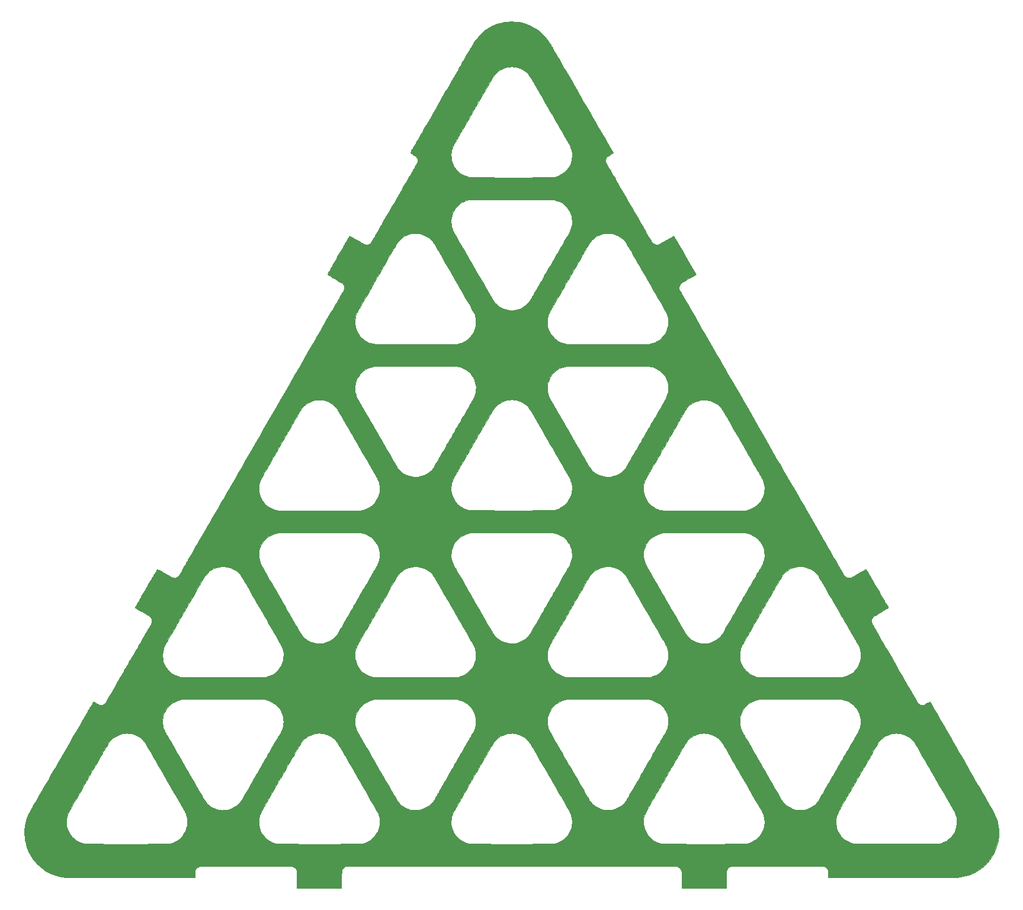
<source format=gbr>
%TF.GenerationSoftware,KiCad,Pcbnew,(6.0.0)*%
%TF.CreationDate,2022-01-31T16:29:53-08:00*%
%TF.ProjectId,PCB-middle,5043422d-6d69-4646-946c-652e6b696361,rev?*%
%TF.SameCoordinates,Original*%
%TF.FileFunction,Copper,L2,Bot*%
%TF.FilePolarity,Positive*%
%FSLAX46Y46*%
G04 Gerber Fmt 4.6, Leading zero omitted, Abs format (unit mm)*
G04 Created by KiCad (PCBNEW (6.0.0)) date 2022-01-31 16:29:53*
%MOMM*%
%LPD*%
G01*
G04 APERTURE LIST*
%TA.AperFunction,EtchedComponent*%
%ADD10C,0.010000*%
%TD*%
G04 APERTURE END LIST*
D10*
%TO.C,Ref\u002A\u002A*%
X149077860Y-27991079D02*
X149580475Y-28047885D01*
X149580475Y-28047885D02*
X150076618Y-28144138D01*
X150076618Y-28144138D02*
X150564023Y-28279516D01*
X150564023Y-28279516D02*
X151040424Y-28453696D01*
X151040424Y-28453696D02*
X151503555Y-28666357D01*
X151503555Y-28666357D02*
X151951148Y-28917177D01*
X151951148Y-28917177D02*
X152264396Y-29122522D01*
X152264396Y-29122522D02*
X152634665Y-29405107D01*
X152634665Y-29405107D02*
X152989702Y-29724203D01*
X152989702Y-29724203D02*
X153325556Y-30075516D01*
X153325556Y-30075516D02*
X153638278Y-30454754D01*
X153638278Y-30454754D02*
X153923918Y-30857625D01*
X153923918Y-30857625D02*
X154059174Y-31072933D01*
X154059174Y-31072933D02*
X154081240Y-31110344D01*
X154081240Y-31110344D02*
X154123183Y-31182222D01*
X154123183Y-31182222D02*
X154184165Y-31287116D01*
X154184165Y-31287116D02*
X154263347Y-31423572D01*
X154263347Y-31423572D02*
X154359893Y-31590140D01*
X154359893Y-31590140D02*
X154472963Y-31785368D01*
X154472963Y-31785368D02*
X154601721Y-32007805D01*
X154601721Y-32007805D02*
X154745327Y-32255998D01*
X154745327Y-32255998D02*
X154902944Y-32528496D01*
X154902944Y-32528496D02*
X155073735Y-32823848D01*
X155073735Y-32823848D02*
X155256860Y-33140601D01*
X155256860Y-33140601D02*
X155451482Y-33477305D01*
X155451482Y-33477305D02*
X155656764Y-33832507D01*
X155656764Y-33832507D02*
X155871866Y-34204756D01*
X155871866Y-34204756D02*
X156095952Y-34592600D01*
X156095952Y-34592600D02*
X156328183Y-34994588D01*
X156328183Y-34994588D02*
X156567721Y-35409267D01*
X156567721Y-35409267D02*
X156813729Y-35835187D01*
X156813729Y-35835187D02*
X157065368Y-36270896D01*
X157065368Y-36270896D02*
X157321800Y-36714941D01*
X157321800Y-36714941D02*
X157582187Y-37165872D01*
X157582187Y-37165872D02*
X157845692Y-37622236D01*
X157845692Y-37622236D02*
X158111476Y-38082582D01*
X158111476Y-38082582D02*
X158378702Y-38545459D01*
X158378702Y-38545459D02*
X158646531Y-39009414D01*
X158646531Y-39009414D02*
X158914126Y-39472997D01*
X158914126Y-39472997D02*
X159180648Y-39934755D01*
X159180648Y-39934755D02*
X159445260Y-40393236D01*
X159445260Y-40393236D02*
X159707124Y-40846990D01*
X159707124Y-40846990D02*
X159965401Y-41294564D01*
X159965401Y-41294564D02*
X160219254Y-41734507D01*
X160219254Y-41734507D02*
X160467844Y-42165367D01*
X160467844Y-42165367D02*
X160710334Y-42585693D01*
X160710334Y-42585693D02*
X160945886Y-42994033D01*
X160945886Y-42994033D02*
X161173662Y-43388934D01*
X161173662Y-43388934D02*
X161392824Y-43768947D01*
X161392824Y-43768947D02*
X161602533Y-44132618D01*
X161602533Y-44132618D02*
X161801953Y-44478497D01*
X161801953Y-44478497D02*
X161990244Y-44805131D01*
X161990244Y-44805131D02*
X162166569Y-45111069D01*
X162166569Y-45111069D02*
X162330091Y-45394860D01*
X162330091Y-45394860D02*
X162479970Y-45655051D01*
X162479970Y-45655051D02*
X162615369Y-45890191D01*
X162615369Y-45890191D02*
X162735451Y-46098829D01*
X162735451Y-46098829D02*
X162839376Y-46279512D01*
X162839376Y-46279512D02*
X162926308Y-46430790D01*
X162926308Y-46430790D02*
X162995408Y-46551210D01*
X162995408Y-46551210D02*
X163045838Y-46639320D01*
X163045838Y-46639320D02*
X163076760Y-46693670D01*
X163076760Y-46693670D02*
X163087335Y-46712800D01*
X163087335Y-46712800D02*
X163071084Y-46728747D01*
X163071084Y-46728747D02*
X163023544Y-46762137D01*
X163023544Y-46762137D02*
X162950201Y-46809447D01*
X162950201Y-46809447D02*
X162856543Y-46867151D01*
X162856543Y-46867151D02*
X162748056Y-46931724D01*
X162748056Y-46931724D02*
X162731313Y-46941511D01*
X162731313Y-46941511D02*
X162565525Y-47040834D01*
X162565525Y-47040834D02*
X162432981Y-47127041D01*
X162432981Y-47127041D02*
X162328448Y-47204665D01*
X162328448Y-47204665D02*
X162246693Y-47278242D01*
X162246693Y-47278242D02*
X162182480Y-47352306D01*
X162182480Y-47352306D02*
X162130578Y-47431391D01*
X162130578Y-47431391D02*
X162100941Y-47487683D01*
X162100941Y-47487683D02*
X162068634Y-47558092D01*
X162068634Y-47558092D02*
X162048676Y-47617217D01*
X162048676Y-47617217D02*
X162038110Y-47679876D01*
X162038110Y-47679876D02*
X162033979Y-47760889D01*
X162033979Y-47760889D02*
X162033354Y-47826350D01*
X162033354Y-47826350D02*
X162034644Y-47927909D01*
X162034644Y-47927909D02*
X162040907Y-48001820D01*
X162040907Y-48001820D02*
X162054766Y-48062701D01*
X162054766Y-48062701D02*
X162078842Y-48125171D01*
X162078842Y-48125171D02*
X162092178Y-48154433D01*
X162092178Y-48154433D02*
X162107457Y-48182847D01*
X162107457Y-48182847D02*
X162143083Y-48246472D01*
X162143083Y-48246472D02*
X162198229Y-48343864D01*
X162198229Y-48343864D02*
X162272062Y-48473578D01*
X162272062Y-48473578D02*
X162363754Y-48634171D01*
X162363754Y-48634171D02*
X162472475Y-48824199D01*
X162472475Y-48824199D02*
X162597393Y-49042217D01*
X162597393Y-49042217D02*
X162737680Y-49286782D01*
X162737680Y-49286782D02*
X162892505Y-49556449D01*
X162892505Y-49556449D02*
X163061037Y-49849774D01*
X163061037Y-49849774D02*
X163242448Y-50165314D01*
X163242448Y-50165314D02*
X163435907Y-50501624D01*
X163435907Y-50501624D02*
X163640584Y-50857260D01*
X163640584Y-50857260D02*
X163855649Y-51230778D01*
X163855649Y-51230778D02*
X164080272Y-51620735D01*
X164080272Y-51620735D02*
X164313622Y-52025685D01*
X164313622Y-52025685D02*
X164554870Y-52444185D01*
X164554870Y-52444185D02*
X164803186Y-52874791D01*
X164803186Y-52874791D02*
X165057740Y-53316058D01*
X165057740Y-53316058D02*
X165317701Y-53766544D01*
X165317701Y-53766544D02*
X165394178Y-53899041D01*
X165394178Y-53899041D02*
X165714108Y-54453220D01*
X165714108Y-54453220D02*
X166013587Y-54971806D01*
X166013587Y-54971806D02*
X166293261Y-55455908D01*
X166293261Y-55455908D02*
X166553780Y-55906635D01*
X166553780Y-55906635D02*
X166795792Y-56325094D01*
X166795792Y-56325094D02*
X167019944Y-56712394D01*
X167019944Y-56712394D02*
X167226885Y-57069642D01*
X167226885Y-57069642D02*
X167417263Y-57397947D01*
X167417263Y-57397947D02*
X167591727Y-57698417D01*
X167591727Y-57698417D02*
X167750924Y-57972160D01*
X167750924Y-57972160D02*
X167895502Y-58220283D01*
X167895502Y-58220283D02*
X168026111Y-58443897D01*
X168026111Y-58443897D02*
X168143397Y-58644107D01*
X168143397Y-58644107D02*
X168248009Y-58822023D01*
X168248009Y-58822023D02*
X168340596Y-58978753D01*
X168340596Y-58978753D02*
X168421804Y-59115404D01*
X168421804Y-59115404D02*
X168492284Y-59233085D01*
X168492284Y-59233085D02*
X168552682Y-59332905D01*
X168552682Y-59332905D02*
X168603647Y-59415970D01*
X168603647Y-59415970D02*
X168645827Y-59483389D01*
X168645827Y-59483389D02*
X168679871Y-59536271D01*
X168679871Y-59536271D02*
X168706425Y-59575723D01*
X168706425Y-59575723D02*
X168726140Y-59602854D01*
X168726140Y-59602854D02*
X168739661Y-59618772D01*
X168739661Y-59618772D02*
X168739923Y-59619033D01*
X168739923Y-59619033D02*
X168878023Y-59729639D01*
X168878023Y-59729639D02*
X169034268Y-59808924D01*
X169034268Y-59808924D02*
X169200394Y-59854231D01*
X169200394Y-59854231D02*
X169368137Y-59862907D01*
X169368137Y-59862907D02*
X169460690Y-59850571D01*
X169460690Y-59850571D02*
X169495253Y-59843118D01*
X169495253Y-59843118D02*
X169528382Y-59834668D01*
X169528382Y-59834668D02*
X169563126Y-59823595D01*
X169563126Y-59823595D02*
X169602535Y-59808273D01*
X169602535Y-59808273D02*
X169649657Y-59787073D01*
X169649657Y-59787073D02*
X169707542Y-59758371D01*
X169707542Y-59758371D02*
X169779240Y-59720538D01*
X169779240Y-59720538D02*
X169867800Y-59671949D01*
X169867800Y-59671949D02*
X169976271Y-59610977D01*
X169976271Y-59610977D02*
X170107703Y-59535995D01*
X170107703Y-59535995D02*
X170265144Y-59445376D01*
X170265144Y-59445376D02*
X170451645Y-59337494D01*
X170451645Y-59337494D02*
X170670254Y-59210721D01*
X170670254Y-59210721D02*
X170785230Y-59143993D01*
X170785230Y-59143993D02*
X171014583Y-59011284D01*
X171014583Y-59011284D02*
X171209584Y-58899391D01*
X171209584Y-58899391D02*
X171372140Y-58807277D01*
X171372140Y-58807277D02*
X171504158Y-58733909D01*
X171504158Y-58733909D02*
X171607544Y-58678252D01*
X171607544Y-58678252D02*
X171684207Y-58639271D01*
X171684207Y-58639271D02*
X171736051Y-58615930D01*
X171736051Y-58615930D02*
X171764985Y-58607197D01*
X171764985Y-58607197D02*
X171772068Y-58608463D01*
X171772068Y-58608463D02*
X171785805Y-58629803D01*
X171785805Y-58629803D02*
X171819167Y-58685359D01*
X171819167Y-58685359D02*
X171870725Y-58772652D01*
X171870725Y-58772652D02*
X171939053Y-58889208D01*
X171939053Y-58889208D02*
X172022722Y-59032549D01*
X172022722Y-59032549D02*
X172120305Y-59200199D01*
X172120305Y-59200199D02*
X172230374Y-59389681D01*
X172230374Y-59389681D02*
X172351501Y-59598520D01*
X172351501Y-59598520D02*
X172482259Y-59824238D01*
X172482259Y-59824238D02*
X172621220Y-60064359D01*
X172621220Y-60064359D02*
X172766957Y-60316408D01*
X172766957Y-60316408D02*
X172918042Y-60577906D01*
X172918042Y-60577906D02*
X173073046Y-60846379D01*
X173073046Y-60846379D02*
X173230544Y-61119348D01*
X173230544Y-61119348D02*
X173389106Y-61394339D01*
X173389106Y-61394339D02*
X173547305Y-61668875D01*
X173547305Y-61668875D02*
X173703713Y-61940478D01*
X173703713Y-61940478D02*
X173856904Y-62206673D01*
X173856904Y-62206673D02*
X174005448Y-62464983D01*
X174005448Y-62464983D02*
X174147919Y-62712932D01*
X174147919Y-62712932D02*
X174282889Y-62948044D01*
X174282889Y-62948044D02*
X174408930Y-63167841D01*
X174408930Y-63167841D02*
X174524615Y-63369848D01*
X174524615Y-63369848D02*
X174628515Y-63551587D01*
X174628515Y-63551587D02*
X174719204Y-63710583D01*
X174719204Y-63710583D02*
X174795253Y-63844360D01*
X174795253Y-63844360D02*
X174855235Y-63950440D01*
X174855235Y-63950440D02*
X174897722Y-64026347D01*
X174897722Y-64026347D02*
X174921287Y-64069605D01*
X174921287Y-64069605D02*
X174925758Y-64078894D01*
X174925758Y-64078894D02*
X174919155Y-64091684D01*
X174919155Y-64091684D02*
X174893959Y-64113823D01*
X174893959Y-64113823D02*
X174847995Y-64146644D01*
X174847995Y-64146644D02*
X174779093Y-64191482D01*
X174779093Y-64191482D02*
X174685079Y-64249669D01*
X174685079Y-64249669D02*
X174563781Y-64322539D01*
X174563781Y-64322539D02*
X174413026Y-64411426D01*
X174413026Y-64411426D02*
X174230643Y-64517663D01*
X174230643Y-64517663D02*
X174014458Y-64642584D01*
X174014458Y-64642584D02*
X173903688Y-64706331D01*
X173903688Y-64706331D02*
X173641999Y-64857498D01*
X173641999Y-64857498D02*
X173412349Y-64991681D01*
X173412349Y-64991681D02*
X173215568Y-65108376D01*
X173215568Y-65108376D02*
X173052488Y-65207078D01*
X173052488Y-65207078D02*
X172923939Y-65287282D01*
X172923939Y-65287282D02*
X172830752Y-65348484D01*
X172830752Y-65348484D02*
X172773760Y-65390180D01*
X172773760Y-65390180D02*
X172765144Y-65397606D01*
X172765144Y-65397606D02*
X172648082Y-65532108D01*
X172648082Y-65532108D02*
X172565157Y-65686884D01*
X172565157Y-65686884D02*
X172517918Y-65855185D01*
X172517918Y-65855185D02*
X172507915Y-66030263D01*
X172507915Y-66030263D02*
X172536697Y-66205369D01*
X172536697Y-66205369D02*
X172562236Y-66281163D01*
X172562236Y-66281163D02*
X172574253Y-66303190D01*
X172574253Y-66303190D02*
X172606925Y-66360974D01*
X172606925Y-66360974D02*
X172659731Y-66453616D01*
X172659731Y-66453616D02*
X172732152Y-66580215D01*
X172732152Y-66580215D02*
X172823670Y-66739872D01*
X172823670Y-66739872D02*
X172933763Y-66931685D01*
X172933763Y-66931685D02*
X173061914Y-67154755D01*
X173061914Y-67154755D02*
X173207601Y-67408182D01*
X173207601Y-67408182D02*
X173370307Y-67691066D01*
X173370307Y-67691066D02*
X173549511Y-68002506D01*
X173549511Y-68002506D02*
X173744693Y-68341603D01*
X173744693Y-68341603D02*
X173955335Y-68707456D01*
X173955335Y-68707456D02*
X174180917Y-69099166D01*
X174180917Y-69099166D02*
X174420920Y-69515831D01*
X174420920Y-69515831D02*
X174674823Y-69956553D01*
X174674823Y-69956553D02*
X174942108Y-70420430D01*
X174942108Y-70420430D02*
X175222254Y-70906563D01*
X175222254Y-70906563D02*
X175514743Y-71414051D01*
X175514743Y-71414051D02*
X175819055Y-71941996D01*
X175819055Y-71941996D02*
X176134670Y-72489495D01*
X176134670Y-72489495D02*
X176461070Y-73055650D01*
X176461070Y-73055650D02*
X176797733Y-73639560D01*
X176797733Y-73639560D02*
X177144142Y-74240325D01*
X177144142Y-74240325D02*
X177499776Y-74857044D01*
X177499776Y-74857044D02*
X177864116Y-75488819D01*
X177864116Y-75488819D02*
X178236643Y-76134748D01*
X178236643Y-76134748D02*
X178616836Y-76793932D01*
X178616836Y-76793932D02*
X179004177Y-77465470D01*
X179004177Y-77465470D02*
X179398146Y-78148463D01*
X179398146Y-78148463D02*
X179798224Y-78842010D01*
X179798224Y-78842010D02*
X180203890Y-79545211D01*
X180203890Y-79545211D02*
X180614627Y-80257165D01*
X180614627Y-80257165D02*
X181029913Y-80976974D01*
X181029913Y-80976974D02*
X181449229Y-81703736D01*
X181449229Y-81703736D02*
X181872057Y-82436552D01*
X181872057Y-82436552D02*
X182297877Y-83174522D01*
X182297877Y-83174522D02*
X182726168Y-83916744D01*
X182726168Y-83916744D02*
X183156412Y-84662320D01*
X183156412Y-84662320D02*
X183588089Y-85410349D01*
X183588089Y-85410349D02*
X184020680Y-86159932D01*
X184020680Y-86159932D02*
X184453665Y-86910167D01*
X184453665Y-86910167D02*
X184886524Y-87660154D01*
X184886524Y-87660154D02*
X185318739Y-88408995D01*
X185318739Y-88408995D02*
X185749789Y-89155788D01*
X185749789Y-89155788D02*
X186179155Y-89899633D01*
X186179155Y-89899633D02*
X186606318Y-90639631D01*
X186606318Y-90639631D02*
X187030758Y-91374880D01*
X187030758Y-91374880D02*
X187451956Y-92104482D01*
X187451956Y-92104482D02*
X187869392Y-92827536D01*
X187869392Y-92827536D02*
X188282547Y-93543142D01*
X188282547Y-93543142D02*
X188690900Y-94250399D01*
X188690900Y-94250399D02*
X189093934Y-94948408D01*
X189093934Y-94948408D02*
X189491128Y-95636268D01*
X189491128Y-95636268D02*
X189881962Y-96313080D01*
X189881962Y-96313080D02*
X190265918Y-96977942D01*
X190265918Y-96977942D02*
X190642475Y-97629956D01*
X190642475Y-97629956D02*
X191011115Y-98268221D01*
X191011115Y-98268221D02*
X191371318Y-98891837D01*
X191371318Y-98891837D02*
X191722563Y-99499904D01*
X191722563Y-99499904D02*
X192064333Y-100091521D01*
X192064333Y-100091521D02*
X192396107Y-100665788D01*
X192396107Y-100665788D02*
X192717365Y-101221806D01*
X192717365Y-101221806D02*
X193027589Y-101758675D01*
X193027589Y-101758675D02*
X193326259Y-102275493D01*
X193326259Y-102275493D02*
X193612855Y-102771362D01*
X193612855Y-102771362D02*
X193886857Y-103245380D01*
X193886857Y-103245380D02*
X194147748Y-103696648D01*
X194147748Y-103696648D02*
X194395006Y-104124266D01*
X194395006Y-104124266D02*
X194628112Y-104527333D01*
X194628112Y-104527333D02*
X194846547Y-104904950D01*
X194846547Y-104904950D02*
X195049792Y-105256216D01*
X195049792Y-105256216D02*
X195237326Y-105580232D01*
X195237326Y-105580232D02*
X195408631Y-105876096D01*
X195408631Y-105876096D02*
X195563186Y-106142909D01*
X195563186Y-106142909D02*
X195700474Y-106379772D01*
X195700474Y-106379772D02*
X195819972Y-106585783D01*
X195819972Y-106585783D02*
X195921164Y-106760042D01*
X195921164Y-106760042D02*
X196003528Y-106901650D01*
X196003528Y-106901650D02*
X196066546Y-107009706D01*
X196066546Y-107009706D02*
X196109698Y-107083311D01*
X196109698Y-107083311D02*
X196132464Y-107121564D01*
X196132464Y-107121564D02*
X196135597Y-107126548D01*
X196135597Y-107126548D02*
X196241078Y-107249777D01*
X196241078Y-107249777D02*
X196376167Y-107357591D01*
X196376167Y-107357591D02*
X196514039Y-107433675D01*
X196514039Y-107433675D02*
X196632755Y-107469250D01*
X196632755Y-107469250D02*
X196772547Y-107484578D01*
X196772547Y-107484578D02*
X196917346Y-107479719D01*
X196917346Y-107479719D02*
X197051085Y-107454736D01*
X197051085Y-107454736D02*
X197116563Y-107431358D01*
X197116563Y-107431358D02*
X197156865Y-107411019D01*
X197156865Y-107411019D02*
X197229922Y-107371576D01*
X197229922Y-107371576D02*
X197331890Y-107315196D01*
X197331890Y-107315196D02*
X197458924Y-107244047D01*
X197458924Y-107244047D02*
X197607178Y-107160296D01*
X197607178Y-107160296D02*
X197772808Y-107066112D01*
X197772808Y-107066112D02*
X197951969Y-106963663D01*
X197951969Y-106963663D02*
X198140815Y-106855116D01*
X198140815Y-106855116D02*
X198234461Y-106801087D01*
X198234461Y-106801087D02*
X198422888Y-106692591D01*
X198422888Y-106692591D02*
X198600540Y-106590984D01*
X198600540Y-106590984D02*
X198764009Y-106498167D01*
X198764009Y-106498167D02*
X198909889Y-106416042D01*
X198909889Y-106416042D02*
X199034772Y-106346511D01*
X199034772Y-106346511D02*
X199135253Y-106291476D01*
X199135253Y-106291476D02*
X199207924Y-106252838D01*
X199207924Y-106252838D02*
X199249378Y-106232499D01*
X199249378Y-106232499D02*
X199257759Y-106229832D01*
X199257759Y-106229832D02*
X199270037Y-106248405D01*
X199270037Y-106248405D02*
X199302042Y-106301198D01*
X199302042Y-106301198D02*
X199352353Y-106385758D01*
X199352353Y-106385758D02*
X199419548Y-106499631D01*
X199419548Y-106499631D02*
X199502206Y-106640364D01*
X199502206Y-106640364D02*
X199598906Y-106805506D01*
X199598906Y-106805506D02*
X199708225Y-106992603D01*
X199708225Y-106992603D02*
X199828742Y-107199203D01*
X199828742Y-107199203D02*
X199959035Y-107422852D01*
X199959035Y-107422852D02*
X200097683Y-107661098D01*
X200097683Y-107661098D02*
X200243265Y-107911488D01*
X200243265Y-107911488D02*
X200394359Y-108171569D01*
X200394359Y-108171569D02*
X200549542Y-108438889D01*
X200549542Y-108438889D02*
X200707395Y-108710994D01*
X200707395Y-108710994D02*
X200866494Y-108985433D01*
X200866494Y-108985433D02*
X201025419Y-109259752D01*
X201025419Y-109259752D02*
X201182748Y-109531498D01*
X201182748Y-109531498D02*
X201337059Y-109798219D01*
X201337059Y-109798219D02*
X201486931Y-110057461D01*
X201486931Y-110057461D02*
X201630942Y-110306773D01*
X201630942Y-110306773D02*
X201767671Y-110543701D01*
X201767671Y-110543701D02*
X201895696Y-110765792D01*
X201895696Y-110765792D02*
X202013596Y-110970595D01*
X202013596Y-110970595D02*
X202119948Y-111155655D01*
X202119948Y-111155655D02*
X202213332Y-111318520D01*
X202213332Y-111318520D02*
X202292326Y-111456737D01*
X202292326Y-111456737D02*
X202355508Y-111567854D01*
X202355508Y-111567854D02*
X202401457Y-111649418D01*
X202401457Y-111649418D02*
X202428751Y-111698976D01*
X202428751Y-111698976D02*
X202436200Y-111713934D01*
X202436200Y-111713934D02*
X202419102Y-111727397D01*
X202419102Y-111727397D02*
X202368552Y-111759989D01*
X202368552Y-111759989D02*
X202287811Y-111809761D01*
X202287811Y-111809761D02*
X202180143Y-111874766D01*
X202180143Y-111874766D02*
X202048808Y-111953057D01*
X202048808Y-111953057D02*
X201897068Y-112042686D01*
X201897068Y-112042686D02*
X201728186Y-112141705D01*
X201728186Y-112141705D02*
X201545423Y-112248168D01*
X201545423Y-112248168D02*
X201408056Y-112327767D01*
X201408056Y-112327767D02*
X201213298Y-112440884D01*
X201213298Y-112440884D02*
X201026930Y-112550099D01*
X201026930Y-112550099D02*
X200852676Y-112653165D01*
X200852676Y-112653165D02*
X200694262Y-112747833D01*
X200694262Y-112747833D02*
X200555414Y-112831855D01*
X200555414Y-112831855D02*
X200439858Y-112902982D01*
X200439858Y-112902982D02*
X200351318Y-112958966D01*
X200351318Y-112958966D02*
X200293522Y-112997558D01*
X200293522Y-112997558D02*
X200274916Y-113011631D01*
X200274916Y-113011631D02*
X200180842Y-113115030D01*
X200180842Y-113115030D02*
X200100082Y-113246862D01*
X200100082Y-113246862D02*
X200039892Y-113393659D01*
X200039892Y-113393659D02*
X200014434Y-113495047D01*
X200014434Y-113495047D02*
X200005379Y-113655161D01*
X200005379Y-113655161D02*
X200032744Y-113822217D01*
X200032744Y-113822217D02*
X200088663Y-113972483D01*
X200088663Y-113972483D02*
X200102973Y-113998571D01*
X200102973Y-113998571D02*
X200137634Y-114059879D01*
X200137634Y-114059879D02*
X200191819Y-114154970D01*
X200191819Y-114154970D02*
X200264701Y-114282409D01*
X200264701Y-114282409D02*
X200355454Y-114440758D01*
X200355454Y-114440758D02*
X200463249Y-114628582D01*
X200463249Y-114628582D02*
X200587261Y-114844445D01*
X200587261Y-114844445D02*
X200726663Y-115086911D01*
X200726663Y-115086911D02*
X200880628Y-115354543D01*
X200880628Y-115354543D02*
X201048329Y-115645906D01*
X201048329Y-115645906D02*
X201228940Y-115959563D01*
X201228940Y-115959563D02*
X201421633Y-116294078D01*
X201421633Y-116294078D02*
X201625581Y-116648016D01*
X201625581Y-116648016D02*
X201839959Y-117019939D01*
X201839959Y-117019939D02*
X202063938Y-117408413D01*
X202063938Y-117408413D02*
X202296693Y-117812000D01*
X202296693Y-117812000D02*
X202537396Y-118229265D01*
X202537396Y-118229265D02*
X202785220Y-118658772D01*
X202785220Y-118658772D02*
X203039339Y-119099084D01*
X203039339Y-119099084D02*
X203298927Y-119548765D01*
X203298927Y-119548765D02*
X203372321Y-119675887D01*
X203372321Y-119675887D02*
X203709498Y-120259682D01*
X203709498Y-120259682D02*
X204030184Y-120814543D01*
X204030184Y-120814543D02*
X204334111Y-121340009D01*
X204334111Y-121340009D02*
X204621014Y-121835623D01*
X204621014Y-121835623D02*
X204890623Y-122300926D01*
X204890623Y-122300926D02*
X205142672Y-122735459D01*
X205142672Y-122735459D02*
X205376893Y-123138765D01*
X205376893Y-123138765D02*
X205593018Y-123510383D01*
X205593018Y-123510383D02*
X205790782Y-123849857D01*
X205790782Y-123849857D02*
X205969915Y-124156727D01*
X205969915Y-124156727D02*
X206130151Y-124430534D01*
X206130151Y-124430534D02*
X206271222Y-124670821D01*
X206271222Y-124670821D02*
X206392861Y-124877128D01*
X206392861Y-124877128D02*
X206494800Y-125048997D01*
X206494800Y-125048997D02*
X206576773Y-125185970D01*
X206576773Y-125185970D02*
X206638511Y-125287588D01*
X206638511Y-125287588D02*
X206679747Y-125353392D01*
X206679747Y-125353392D02*
X206700215Y-125382924D01*
X206700215Y-125382924D02*
X206700309Y-125383030D01*
X206700309Y-125383030D02*
X206810592Y-125480299D01*
X206810592Y-125480299D02*
X206947106Y-125562123D01*
X206947106Y-125562123D02*
X207094427Y-125620582D01*
X207094427Y-125620582D02*
X207211449Y-125645412D01*
X207211449Y-125645412D02*
X207293817Y-125651570D01*
X207293817Y-125651570D02*
X207372497Y-125648702D01*
X207372497Y-125648702D02*
X207453087Y-125634768D01*
X207453087Y-125634768D02*
X207541182Y-125607729D01*
X207541182Y-125607729D02*
X207642381Y-125565544D01*
X207642381Y-125565544D02*
X207762280Y-125506172D01*
X207762280Y-125506172D02*
X207906475Y-125427575D01*
X207906475Y-125427575D02*
X208076440Y-125330113D01*
X208076440Y-125330113D02*
X208174887Y-125273956D01*
X208174887Y-125273956D02*
X208260988Y-125227002D01*
X208260988Y-125227002D02*
X208327950Y-125192787D01*
X208327950Y-125192787D02*
X208368982Y-125174846D01*
X208368982Y-125174846D02*
X208377928Y-125173156D01*
X208377928Y-125173156D02*
X208390356Y-125191938D01*
X208390356Y-125191938D02*
X208423062Y-125245975D01*
X208423062Y-125245975D02*
X208475212Y-125333824D01*
X208475212Y-125333824D02*
X208545977Y-125454044D01*
X208545977Y-125454044D02*
X208634523Y-125605194D01*
X208634523Y-125605194D02*
X208740019Y-125785831D01*
X208740019Y-125785831D02*
X208861634Y-125994516D01*
X208861634Y-125994516D02*
X208998535Y-126229805D01*
X208998535Y-126229805D02*
X209149891Y-126490259D01*
X209149891Y-126490259D02*
X209314871Y-126774435D01*
X209314871Y-126774435D02*
X209492643Y-127080892D01*
X209492643Y-127080892D02*
X209682374Y-127408188D01*
X209682374Y-127408188D02*
X209883234Y-127754883D01*
X209883234Y-127754883D02*
X210094390Y-128119535D01*
X210094390Y-128119535D02*
X210315011Y-128500702D01*
X210315011Y-128500702D02*
X210544265Y-128896943D01*
X210544265Y-128896943D02*
X210781321Y-129306817D01*
X210781321Y-129306817D02*
X211025346Y-129728882D01*
X211025346Y-129728882D02*
X211275510Y-130161696D01*
X211275510Y-130161696D02*
X211530980Y-130603819D01*
X211530980Y-130603819D02*
X211790924Y-131053809D01*
X211790924Y-131053809D02*
X212054512Y-131510224D01*
X212054512Y-131510224D02*
X212320911Y-131971624D01*
X212320911Y-131971624D02*
X212589289Y-132436566D01*
X212589289Y-132436566D02*
X212858815Y-132903609D01*
X212858815Y-132903609D02*
X213128658Y-133371312D01*
X213128658Y-133371312D02*
X213397985Y-133838234D01*
X213397985Y-133838234D02*
X213665964Y-134302932D01*
X213665964Y-134302932D02*
X213931765Y-134763966D01*
X213931765Y-134763966D02*
X214194556Y-135219895D01*
X214194556Y-135219895D02*
X214453504Y-135669276D01*
X214453504Y-135669276D02*
X214707777Y-136110668D01*
X214707777Y-136110668D02*
X214956546Y-136542631D01*
X214956546Y-136542631D02*
X215198977Y-136963722D01*
X215198977Y-136963722D02*
X215434238Y-137372500D01*
X215434238Y-137372500D02*
X215661500Y-137767523D01*
X215661500Y-137767523D02*
X215879928Y-138147351D01*
X215879928Y-138147351D02*
X216088692Y-138510542D01*
X216088692Y-138510542D02*
X216286961Y-138855655D01*
X216286961Y-138855655D02*
X216473902Y-139181247D01*
X216473902Y-139181247D02*
X216648683Y-139485878D01*
X216648683Y-139485878D02*
X216810474Y-139768106D01*
X216810474Y-139768106D02*
X216958442Y-140026490D01*
X216958442Y-140026490D02*
X217091756Y-140259589D01*
X217091756Y-140259589D02*
X217209583Y-140465960D01*
X217209583Y-140465960D02*
X217311093Y-140644163D01*
X217311093Y-140644163D02*
X217395454Y-140792756D01*
X217395454Y-140792756D02*
X217461833Y-140910298D01*
X217461833Y-140910298D02*
X217509399Y-140995347D01*
X217509399Y-140995347D02*
X217537321Y-141046462D01*
X217537321Y-141046462D02*
X217541727Y-141054933D01*
X217541727Y-141054933D02*
X217761398Y-141532869D01*
X217761398Y-141532869D02*
X217939158Y-142016700D01*
X217939158Y-142016700D02*
X218075042Y-142506635D01*
X218075042Y-142506635D02*
X218169088Y-143002880D01*
X218169088Y-143002880D02*
X218221333Y-143505644D01*
X218221333Y-143505644D02*
X218231815Y-144015133D01*
X218231815Y-144015133D02*
X218200571Y-144531556D01*
X218200571Y-144531556D02*
X218186986Y-144655554D01*
X218186986Y-144655554D02*
X218106655Y-145156601D01*
X218106655Y-145156601D02*
X217987045Y-145646399D01*
X217987045Y-145646399D02*
X217829767Y-146122848D01*
X217829767Y-146122848D02*
X217636433Y-146583844D01*
X217636433Y-146583844D02*
X217408656Y-147027287D01*
X217408656Y-147027287D02*
X217148048Y-147451076D01*
X217148048Y-147451076D02*
X216856220Y-147853109D01*
X216856220Y-147853109D02*
X216534784Y-148231285D01*
X216534784Y-148231285D02*
X216185354Y-148583503D01*
X216185354Y-148583503D02*
X215809540Y-148907660D01*
X215809540Y-148907660D02*
X215408955Y-149201656D01*
X215408955Y-149201656D02*
X214985211Y-149463389D01*
X214985211Y-149463389D02*
X214539919Y-149690758D01*
X214539919Y-149690758D02*
X214219863Y-149826933D01*
X214219863Y-149826933D02*
X213838884Y-149964025D01*
X213838884Y-149964025D02*
X213464746Y-150072773D01*
X213464746Y-150072773D02*
X213085811Y-150155780D01*
X213085811Y-150155780D02*
X212690435Y-150215650D01*
X212690435Y-150215650D02*
X212324813Y-150250886D01*
X212324813Y-150250886D02*
X212274891Y-150252984D01*
X212274891Y-150252984D02*
X212183177Y-150254978D01*
X212183177Y-150254978D02*
X212049642Y-150256866D01*
X212049642Y-150256866D02*
X211874259Y-150258649D01*
X211874259Y-150258649D02*
X211657000Y-150260326D01*
X211657000Y-150260326D02*
X211397837Y-150261899D01*
X211397837Y-150261899D02*
X211096742Y-150263366D01*
X211096742Y-150263366D02*
X210753688Y-150264729D01*
X210753688Y-150264729D02*
X210368646Y-150265987D01*
X210368646Y-150265987D02*
X209941590Y-150267139D01*
X209941590Y-150267139D02*
X209472491Y-150268187D01*
X209472491Y-150268187D02*
X208961321Y-150269131D01*
X208961321Y-150269131D02*
X208408053Y-150269969D01*
X208408053Y-150269969D02*
X207812659Y-150270704D01*
X207812659Y-150270704D02*
X207175111Y-150271333D01*
X207175111Y-150271333D02*
X206495382Y-150271858D01*
X206495382Y-150271858D02*
X205773443Y-150272279D01*
X205773443Y-150272279D02*
X205009266Y-150272595D01*
X205009266Y-150272595D02*
X204202825Y-150272807D01*
X204202825Y-150272807D02*
X203354091Y-150272915D01*
X203354091Y-150272915D02*
X202953271Y-150272930D01*
X202953271Y-150272930D02*
X193878063Y-150273016D01*
X193878063Y-150273016D02*
X193878063Y-149843547D01*
X193878063Y-149843547D02*
X193876907Y-149669127D01*
X193876907Y-149669127D02*
X193873226Y-149531427D01*
X193873226Y-149531427D02*
X193866700Y-149424891D01*
X193866700Y-149424891D02*
X193857010Y-149343964D01*
X193857010Y-149343964D02*
X193846320Y-149292207D01*
X193846320Y-149292207D02*
X193782248Y-149127690D01*
X193782248Y-149127690D02*
X193682440Y-148978990D01*
X193682440Y-148978990D02*
X193552350Y-148852141D01*
X193552350Y-148852141D02*
X193397431Y-148753181D01*
X193397431Y-148753181D02*
X193333065Y-148724095D01*
X193333065Y-148724095D02*
X193211313Y-148674933D01*
X193211313Y-148674933D02*
X186607313Y-148674933D01*
X186607313Y-148674933D02*
X185975009Y-148674916D01*
X185975009Y-148674916D02*
X185383635Y-148674880D01*
X185383635Y-148674880D02*
X184831791Y-148674848D01*
X184831791Y-148674848D02*
X184318072Y-148674842D01*
X184318072Y-148674842D02*
X183841077Y-148674885D01*
X183841077Y-148674885D02*
X183399403Y-148674999D01*
X183399403Y-148674999D02*
X182991649Y-148675206D01*
X182991649Y-148675206D02*
X182616410Y-148675530D01*
X182616410Y-148675530D02*
X182272286Y-148675993D01*
X182272286Y-148675993D02*
X181957874Y-148676616D01*
X181957874Y-148676616D02*
X181671771Y-148677424D01*
X181671771Y-148677424D02*
X181412575Y-148678438D01*
X181412575Y-148678438D02*
X181178883Y-148679680D01*
X181178883Y-148679680D02*
X180969293Y-148681174D01*
X180969293Y-148681174D02*
X180782403Y-148682941D01*
X180782403Y-148682941D02*
X180616811Y-148685005D01*
X180616811Y-148685005D02*
X180471113Y-148687388D01*
X180471113Y-148687388D02*
X180343908Y-148690111D01*
X180343908Y-148690111D02*
X180233793Y-148693199D01*
X180233793Y-148693199D02*
X180139365Y-148696673D01*
X180139365Y-148696673D02*
X180059223Y-148700556D01*
X180059223Y-148700556D02*
X179991964Y-148704870D01*
X179991964Y-148704870D02*
X179936185Y-148709637D01*
X179936185Y-148709637D02*
X179890485Y-148714882D01*
X179890485Y-148714882D02*
X179853460Y-148720625D01*
X179853460Y-148720625D02*
X179823708Y-148726889D01*
X179823708Y-148726889D02*
X179799827Y-148733697D01*
X179799827Y-148733697D02*
X179780415Y-148741072D01*
X179780415Y-148741072D02*
X179764069Y-148749035D01*
X179764069Y-148749035D02*
X179749386Y-148757610D01*
X179749386Y-148757610D02*
X179734965Y-148766819D01*
X179734965Y-148766819D02*
X179719403Y-148776684D01*
X179719403Y-148776684D02*
X179704002Y-148785730D01*
X179704002Y-148785730D02*
X179565972Y-148886299D01*
X179565972Y-148886299D02*
X179450508Y-149018056D01*
X179450508Y-149018056D02*
X179362242Y-149173839D01*
X179362242Y-149173839D02*
X179305807Y-149346488D01*
X179305807Y-149346488D02*
X179292850Y-149421223D01*
X179292850Y-149421223D02*
X179289311Y-149469670D01*
X179289311Y-149469670D02*
X179285970Y-149555911D01*
X179285970Y-149555911D02*
X179282894Y-149675407D01*
X179282894Y-149675407D02*
X179280151Y-149823622D01*
X179280151Y-149823622D02*
X179277809Y-149996015D01*
X179277809Y-149996015D02*
X179275936Y-150188049D01*
X179275936Y-150188049D02*
X179274598Y-150395185D01*
X179274598Y-150395185D02*
X179273864Y-150612884D01*
X179273864Y-150612884D02*
X179273755Y-150701641D01*
X179273755Y-150701641D02*
X179273063Y-151839350D01*
X179273063Y-151839350D02*
X172923063Y-151839350D01*
X172923063Y-151839350D02*
X172922370Y-150701641D01*
X172922370Y-150701641D02*
X172921896Y-150480995D01*
X172921896Y-150480995D02*
X172920792Y-150269102D01*
X172920792Y-150269102D02*
X172919124Y-150070502D01*
X172919124Y-150070502D02*
X172916960Y-149889731D01*
X172916960Y-149889731D02*
X172914369Y-149731329D01*
X172914369Y-149731329D02*
X172911418Y-149599835D01*
X172911418Y-149599835D02*
X172908175Y-149499787D01*
X172908175Y-149499787D02*
X172904707Y-149435723D01*
X172904707Y-149435723D02*
X172903276Y-149421223D01*
X172903276Y-149421223D02*
X172859469Y-149236210D01*
X172859469Y-149236210D02*
X172780214Y-149070165D01*
X172780214Y-149070165D02*
X172669066Y-148927295D01*
X172669066Y-148927295D02*
X172529580Y-148811807D01*
X172529580Y-148811807D02*
X172365310Y-148727909D01*
X172365310Y-148727909D02*
X172298644Y-148705623D01*
X172298644Y-148705623D02*
X172289383Y-148704040D01*
X172289383Y-148704040D02*
X172272230Y-148702512D01*
X172272230Y-148702512D02*
X172246482Y-148701037D01*
X172246482Y-148701037D02*
X172211432Y-148699614D01*
X172211432Y-148699614D02*
X172166374Y-148698242D01*
X172166374Y-148698242D02*
X172110602Y-148696922D01*
X172110602Y-148696922D02*
X172043412Y-148695650D01*
X172043412Y-148695650D02*
X171964097Y-148694427D01*
X171964097Y-148694427D02*
X171871950Y-148693253D01*
X171871950Y-148693253D02*
X171766268Y-148692124D01*
X171766268Y-148692124D02*
X171646343Y-148691042D01*
X171646343Y-148691042D02*
X171511471Y-148690005D01*
X171511471Y-148690005D02*
X171360945Y-148689012D01*
X171360945Y-148689012D02*
X171194059Y-148688062D01*
X171194059Y-148688062D02*
X171010109Y-148687155D01*
X171010109Y-148687155D02*
X170808387Y-148686289D01*
X170808387Y-148686289D02*
X170588189Y-148685463D01*
X170588189Y-148685463D02*
X170348809Y-148684677D01*
X170348809Y-148684677D02*
X170089540Y-148683929D01*
X170089540Y-148683929D02*
X169809678Y-148683219D01*
X169809678Y-148683219D02*
X169508516Y-148682546D01*
X169508516Y-148682546D02*
X169185348Y-148681909D01*
X169185348Y-148681909D02*
X168839470Y-148681307D01*
X168839470Y-148681307D02*
X168470174Y-148680739D01*
X168470174Y-148680739D02*
X168076756Y-148680204D01*
X168076756Y-148680204D02*
X167658510Y-148679701D01*
X167658510Y-148679701D02*
X167214729Y-148679230D01*
X167214729Y-148679230D02*
X166744709Y-148678789D01*
X166744709Y-148678789D02*
X166247743Y-148678377D01*
X166247743Y-148678377D02*
X165723126Y-148677995D01*
X165723126Y-148677995D02*
X165170151Y-148677639D01*
X165170151Y-148677639D02*
X164588114Y-148677311D01*
X164588114Y-148677311D02*
X163976309Y-148677008D01*
X163976309Y-148677008D02*
X163334028Y-148676731D01*
X163334028Y-148676731D02*
X162660568Y-148676477D01*
X162660568Y-148676477D02*
X161955222Y-148676246D01*
X161955222Y-148676246D02*
X161217285Y-148676038D01*
X161217285Y-148676038D02*
X160446050Y-148675851D01*
X160446050Y-148675851D02*
X159640812Y-148675684D01*
X159640812Y-148675684D02*
X158800865Y-148675537D01*
X158800865Y-148675537D02*
X157925504Y-148675408D01*
X157925504Y-148675408D02*
X157014022Y-148675297D01*
X157014022Y-148675297D02*
X156065715Y-148675203D01*
X156065715Y-148675203D02*
X155079875Y-148675124D01*
X155079875Y-148675124D02*
X154055798Y-148675060D01*
X154055798Y-148675060D02*
X152992778Y-148675011D01*
X152992778Y-148675011D02*
X151890109Y-148674974D01*
X151890109Y-148674974D02*
X150747084Y-148674949D01*
X150747084Y-148674949D02*
X149563000Y-148674936D01*
X149563000Y-148674936D02*
X148581396Y-148674933D01*
X148581396Y-148674933D02*
X147372849Y-148674936D01*
X147372849Y-148674936D02*
X146205909Y-148674946D01*
X146205909Y-148674946D02*
X145079852Y-148674964D01*
X145079852Y-148674964D02*
X143993952Y-148674992D01*
X143993952Y-148674992D02*
X142947484Y-148675029D01*
X142947484Y-148675029D02*
X141939723Y-148675078D01*
X141939723Y-148675078D02*
X140969943Y-148675139D01*
X140969943Y-148675139D02*
X140037418Y-148675214D01*
X140037418Y-148675214D02*
X139141424Y-148675302D01*
X139141424Y-148675302D02*
X138281234Y-148675407D01*
X138281234Y-148675407D02*
X137456125Y-148675527D01*
X137456125Y-148675527D02*
X136665369Y-148675665D01*
X136665369Y-148675665D02*
X135908243Y-148675822D01*
X135908243Y-148675822D02*
X135184019Y-148675998D01*
X135184019Y-148675998D02*
X134491974Y-148676195D01*
X134491974Y-148676195D02*
X133831382Y-148676413D01*
X133831382Y-148676413D02*
X133201517Y-148676655D01*
X133201517Y-148676655D02*
X132601654Y-148676920D01*
X132601654Y-148676920D02*
X132031068Y-148677210D01*
X132031068Y-148677210D02*
X131489032Y-148677525D01*
X131489032Y-148677525D02*
X130974823Y-148677868D01*
X130974823Y-148677868D02*
X130487714Y-148678238D01*
X130487714Y-148678238D02*
X130026981Y-148678638D01*
X130026981Y-148678638D02*
X129591897Y-148679068D01*
X129591897Y-148679068D02*
X129181737Y-148679528D01*
X129181737Y-148679528D02*
X128795776Y-148680021D01*
X128795776Y-148680021D02*
X128433289Y-148680547D01*
X128433289Y-148680547D02*
X128093551Y-148681108D01*
X128093551Y-148681108D02*
X127775835Y-148681703D01*
X127775835Y-148681703D02*
X127479417Y-148682335D01*
X127479417Y-148682335D02*
X127203570Y-148683004D01*
X127203570Y-148683004D02*
X126947571Y-148683712D01*
X126947571Y-148683712D02*
X126710693Y-148684459D01*
X126710693Y-148684459D02*
X126492211Y-148685247D01*
X126492211Y-148685247D02*
X126291399Y-148686076D01*
X126291399Y-148686076D02*
X126107533Y-148686947D01*
X126107533Y-148686947D02*
X125939887Y-148687863D01*
X125939887Y-148687863D02*
X125787735Y-148688823D01*
X125787735Y-148688823D02*
X125650352Y-148689829D01*
X125650352Y-148689829D02*
X125527013Y-148690882D01*
X125527013Y-148690882D02*
X125416993Y-148691982D01*
X125416993Y-148691982D02*
X125319565Y-148693131D01*
X125319565Y-148693131D02*
X125234005Y-148694331D01*
X125234005Y-148694331D02*
X125159588Y-148695581D01*
X125159588Y-148695581D02*
X125095587Y-148696883D01*
X125095587Y-148696883D02*
X125041278Y-148698238D01*
X125041278Y-148698238D02*
X124995935Y-148699648D01*
X124995935Y-148699648D02*
X124958833Y-148701112D01*
X124958833Y-148701112D02*
X124929246Y-148702633D01*
X124929246Y-148702633D02*
X124906449Y-148704211D01*
X124906449Y-148704211D02*
X124889717Y-148705847D01*
X124889717Y-148705847D02*
X124878324Y-148707543D01*
X124878324Y-148707543D02*
X124872029Y-148709123D01*
X124872029Y-148709123D02*
X124703794Y-148789658D01*
X124703794Y-148789658D02*
X124555146Y-148904555D01*
X124555146Y-148904555D02*
X124432062Y-149048086D01*
X124432062Y-149048086D02*
X124340520Y-149214528D01*
X124340520Y-149214528D02*
X124337990Y-149220626D01*
X124337990Y-149220626D02*
X124328516Y-149244726D01*
X124328516Y-149244726D02*
X124320439Y-149269553D01*
X124320439Y-149269553D02*
X124313629Y-149298568D01*
X124313629Y-149298568D02*
X124307954Y-149335237D01*
X124307954Y-149335237D02*
X124303282Y-149383020D01*
X124303282Y-149383020D02*
X124299483Y-149445381D01*
X124299483Y-149445381D02*
X124296425Y-149525783D01*
X124296425Y-149525783D02*
X124293977Y-149627689D01*
X124293977Y-149627689D02*
X124292008Y-149754562D01*
X124292008Y-149754562D02*
X124290386Y-149909864D01*
X124290386Y-149909864D02*
X124288980Y-150097058D01*
X124288980Y-150097058D02*
X124287660Y-150319607D01*
X124287660Y-150319607D02*
X124286293Y-150580974D01*
X124286293Y-150580974D02*
X124286271Y-150585225D01*
X124286271Y-150585225D02*
X124279896Y-151839350D01*
X124279896Y-151839350D02*
X117910896Y-151839350D01*
X117910896Y-151839350D02*
X117910667Y-150606391D01*
X117910667Y-150606391D02*
X117910470Y-150338749D01*
X117910470Y-150338749D02*
X117909935Y-150110132D01*
X117909935Y-150110132D02*
X117908981Y-149917236D01*
X117908981Y-149917236D02*
X117907532Y-149756753D01*
X117907532Y-149756753D02*
X117905508Y-149625376D01*
X117905508Y-149625376D02*
X117902830Y-149519800D01*
X117902830Y-149519800D02*
X117899421Y-149436718D01*
X117899421Y-149436718D02*
X117895201Y-149372823D01*
X117895201Y-149372823D02*
X117890092Y-149324810D01*
X117890092Y-149324810D02*
X117884014Y-149289371D01*
X117884014Y-149289371D02*
X117878875Y-149269387D01*
X117878875Y-149269387D02*
X117806265Y-149099899D01*
X117806265Y-149099899D02*
X117700476Y-148953689D01*
X117700476Y-148953689D02*
X117565842Y-148834414D01*
X117565842Y-148834414D02*
X117406699Y-148745734D01*
X117406699Y-148745734D02*
X117227379Y-148691307D01*
X117227379Y-148691307D02*
X117185761Y-148684309D01*
X117185761Y-148684309D02*
X117152245Y-148682519D01*
X117152245Y-148682519D02*
X117078399Y-148680817D01*
X117078399Y-148680817D02*
X116966227Y-148679204D01*
X116966227Y-148679204D02*
X116817731Y-148677679D01*
X116817731Y-148677679D02*
X116634916Y-148676243D01*
X116634916Y-148676243D02*
X116419785Y-148674894D01*
X116419785Y-148674894D02*
X116174341Y-148673634D01*
X116174341Y-148673634D02*
X115900587Y-148672462D01*
X115900587Y-148672462D02*
X115600527Y-148671377D01*
X115600527Y-148671377D02*
X115276165Y-148670381D01*
X115276165Y-148670381D02*
X114929503Y-148669472D01*
X114929503Y-148669472D02*
X114562546Y-148668651D01*
X114562546Y-148668651D02*
X114177296Y-148667918D01*
X114177296Y-148667918D02*
X113775757Y-148667272D01*
X113775757Y-148667272D02*
X113359932Y-148666713D01*
X113359932Y-148666713D02*
X112931825Y-148666242D01*
X112931825Y-148666242D02*
X112493439Y-148665859D01*
X112493439Y-148665859D02*
X112046777Y-148665562D01*
X112046777Y-148665562D02*
X111593843Y-148665352D01*
X111593843Y-148665352D02*
X111136641Y-148665230D01*
X111136641Y-148665230D02*
X110677173Y-148665194D01*
X110677173Y-148665194D02*
X110217444Y-148665245D01*
X110217444Y-148665245D02*
X109759456Y-148665383D01*
X109759456Y-148665383D02*
X109305212Y-148665608D01*
X109305212Y-148665608D02*
X108856717Y-148665919D01*
X108856717Y-148665919D02*
X108415974Y-148666317D01*
X108415974Y-148666317D02*
X107984985Y-148666802D01*
X107984985Y-148666802D02*
X107565756Y-148667372D01*
X107565756Y-148667372D02*
X107160288Y-148668029D01*
X107160288Y-148668029D02*
X106770585Y-148668772D01*
X106770585Y-148668772D02*
X106398651Y-148669601D01*
X106398651Y-148669601D02*
X106046488Y-148670516D01*
X106046488Y-148670516D02*
X105716102Y-148671517D01*
X105716102Y-148671517D02*
X105409494Y-148672604D01*
X105409494Y-148672604D02*
X105128668Y-148673777D01*
X105128668Y-148673777D02*
X104875628Y-148675036D01*
X104875628Y-148675036D02*
X104652377Y-148676380D01*
X104652377Y-148676380D02*
X104460918Y-148677809D01*
X104460918Y-148677809D02*
X104303255Y-148679324D01*
X104303255Y-148679324D02*
X104181392Y-148680924D01*
X104181392Y-148680924D02*
X104097331Y-148682610D01*
X104097331Y-148682610D02*
X104053076Y-148684381D01*
X104053076Y-148684381D02*
X104048323Y-148684857D01*
X104048323Y-148684857D02*
X103870184Y-148731185D01*
X103870184Y-148731185D02*
X103706558Y-148814042D01*
X103706558Y-148814042D02*
X103563838Y-148928709D01*
X103563838Y-148928709D02*
X103448417Y-149070464D01*
X103448417Y-149070464D02*
X103394374Y-149167734D01*
X103394374Y-149167734D02*
X103376281Y-149207568D01*
X103376281Y-149207568D02*
X103362421Y-149244133D01*
X103362421Y-149244133D02*
X103352139Y-149283787D01*
X103352139Y-149283787D02*
X103344775Y-149332885D01*
X103344775Y-149332885D02*
X103339673Y-149397787D01*
X103339673Y-149397787D02*
X103336174Y-149484848D01*
X103336174Y-149484848D02*
X103333622Y-149600426D01*
X103333622Y-149600426D02*
X103331358Y-149750878D01*
X103331358Y-149750878D02*
X103330947Y-149780891D01*
X103330947Y-149780891D02*
X103324248Y-150273016D01*
X103324248Y-150273016D02*
X94250447Y-150272830D01*
X94250447Y-150272830D02*
X93425176Y-150272762D01*
X93425176Y-150272762D02*
X92635748Y-150272593D01*
X92635748Y-150272593D02*
X91882487Y-150272324D01*
X91882487Y-150272324D02*
X91165719Y-150271956D01*
X91165719Y-150271956D02*
X90485769Y-150271489D01*
X90485769Y-150271489D02*
X89842963Y-150270924D01*
X89842963Y-150270924D02*
X89237625Y-150270261D01*
X89237625Y-150270261D02*
X88670082Y-150269503D01*
X88670082Y-150269503D02*
X88140658Y-150268648D01*
X88140658Y-150268648D02*
X87649679Y-150267699D01*
X87649679Y-150267699D02*
X87197470Y-150266655D01*
X87197470Y-150266655D02*
X86784357Y-150265519D01*
X86784357Y-150265519D02*
X86410664Y-150264289D01*
X86410664Y-150264289D02*
X86076717Y-150262967D01*
X86076717Y-150262967D02*
X85782842Y-150261554D01*
X85782842Y-150261554D02*
X85529364Y-150260051D01*
X85529364Y-150260051D02*
X85316608Y-150258458D01*
X85316608Y-150258458D02*
X85144899Y-150256776D01*
X85144899Y-150256776D02*
X85014563Y-150255006D01*
X85014563Y-150255006D02*
X84925925Y-150253149D01*
X84925925Y-150253149D02*
X84880572Y-150251299D01*
X84880572Y-150251299D02*
X84357652Y-150193575D01*
X84357652Y-150193575D02*
X83850141Y-150097078D01*
X83850141Y-150097078D02*
X83358964Y-149962117D01*
X83358964Y-149962117D02*
X82885049Y-149789003D01*
X82885049Y-149789003D02*
X82429323Y-149578047D01*
X82429323Y-149578047D02*
X81992713Y-149329559D01*
X81992713Y-149329559D02*
X81847276Y-149235573D01*
X81847276Y-149235573D02*
X81642967Y-149095949D01*
X81642967Y-149095949D02*
X81465010Y-148966072D01*
X81465010Y-148966072D02*
X81301913Y-148836716D01*
X81301913Y-148836716D02*
X81142184Y-148698654D01*
X81142184Y-148698654D02*
X80974331Y-148542661D01*
X80974331Y-148542661D02*
X80924830Y-148495016D01*
X80924830Y-148495016D02*
X80568811Y-148121601D01*
X80568811Y-148121601D02*
X80246652Y-147724911D01*
X80246652Y-147724911D02*
X79959028Y-147307257D01*
X79959028Y-147307257D02*
X79706617Y-146870950D01*
X79706617Y-146870950D02*
X79490094Y-146418300D01*
X79490094Y-146418300D02*
X79310138Y-145951618D01*
X79310138Y-145951618D02*
X79167423Y-145473215D01*
X79167423Y-145473215D02*
X79062627Y-144985400D01*
X79062627Y-144985400D02*
X78996426Y-144490486D01*
X78996426Y-144490486D02*
X78969497Y-143990782D01*
X78969497Y-143990782D02*
X78982516Y-143488599D01*
X78982516Y-143488599D02*
X79036159Y-142986248D01*
X79036159Y-142986248D02*
X79131105Y-142486038D01*
X79131105Y-142486038D02*
X79146483Y-142421425D01*
X79146483Y-142421425D02*
X79204696Y-142209671D01*
X79204696Y-142209671D02*
X84948023Y-142209671D01*
X84948023Y-142209671D02*
X84948699Y-142534864D01*
X84948699Y-142534864D02*
X84983430Y-142847470D01*
X84983430Y-142847470D02*
X84994057Y-142905113D01*
X84994057Y-142905113D02*
X85085125Y-143263799D01*
X85085125Y-143263799D02*
X85212184Y-143603741D01*
X85212184Y-143603741D02*
X85373134Y-143922805D01*
X85373134Y-143922805D02*
X85565874Y-144218858D01*
X85565874Y-144218858D02*
X85788302Y-144489765D01*
X85788302Y-144489765D02*
X86038316Y-144733393D01*
X86038316Y-144733393D02*
X86313816Y-144947607D01*
X86313816Y-144947607D02*
X86612700Y-145130274D01*
X86612700Y-145130274D02*
X86932867Y-145279259D01*
X86932867Y-145279259D02*
X87272216Y-145392429D01*
X87272216Y-145392429D02*
X87494396Y-145444276D01*
X87494396Y-145444276D02*
X87594975Y-145463388D01*
X87594975Y-145463388D02*
X87687836Y-145479968D01*
X87687836Y-145479968D02*
X87760281Y-145491803D01*
X87760281Y-145491803D02*
X87790730Y-145495937D01*
X87790730Y-145495937D02*
X87817965Y-145496618D01*
X87817965Y-145496618D02*
X87885794Y-145497269D01*
X87885794Y-145497269D02*
X87992478Y-145497889D01*
X87992478Y-145497889D02*
X88136276Y-145498475D01*
X88136276Y-145498475D02*
X88315449Y-145499025D01*
X88315449Y-145499025D02*
X88528257Y-145499539D01*
X88528257Y-145499539D02*
X88772961Y-145500013D01*
X88772961Y-145500013D02*
X89047821Y-145500447D01*
X89047821Y-145500447D02*
X89351097Y-145500838D01*
X89351097Y-145500838D02*
X89681051Y-145501186D01*
X89681051Y-145501186D02*
X90035941Y-145501487D01*
X90035941Y-145501487D02*
X90414029Y-145501740D01*
X90414029Y-145501740D02*
X90813576Y-145501944D01*
X90813576Y-145501944D02*
X91232841Y-145502096D01*
X91232841Y-145502096D02*
X91670084Y-145502195D01*
X91670084Y-145502195D02*
X92123567Y-145502239D01*
X92123567Y-145502239D02*
X92591550Y-145502226D01*
X92591550Y-145502226D02*
X93072292Y-145502155D01*
X93072292Y-145502155D02*
X93564055Y-145502024D01*
X93564055Y-145502024D02*
X93675063Y-145501986D01*
X93675063Y-145501986D02*
X99485313Y-145499933D01*
X99485313Y-145499933D02*
X99739313Y-145442812D01*
X99739313Y-145442812D02*
X100104322Y-145340192D01*
X100104322Y-145340192D02*
X100446771Y-145202359D01*
X100446771Y-145202359D02*
X100765160Y-145030822D01*
X100765160Y-145030822D02*
X101057988Y-144827092D01*
X101057988Y-144827092D02*
X101323755Y-144592679D01*
X101323755Y-144592679D02*
X101560960Y-144329092D01*
X101560960Y-144329092D02*
X101768102Y-144037842D01*
X101768102Y-144037842D02*
X101943682Y-143720439D01*
X101943682Y-143720439D02*
X102086199Y-143378392D01*
X102086199Y-143378392D02*
X102194152Y-143013213D01*
X102194152Y-143013213D02*
X102206510Y-142959933D01*
X102206510Y-142959933D02*
X102230409Y-142819381D01*
X102230409Y-142819381D02*
X102247129Y-142650266D01*
X102247129Y-142650266D02*
X102256549Y-142464275D01*
X102256549Y-142464275D02*
X102256780Y-142442149D01*
X102256780Y-142442149D02*
X112442987Y-142442149D01*
X112442987Y-142442149D02*
X112475984Y-142798327D01*
X112475984Y-142798327D02*
X112548666Y-143149257D01*
X112548666Y-143149257D02*
X112660415Y-143490467D01*
X112660415Y-143490467D02*
X112777654Y-143753683D01*
X112777654Y-143753683D02*
X112943002Y-144041014D01*
X112943002Y-144041014D02*
X113141887Y-144314661D01*
X113141887Y-144314661D02*
X113368770Y-144569018D01*
X113368770Y-144569018D02*
X113618107Y-144798482D01*
X113618107Y-144798482D02*
X113884358Y-144997448D01*
X113884358Y-144997448D02*
X114161981Y-145160312D01*
X114161981Y-145160312D02*
X114174980Y-145166866D01*
X114174980Y-145166866D02*
X114424703Y-145276717D01*
X114424703Y-145276717D02*
X114698199Y-145370455D01*
X114698199Y-145370455D02*
X114978353Y-145442931D01*
X114978353Y-145442931D02*
X115243896Y-145488490D01*
X115243896Y-145488490D02*
X115276592Y-145489908D01*
X115276592Y-145489908D02*
X115349857Y-145491273D01*
X115349857Y-145491273D02*
X115461926Y-145492580D01*
X115461926Y-145492580D02*
X115611033Y-145493825D01*
X115611033Y-145493825D02*
X115795414Y-145495005D01*
X115795414Y-145495005D02*
X116013305Y-145496114D01*
X116013305Y-145496114D02*
X116262940Y-145497150D01*
X116262940Y-145497150D02*
X116542554Y-145498108D01*
X116542554Y-145498108D02*
X116850384Y-145498983D01*
X116850384Y-145498983D02*
X117184663Y-145499772D01*
X117184663Y-145499772D02*
X117543627Y-145500471D01*
X117543627Y-145500471D02*
X117925512Y-145501076D01*
X117925512Y-145501076D02*
X118328552Y-145501582D01*
X118328552Y-145501582D02*
X118750982Y-145501985D01*
X118750982Y-145501985D02*
X119191039Y-145502282D01*
X119191039Y-145502282D02*
X119646956Y-145502468D01*
X119646956Y-145502468D02*
X120116970Y-145502539D01*
X120116970Y-145502539D02*
X120599315Y-145502492D01*
X120599315Y-145502492D02*
X121092226Y-145502321D01*
X121092226Y-145502321D02*
X121191730Y-145502272D01*
X121191730Y-145502272D02*
X127001980Y-145499256D01*
X127001980Y-145499256D02*
X127247189Y-145442144D01*
X127247189Y-145442144D02*
X127613225Y-145336458D01*
X127613225Y-145336458D02*
X127956599Y-145195828D01*
X127956599Y-145195828D02*
X128275815Y-145021560D01*
X128275815Y-145021560D02*
X128569377Y-144814961D01*
X128569377Y-144814961D02*
X128835788Y-144577338D01*
X128835788Y-144577338D02*
X129073551Y-144309997D01*
X129073551Y-144309997D02*
X129281172Y-144014246D01*
X129281172Y-144014246D02*
X129457153Y-143691391D01*
X129457153Y-143691391D02*
X129576735Y-143407516D01*
X129576735Y-143407516D02*
X129668130Y-143107593D01*
X129668130Y-143107593D02*
X129729291Y-142788891D01*
X129729291Y-142788891D02*
X129759183Y-142462432D01*
X129759183Y-142462432D02*
X129757769Y-142272937D01*
X129757769Y-142272937D02*
X139941563Y-142272937D01*
X139941563Y-142272937D02*
X139953828Y-142622313D01*
X139953828Y-142622313D02*
X140003940Y-142968956D01*
X140003940Y-142968956D02*
X140091898Y-143308534D01*
X140091898Y-143308534D02*
X140217697Y-143636713D01*
X140217697Y-143636713D02*
X140273401Y-143753527D01*
X140273401Y-143753527D02*
X140433493Y-144031406D01*
X140433493Y-144031406D02*
X140626384Y-144298197D01*
X140626384Y-144298197D02*
X140846159Y-144547890D01*
X140846159Y-144547890D02*
X141086903Y-144774480D01*
X141086903Y-144774480D02*
X141342701Y-144971959D01*
X141342701Y-144971959D02*
X141607640Y-145134319D01*
X141607640Y-145134319D02*
X141659180Y-145161032D01*
X141659180Y-145161032D02*
X141903223Y-145269283D01*
X141903223Y-145269283D02*
X142170783Y-145362699D01*
X142170783Y-145362699D02*
X142445010Y-145436170D01*
X142445010Y-145436170D02*
X142709051Y-145484588D01*
X142709051Y-145484588D02*
X142739396Y-145488490D01*
X142739396Y-145488490D02*
X142772092Y-145489909D01*
X142772092Y-145489909D02*
X142845357Y-145491278D01*
X142845357Y-145491278D02*
X142957426Y-145492590D01*
X142957426Y-145492590D02*
X143106533Y-145493844D01*
X143106533Y-145493844D02*
X143290914Y-145495034D01*
X143290914Y-145495034D02*
X143508805Y-145496155D01*
X143508805Y-145496155D02*
X143758440Y-145497205D01*
X143758440Y-145497205D02*
X144038054Y-145498178D01*
X144038054Y-145498178D02*
X144345884Y-145499071D01*
X144345884Y-145499071D02*
X144680163Y-145499880D01*
X144680163Y-145499880D02*
X145039127Y-145500599D01*
X145039127Y-145500599D02*
X145421012Y-145501225D01*
X145421012Y-145501225D02*
X145824052Y-145501755D01*
X145824052Y-145501755D02*
X146246482Y-145502182D01*
X146246482Y-145502182D02*
X146686539Y-145502505D01*
X146686539Y-145502505D02*
X147142456Y-145502717D01*
X147142456Y-145502717D02*
X147612470Y-145502815D01*
X147612470Y-145502815D02*
X148094815Y-145502796D01*
X148094815Y-145502796D02*
X148587727Y-145502653D01*
X148587727Y-145502653D02*
X148687230Y-145502610D01*
X148687230Y-145502610D02*
X154497480Y-145499933D01*
X154497480Y-145499933D02*
X154744113Y-145442095D01*
X154744113Y-145442095D02*
X155101397Y-145340754D01*
X155101397Y-145340754D02*
X155430317Y-145210201D01*
X155430317Y-145210201D02*
X155735022Y-145048334D01*
X155735022Y-145048334D02*
X156019663Y-144853053D01*
X156019663Y-144853053D02*
X156196816Y-144706380D01*
X156196816Y-144706380D02*
X156450555Y-144453258D01*
X156450555Y-144453258D02*
X156673592Y-144172038D01*
X156673592Y-144172038D02*
X156864443Y-143865254D01*
X156864443Y-143865254D02*
X157021620Y-143535446D01*
X157021620Y-143535446D02*
X157143639Y-143185149D01*
X157143639Y-143185149D02*
X157188726Y-143012850D01*
X157188726Y-143012850D02*
X157226784Y-142802573D01*
X157226784Y-142802573D02*
X157249976Y-142567965D01*
X157249976Y-142567965D02*
X157257925Y-142323983D01*
X157257925Y-142323983D02*
X157257104Y-142298437D01*
X157257104Y-142298437D02*
X167438780Y-142298437D01*
X167438780Y-142298437D02*
X167451943Y-142648578D01*
X167451943Y-142648578D02*
X167503712Y-142993382D01*
X167503712Y-142993382D02*
X167514920Y-143044600D01*
X167514920Y-143044600D02*
X167612825Y-143381323D01*
X167612825Y-143381323D02*
X167748360Y-143704482D01*
X167748360Y-143704482D02*
X167918649Y-144010800D01*
X167918649Y-144010800D02*
X168120817Y-144297003D01*
X168120817Y-144297003D02*
X168351989Y-144559813D01*
X168351989Y-144559813D02*
X168609290Y-144795955D01*
X168609290Y-144795955D02*
X168889845Y-145002152D01*
X168889845Y-145002152D02*
X169190779Y-145175130D01*
X169190779Y-145175130D02*
X169502342Y-145309133D01*
X169502342Y-145309133D02*
X169683578Y-145367925D01*
X169683578Y-145367925D02*
X169882167Y-145420864D01*
X169882167Y-145420864D02*
X170079333Y-145463388D01*
X170079333Y-145463388D02*
X170245480Y-145489654D01*
X170245480Y-145489654D02*
X170277255Y-145490954D01*
X170277255Y-145490954D02*
X170349605Y-145492201D01*
X170349605Y-145492201D02*
X170460771Y-145493391D01*
X170460771Y-145493391D02*
X170608993Y-145494521D01*
X170608993Y-145494521D02*
X170792512Y-145495587D01*
X170792512Y-145495587D02*
X171009571Y-145496585D01*
X171009571Y-145496585D02*
X171258409Y-145497512D01*
X171258409Y-145497512D02*
X171537268Y-145498365D01*
X171537268Y-145498365D02*
X171844389Y-145499139D01*
X171844389Y-145499139D02*
X172178014Y-145499832D01*
X172178014Y-145499832D02*
X172536382Y-145500439D01*
X172536382Y-145500439D02*
X172917736Y-145500958D01*
X172917736Y-145500958D02*
X173320316Y-145501384D01*
X173320316Y-145501384D02*
X173742363Y-145501713D01*
X173742363Y-145501713D02*
X174182120Y-145501944D01*
X174182120Y-145501944D02*
X174637825Y-145502071D01*
X174637825Y-145502071D02*
X175107722Y-145502091D01*
X175107722Y-145502091D02*
X175590050Y-145502001D01*
X175590050Y-145502001D02*
X176083051Y-145501797D01*
X176083051Y-145501797D02*
X176193313Y-145501736D01*
X176193313Y-145501736D02*
X182014146Y-145498377D01*
X182014146Y-145498377D02*
X182247188Y-145442407D01*
X182247188Y-145442407D02*
X182599413Y-145341549D01*
X182599413Y-145341549D02*
X182921158Y-145214531D01*
X182921158Y-145214531D02*
X183217082Y-145058802D01*
X183217082Y-145058802D02*
X183491845Y-144871809D01*
X183491845Y-144871809D02*
X183750107Y-144651000D01*
X183750107Y-144651000D02*
X183824144Y-144578707D01*
X183824144Y-144578707D02*
X184072148Y-144300932D01*
X184072148Y-144300932D02*
X184282806Y-144003785D01*
X184282806Y-144003785D02*
X184455653Y-143688124D01*
X184455653Y-143688124D02*
X184590222Y-143354806D01*
X184590222Y-143354806D02*
X184686045Y-143004689D01*
X184686045Y-143004689D02*
X184689277Y-142989329D01*
X184689277Y-142989329D02*
X184717868Y-142843550D01*
X184717868Y-142843550D02*
X184737424Y-142719270D01*
X184737424Y-142719270D02*
X184749435Y-142601158D01*
X184749435Y-142601158D02*
X184755387Y-142473886D01*
X184755387Y-142473886D02*
X184756769Y-142322122D01*
X184756769Y-142322122D02*
X184756667Y-142294962D01*
X184756667Y-142294962D02*
X184749023Y-142171263D01*
X184749023Y-142171263D02*
X194938826Y-142171263D01*
X194938826Y-142171263D02*
X194939940Y-142286780D01*
X194939940Y-142286780D02*
X194943638Y-142420183D01*
X194943638Y-142420183D02*
X194960809Y-142700441D01*
X194960809Y-142700441D02*
X194995063Y-142952647D01*
X194995063Y-142952647D02*
X195049325Y-143188645D01*
X195049325Y-143188645D02*
X195126518Y-143420278D01*
X195126518Y-143420278D02*
X195229568Y-143659391D01*
X195229568Y-143659391D02*
X195270318Y-143743100D01*
X195270318Y-143743100D02*
X195449698Y-144061453D01*
X195449698Y-144061453D02*
X195654852Y-144347773D01*
X195654852Y-144347773D02*
X195888263Y-144604617D01*
X195888263Y-144604617D02*
X196152415Y-144834541D01*
X196152415Y-144834541D02*
X196449793Y-145040103D01*
X196449793Y-145040103D02*
X196634127Y-145146815D01*
X196634127Y-145146815D02*
X196805139Y-145228824D01*
X196805139Y-145228824D02*
X197005188Y-145306912D01*
X197005188Y-145306912D02*
X197220975Y-145377043D01*
X197220975Y-145377043D02*
X197439204Y-145435183D01*
X197439204Y-145435183D02*
X197646579Y-145477295D01*
X197646579Y-145477295D02*
X197783313Y-145495583D01*
X197783313Y-145495583D02*
X197811451Y-145496268D01*
X197811451Y-145496268D02*
X197880181Y-145496919D01*
X197880181Y-145496919D02*
X197987760Y-145497532D01*
X197987760Y-145497532D02*
X198132445Y-145498108D01*
X198132445Y-145498108D02*
X198312495Y-145498644D01*
X198312495Y-145498644D02*
X198526168Y-145499139D01*
X198526168Y-145499139D02*
X198771722Y-145499591D01*
X198771722Y-145499591D02*
X199047413Y-145499998D01*
X199047413Y-145499998D02*
X199351501Y-145500359D01*
X199351501Y-145500359D02*
X199682242Y-145500673D01*
X199682242Y-145500673D02*
X200037896Y-145500937D01*
X200037896Y-145500937D02*
X200416719Y-145501150D01*
X200416719Y-145501150D02*
X200816970Y-145501311D01*
X200816970Y-145501311D02*
X201236906Y-145501417D01*
X201236906Y-145501417D02*
X201674785Y-145501468D01*
X201674785Y-145501468D02*
X202128866Y-145501461D01*
X202128866Y-145501461D02*
X202597405Y-145501395D01*
X202597405Y-145501395D02*
X203078661Y-145501269D01*
X203078661Y-145501269D02*
X203570892Y-145501081D01*
X203570892Y-145501081D02*
X203688813Y-145501027D01*
X203688813Y-145501027D02*
X209509646Y-145498285D01*
X209509646Y-145498285D02*
X209742480Y-145442791D01*
X209742480Y-145442791D02*
X210083228Y-145346908D01*
X210083228Y-145346908D02*
X210392606Y-145227929D01*
X210392606Y-145227929D02*
X210676656Y-145082560D01*
X210676656Y-145082560D02*
X210941425Y-144907508D01*
X210941425Y-144907508D02*
X211192956Y-144699478D01*
X211192956Y-144699478D02*
X211307928Y-144589766D01*
X211307928Y-144589766D02*
X211549862Y-144321736D01*
X211549862Y-144321736D02*
X211759395Y-144032494D01*
X211759395Y-144032494D02*
X211934125Y-143726281D01*
X211934125Y-143726281D02*
X212071647Y-143407338D01*
X212071647Y-143407338D02*
X212169558Y-143079906D01*
X212169558Y-143079906D02*
X212173564Y-143062539D01*
X212173564Y-143062539D02*
X212233819Y-142706303D01*
X212233819Y-142706303D02*
X212254116Y-142348101D01*
X212254116Y-142348101D02*
X212234948Y-141992181D01*
X212234948Y-141992181D02*
X212176811Y-141642790D01*
X212176811Y-141642790D02*
X212080197Y-141304175D01*
X212080197Y-141304175D02*
X211945602Y-140980583D01*
X211945602Y-140980583D02*
X211926899Y-140942917D01*
X211926899Y-140942917D02*
X211905897Y-140904006D01*
X211905897Y-140904006D02*
X211864931Y-140830679D01*
X211864931Y-140830679D02*
X211805080Y-140724806D01*
X211805080Y-140724806D02*
X211727427Y-140588258D01*
X211727427Y-140588258D02*
X211633051Y-140422907D01*
X211633051Y-140422907D02*
X211523035Y-140230623D01*
X211523035Y-140230623D02*
X211398460Y-140013278D01*
X211398460Y-140013278D02*
X211260406Y-139772742D01*
X211260406Y-139772742D02*
X211109956Y-139510887D01*
X211109956Y-139510887D02*
X210948189Y-139229583D01*
X210948189Y-139229583D02*
X210776187Y-138930702D01*
X210776187Y-138930702D02*
X210595031Y-138616114D01*
X210595031Y-138616114D02*
X210405803Y-138287692D01*
X210405803Y-138287692D02*
X210209584Y-137947305D01*
X210209584Y-137947305D02*
X210007454Y-137596824D01*
X210007454Y-137596824D02*
X209800495Y-137238122D01*
X209800495Y-137238122D02*
X209589788Y-136873068D01*
X209589788Y-136873068D02*
X209376414Y-136503534D01*
X209376414Y-136503534D02*
X209161454Y-136131390D01*
X209161454Y-136131390D02*
X208945990Y-135758509D01*
X208945990Y-135758509D02*
X208731102Y-135386760D01*
X208731102Y-135386760D02*
X208517872Y-135018016D01*
X208517872Y-135018016D02*
X208307381Y-134654146D01*
X208307381Y-134654146D02*
X208100710Y-134297022D01*
X208100710Y-134297022D02*
X207898940Y-133948515D01*
X207898940Y-133948515D02*
X207703152Y-133610496D01*
X207703152Y-133610496D02*
X207514428Y-133284836D01*
X207514428Y-133284836D02*
X207333849Y-132973406D01*
X207333849Y-132973406D02*
X207162495Y-132678077D01*
X207162495Y-132678077D02*
X207001448Y-132400720D01*
X207001448Y-132400720D02*
X206851789Y-132143207D01*
X206851789Y-132143207D02*
X206714599Y-131907407D01*
X206714599Y-131907407D02*
X206590959Y-131695193D01*
X206590959Y-131695193D02*
X206481951Y-131508434D01*
X206481951Y-131508434D02*
X206388656Y-131349003D01*
X206388656Y-131349003D02*
X206312154Y-131218771D01*
X206312154Y-131218771D02*
X206253528Y-131119607D01*
X206253528Y-131119607D02*
X206213857Y-131053384D01*
X206213857Y-131053384D02*
X206194223Y-131021972D01*
X206194223Y-131021972D02*
X206194197Y-131021933D01*
X206194197Y-131021933D02*
X205968774Y-130732412D01*
X205968774Y-130732412D02*
X205716037Y-130475065D01*
X205716037Y-130475065D02*
X205436763Y-130250395D01*
X205436763Y-130250395D02*
X205131729Y-130058906D01*
X205131729Y-130058906D02*
X204801712Y-129901101D01*
X204801712Y-129901101D02*
X204447488Y-129777482D01*
X204447488Y-129777482D02*
X204165063Y-129707227D01*
X204165063Y-129707227D02*
X204041387Y-129688407D01*
X204041387Y-129688407D02*
X203887196Y-129675638D01*
X203887196Y-129675638D02*
X203713871Y-129668922D01*
X203713871Y-129668922D02*
X203532796Y-129668259D01*
X203532796Y-129668259D02*
X203355354Y-129673653D01*
X203355354Y-129673653D02*
X203192927Y-129685104D01*
X203192927Y-129685104D02*
X203056898Y-129702613D01*
X203056898Y-129702613D02*
X203032646Y-129707081D01*
X203032646Y-129707081D02*
X202665429Y-129799503D01*
X202665429Y-129799503D02*
X202320797Y-129927728D01*
X202320797Y-129927728D02*
X201998721Y-130091774D01*
X201998721Y-130091774D02*
X201699174Y-130291655D01*
X201699174Y-130291655D02*
X201422126Y-130527388D01*
X201422126Y-130527388D02*
X201230976Y-130725600D01*
X201230976Y-130725600D02*
X201152535Y-130818058D01*
X201152535Y-130818058D02*
X201070817Y-130921237D01*
X201070817Y-130921237D02*
X200999143Y-131018091D01*
X200999143Y-131018091D02*
X200974637Y-131053683D01*
X200974637Y-131053683D02*
X200954516Y-131086329D01*
X200954516Y-131086329D02*
X200914362Y-131153788D01*
X200914362Y-131153788D02*
X200855258Y-131254183D01*
X200855258Y-131254183D02*
X200778287Y-131385637D01*
X200778287Y-131385637D02*
X200684534Y-131546273D01*
X200684534Y-131546273D02*
X200575082Y-131734214D01*
X200575082Y-131734214D02*
X200451015Y-131947584D01*
X200451015Y-131947584D02*
X200313417Y-132184504D01*
X200313417Y-132184504D02*
X200163371Y-132443099D01*
X200163371Y-132443099D02*
X200001962Y-132721490D01*
X200001962Y-132721490D02*
X199830272Y-133017802D01*
X199830272Y-133017802D02*
X199649387Y-133330156D01*
X199649387Y-133330156D02*
X199460388Y-133656677D01*
X199460388Y-133656677D02*
X199264362Y-133995487D01*
X199264362Y-133995487D02*
X199062390Y-134344709D01*
X199062390Y-134344709D02*
X198855557Y-134702466D01*
X198855557Y-134702466D02*
X198644946Y-135066881D01*
X198644946Y-135066881D02*
X198431642Y-135436077D01*
X198431642Y-135436077D02*
X198216728Y-135808177D01*
X198216728Y-135808177D02*
X198001288Y-136181304D01*
X198001288Y-136181304D02*
X197786405Y-136553582D01*
X197786405Y-136553582D02*
X197573164Y-136923132D01*
X197573164Y-136923132D02*
X197362647Y-137288078D01*
X197362647Y-137288078D02*
X197155940Y-137646544D01*
X197155940Y-137646544D02*
X196954125Y-137996651D01*
X196954125Y-137996651D02*
X196758286Y-138336524D01*
X196758286Y-138336524D02*
X196569508Y-138664285D01*
X196569508Y-138664285D02*
X196388873Y-138978057D01*
X196388873Y-138978057D02*
X196217466Y-139275963D01*
X196217466Y-139275963D02*
X196056370Y-139556126D01*
X196056370Y-139556126D02*
X195906669Y-139816669D01*
X195906669Y-139816669D02*
X195769448Y-140055715D01*
X195769448Y-140055715D02*
X195645789Y-140271387D01*
X195645789Y-140271387D02*
X195536776Y-140461808D01*
X195536776Y-140461808D02*
X195443493Y-140625102D01*
X195443493Y-140625102D02*
X195367025Y-140759390D01*
X195367025Y-140759390D02*
X195308453Y-140862797D01*
X195308453Y-140862797D02*
X195268864Y-140933444D01*
X195268864Y-140933444D02*
X195249339Y-140969456D01*
X195249339Y-140969456D02*
X195248933Y-140970266D01*
X195248933Y-140970266D02*
X195184407Y-141115985D01*
X195184407Y-141115985D02*
X195119969Y-141290447D01*
X195119969Y-141290447D02*
X195059919Y-141480274D01*
X195059919Y-141480274D02*
X195008557Y-141672085D01*
X195008557Y-141672085D02*
X194976813Y-141816933D01*
X194976813Y-141816933D02*
X194959761Y-141910975D01*
X194959761Y-141910975D02*
X194948142Y-141994171D01*
X194948142Y-141994171D02*
X194941362Y-142077330D01*
X194941362Y-142077330D02*
X194938826Y-142171263D01*
X194938826Y-142171263D02*
X184749023Y-142171263D01*
X184749023Y-142171263D02*
X184738575Y-142002205D01*
X184738575Y-142002205D02*
X184689226Y-141699268D01*
X184689226Y-141699268D02*
X184611778Y-141399366D01*
X184611778Y-141399366D02*
X184509387Y-141115712D01*
X184509387Y-141115712D02*
X184437547Y-140959321D01*
X184437547Y-140959321D02*
X184418643Y-140924449D01*
X184418643Y-140924449D02*
X184379634Y-140854858D01*
X184379634Y-140854858D02*
X184321604Y-140752427D01*
X184321604Y-140752427D02*
X184245641Y-140619039D01*
X184245641Y-140619039D02*
X184152829Y-140456574D01*
X184152829Y-140456574D02*
X184044255Y-140266913D01*
X184044255Y-140266913D02*
X183921005Y-140051939D01*
X183921005Y-140051939D02*
X183784164Y-139813531D01*
X183784164Y-139813531D02*
X183634818Y-139553571D01*
X183634818Y-139553571D02*
X183474054Y-139273941D01*
X183474054Y-139273941D02*
X183302956Y-138976520D01*
X183302956Y-138976520D02*
X183122612Y-138663192D01*
X183122612Y-138663192D02*
X182934106Y-138335836D01*
X182934106Y-138335836D02*
X182738524Y-137996334D01*
X182738524Y-137996334D02*
X182536953Y-137646567D01*
X182536953Y-137646567D02*
X182330478Y-137288416D01*
X182330478Y-137288416D02*
X182120185Y-136923763D01*
X182120185Y-136923763D02*
X181907160Y-136554488D01*
X181907160Y-136554488D02*
X181692489Y-136182473D01*
X181692489Y-136182473D02*
X181477257Y-135809598D01*
X181477257Y-135809598D02*
X181262551Y-135437746D01*
X181262551Y-135437746D02*
X181049456Y-135068797D01*
X181049456Y-135068797D02*
X180839058Y-134704633D01*
X180839058Y-134704633D02*
X180632444Y-134347134D01*
X180632444Y-134347134D02*
X180430698Y-133998181D01*
X180430698Y-133998181D02*
X180234906Y-133659657D01*
X180234906Y-133659657D02*
X180046155Y-133333442D01*
X180046155Y-133333442D02*
X179865531Y-133021417D01*
X179865531Y-133021417D02*
X179694119Y-132725463D01*
X179694119Y-132725463D02*
X179533005Y-132447462D01*
X179533005Y-132447462D02*
X179383275Y-132189294D01*
X179383275Y-132189294D02*
X179246014Y-131952842D01*
X179246014Y-131952842D02*
X179122309Y-131739986D01*
X179122309Y-131739986D02*
X179013246Y-131552606D01*
X179013246Y-131552606D02*
X178919910Y-131392586D01*
X178919910Y-131392586D02*
X178843387Y-131261805D01*
X178843387Y-131261805D02*
X178784763Y-131162144D01*
X178784763Y-131162144D02*
X178745124Y-131095486D01*
X178745124Y-131095486D02*
X178725925Y-131064266D01*
X178725925Y-131064266D02*
X178626806Y-130927084D01*
X178626806Y-130927084D02*
X178504303Y-130777512D01*
X178504303Y-130777512D02*
X178369380Y-130627905D01*
X178369380Y-130627905D02*
X178232998Y-130490620D01*
X178232998Y-130490620D02*
X178149173Y-130414203D01*
X178149173Y-130414203D02*
X177874841Y-130203850D01*
X177874841Y-130203850D02*
X177573103Y-130024122D01*
X177573103Y-130024122D02*
X177247403Y-129876653D01*
X177247403Y-129876653D02*
X176901186Y-129763080D01*
X176901186Y-129763080D02*
X176658980Y-129706669D01*
X176658980Y-129706669D02*
X176524807Y-129687323D01*
X176524807Y-129687323D02*
X176360976Y-129674558D01*
X176360976Y-129674558D02*
X176179645Y-129668374D01*
X176179645Y-129668374D02*
X175992975Y-129668774D01*
X175992975Y-129668774D02*
X175813126Y-129675760D01*
X175813126Y-129675760D02*
X175652257Y-129689332D01*
X175652257Y-129689332D02*
X175537146Y-129706511D01*
X175537146Y-129706511D02*
X175176442Y-129797378D01*
X175176442Y-129797378D02*
X174833967Y-129924645D01*
X174833967Y-129924645D02*
X174512120Y-130086749D01*
X174512120Y-130086749D02*
X174213298Y-130282131D01*
X174213298Y-130282131D02*
X173939897Y-130509229D01*
X173939897Y-130509229D02*
X173694315Y-130766480D01*
X173694315Y-130766480D02*
X173485115Y-131043100D01*
X173485115Y-131043100D02*
X173463535Y-131077836D01*
X173463535Y-131077836D02*
X173421934Y-131147383D01*
X173421934Y-131147383D02*
X173361402Y-131249854D01*
X173361402Y-131249854D02*
X173283026Y-131383364D01*
X173283026Y-131383364D02*
X173187895Y-131546028D01*
X173187895Y-131546028D02*
X173077099Y-131735961D01*
X173077099Y-131735961D02*
X172951725Y-131951278D01*
X172951725Y-131951278D02*
X172812862Y-132190093D01*
X172812862Y-132190093D02*
X172661599Y-132450521D01*
X172661599Y-132450521D02*
X172499024Y-132730677D01*
X172499024Y-132730677D02*
X172326226Y-133028676D01*
X172326226Y-133028676D02*
X172144294Y-133342632D01*
X172144294Y-133342632D02*
X171954317Y-133670661D01*
X171954317Y-133670661D02*
X171757382Y-134010877D01*
X171757382Y-134010877D02*
X171554579Y-134361395D01*
X171554579Y-134361395D02*
X171346996Y-134720330D01*
X171346996Y-134720330D02*
X171135721Y-135085796D01*
X171135721Y-135085796D02*
X170921845Y-135455908D01*
X170921845Y-135455908D02*
X170706454Y-135828782D01*
X170706454Y-135828782D02*
X170490638Y-136202531D01*
X170490638Y-136202531D02*
X170275485Y-136575271D01*
X170275485Y-136575271D02*
X170062084Y-136945117D01*
X170062084Y-136945117D02*
X169851523Y-137310183D01*
X169851523Y-137310183D02*
X169644892Y-137668584D01*
X169644892Y-137668584D02*
X169443278Y-138018434D01*
X169443278Y-138018434D02*
X169247771Y-138357850D01*
X169247771Y-138357850D02*
X169059459Y-138684944D01*
X169059459Y-138684944D02*
X168879431Y-138997833D01*
X168879431Y-138997833D02*
X168708775Y-139294631D01*
X168708775Y-139294631D02*
X168548579Y-139573453D01*
X168548579Y-139573453D02*
X168399934Y-139832413D01*
X168399934Y-139832413D02*
X168263926Y-140069627D01*
X168263926Y-140069627D02*
X168141645Y-140283209D01*
X168141645Y-140283209D02*
X168034180Y-140471273D01*
X168034180Y-140471273D02*
X167942618Y-140631936D01*
X167942618Y-140631936D02*
X167868050Y-140763311D01*
X167868050Y-140763311D02*
X167811562Y-140863513D01*
X167811562Y-140863513D02*
X167774244Y-140930658D01*
X167774244Y-140930658D02*
X167758734Y-140959683D01*
X167758734Y-140959683D02*
X167624202Y-141273582D01*
X167624202Y-141273582D02*
X167525583Y-141605180D01*
X167525583Y-141605180D02*
X167463552Y-141948718D01*
X167463552Y-141948718D02*
X167438780Y-142298437D01*
X167438780Y-142298437D02*
X157257104Y-142298437D01*
X157257104Y-142298437D02*
X157250255Y-142085588D01*
X157250255Y-142085588D02*
X157226589Y-141867737D01*
X157226589Y-141867737D02*
X157218706Y-141821359D01*
X157218706Y-141821359D02*
X157181695Y-141651827D01*
X157181695Y-141651827D02*
X157131643Y-141468264D01*
X157131643Y-141468264D02*
X157072917Y-141284223D01*
X157072917Y-141284223D02*
X157009885Y-141113257D01*
X157009885Y-141113257D02*
X156946914Y-140968917D01*
X156946914Y-140968917D02*
X156938549Y-140951998D01*
X156938549Y-140951998D02*
X156919820Y-140917508D01*
X156919820Y-140917508D02*
X156880968Y-140848295D01*
X156880968Y-140848295D02*
X156823076Y-140746237D01*
X156823076Y-140746237D02*
X156747230Y-140613212D01*
X156747230Y-140613212D02*
X156654514Y-140451095D01*
X156654514Y-140451095D02*
X156546012Y-140261765D01*
X156546012Y-140261765D02*
X156422809Y-140047099D01*
X156422809Y-140047099D02*
X156285990Y-139808973D01*
X156285990Y-139808973D02*
X156136640Y-139549266D01*
X156136640Y-139549266D02*
X155975842Y-139269855D01*
X155975842Y-139269855D02*
X155804682Y-138972616D01*
X155804682Y-138972616D02*
X155624244Y-138659427D01*
X155624244Y-138659427D02*
X155435612Y-138332166D01*
X155435612Y-138332166D02*
X155239872Y-137992709D01*
X155239872Y-137992709D02*
X155038107Y-137642934D01*
X155038107Y-137642934D02*
X154831403Y-137284718D01*
X154831403Y-137284718D02*
X154620843Y-136919939D01*
X154620843Y-136919939D02*
X154407514Y-136550473D01*
X154407514Y-136550473D02*
X154192498Y-136178198D01*
X154192498Y-136178198D02*
X153976880Y-135804991D01*
X153976880Y-135804991D02*
X153761746Y-135432730D01*
X153761746Y-135432730D02*
X153548180Y-135063291D01*
X153548180Y-135063291D02*
X153337267Y-134698552D01*
X153337267Y-134698552D02*
X153130090Y-134340390D01*
X153130090Y-134340390D02*
X152927734Y-133990683D01*
X152927734Y-133990683D02*
X152731285Y-133651307D01*
X152731285Y-133651307D02*
X152541827Y-133324140D01*
X152541827Y-133324140D02*
X152360443Y-133011060D01*
X152360443Y-133011060D02*
X152188220Y-132713943D01*
X152188220Y-132713943D02*
X152026241Y-132434667D01*
X152026241Y-132434667D02*
X151875591Y-132175108D01*
X151875591Y-132175108D02*
X151737355Y-131937145D01*
X151737355Y-131937145D02*
X151612616Y-131722655D01*
X151612616Y-131722655D02*
X151502461Y-131533514D01*
X151502461Y-131533514D02*
X151407973Y-131371600D01*
X151407973Y-131371600D02*
X151330236Y-131238791D01*
X151330236Y-131238791D02*
X151270336Y-131136963D01*
X151270336Y-131136963D02*
X151229358Y-131067994D01*
X151229358Y-131067994D02*
X151208384Y-131033761D01*
X151208384Y-131033761D02*
X151208007Y-131033186D01*
X151208007Y-131033186D02*
X151115960Y-130908194D01*
X151115960Y-130908194D02*
X150997439Y-130768859D01*
X150997439Y-130768859D02*
X150861352Y-130624083D01*
X150861352Y-130624083D02*
X150716608Y-130482765D01*
X150716608Y-130482765D02*
X150572113Y-130353805D01*
X150572113Y-130353805D02*
X150436777Y-130246105D01*
X150436777Y-130246105D02*
X150380706Y-130206592D01*
X150380706Y-130206592D02*
X150071793Y-130024121D01*
X150071793Y-130024121D02*
X149740815Y-129874233D01*
X149740815Y-129874233D02*
X149396582Y-129760548D01*
X149396582Y-129760548D02*
X149163480Y-129706542D01*
X149163480Y-129706542D02*
X149029006Y-129687511D01*
X149029006Y-129687511D02*
X148865498Y-129674919D01*
X148865498Y-129674919D02*
X148684941Y-129668768D01*
X148684941Y-129668768D02*
X148499324Y-129669055D01*
X148499324Y-129669055D02*
X148320631Y-129675781D01*
X148320631Y-129675781D02*
X148160849Y-129688945D01*
X148160849Y-129688945D02*
X148041646Y-129706585D01*
X148041646Y-129706585D02*
X147675226Y-129798978D01*
X147675226Y-129798978D02*
X147329502Y-129927435D01*
X147329502Y-129927435D02*
X147005972Y-130090989D01*
X147005972Y-130090989D02*
X146706135Y-130288677D01*
X146706135Y-130288677D02*
X146431489Y-130519531D01*
X146431489Y-130519531D02*
X146183531Y-130782586D01*
X146183531Y-130782586D02*
X146000970Y-131021933D01*
X146000970Y-131021933D02*
X145981933Y-131052466D01*
X145981933Y-131052466D02*
X145942844Y-131117814D01*
X145942844Y-131117814D02*
X145884786Y-131216107D01*
X145884786Y-131216107D02*
X145808836Y-131345477D01*
X145808836Y-131345477D02*
X145716077Y-131504057D01*
X145716077Y-131504057D02*
X145607586Y-131689976D01*
X145607586Y-131689976D02*
X145484445Y-131901368D01*
X145484445Y-131901368D02*
X145347733Y-132136364D01*
X145347733Y-132136364D02*
X145198531Y-132393094D01*
X145198531Y-132393094D02*
X145037919Y-132669692D01*
X145037919Y-132669692D02*
X144866975Y-132964288D01*
X144866975Y-132964288D02*
X144686781Y-133275014D01*
X144686781Y-133275014D02*
X144498417Y-133600001D01*
X144498417Y-133600001D02*
X144302962Y-133937382D01*
X144302962Y-133937382D02*
X144101496Y-134285287D01*
X144101496Y-134285287D02*
X143895100Y-134641849D01*
X143895100Y-134641849D02*
X143684854Y-135005198D01*
X143684854Y-135005198D02*
X143471836Y-135373467D01*
X143471836Y-135373467D02*
X143257129Y-135744787D01*
X143257129Y-135744787D02*
X143041810Y-136117290D01*
X143041810Y-136117290D02*
X142826961Y-136489107D01*
X142826961Y-136489107D02*
X142613662Y-136858369D01*
X142613662Y-136858369D02*
X142402992Y-137223209D01*
X142402992Y-137223209D02*
X142196031Y-137581758D01*
X142196031Y-137581758D02*
X141993860Y-137932148D01*
X141993860Y-137932148D02*
X141797559Y-138272510D01*
X141797559Y-138272510D02*
X141608207Y-138600975D01*
X141608207Y-138600975D02*
X141426884Y-138915676D01*
X141426884Y-138915676D02*
X141254671Y-139214744D01*
X141254671Y-139214744D02*
X141092647Y-139496310D01*
X141092647Y-139496310D02*
X140941893Y-139758506D01*
X140941893Y-139758506D02*
X140803488Y-139999464D01*
X140803488Y-139999464D02*
X140678513Y-140217315D01*
X140678513Y-140217315D02*
X140568047Y-140410191D01*
X140568047Y-140410191D02*
X140473170Y-140576223D01*
X140473170Y-140576223D02*
X140394964Y-140713544D01*
X140394964Y-140713544D02*
X140334506Y-140820284D01*
X140334506Y-140820284D02*
X140292878Y-140894575D01*
X140292878Y-140894575D02*
X140271160Y-140934548D01*
X140271160Y-140934548D02*
X140271061Y-140934742D01*
X140271061Y-140934742D02*
X140131896Y-141251730D01*
X140131896Y-141251730D02*
X140030594Y-141583313D01*
X140030594Y-141583313D02*
X139967151Y-141925160D01*
X139967151Y-141925160D02*
X139941563Y-142272937D01*
X139941563Y-142272937D02*
X129757769Y-142272937D01*
X129757769Y-142272937D02*
X129756771Y-142139238D01*
X129756771Y-142139238D02*
X129723525Y-141844741D01*
X129723525Y-141844741D02*
X129653883Y-141529408D01*
X129653883Y-141529408D02*
X129555574Y-141222295D01*
X129555574Y-141222295D02*
X129463637Y-141002016D01*
X129463637Y-141002016D02*
X129445750Y-140968040D01*
X129445750Y-140968040D02*
X129407709Y-140899313D01*
X129407709Y-140899313D02*
X129350598Y-140797709D01*
X129350598Y-140797709D02*
X129275496Y-140665100D01*
X129275496Y-140665100D02*
X129183486Y-140503359D01*
X129183486Y-140503359D02*
X129075647Y-140314359D01*
X129075647Y-140314359D02*
X128953062Y-140099973D01*
X128953062Y-140099973D02*
X128816811Y-139862074D01*
X128816811Y-139862074D02*
X128667976Y-139602534D01*
X128667976Y-139602534D02*
X128507638Y-139323226D01*
X128507638Y-139323226D02*
X128336877Y-139026023D01*
X128336877Y-139026023D02*
X128156776Y-138712797D01*
X128156776Y-138712797D02*
X127968415Y-138385422D01*
X127968415Y-138385422D02*
X127772876Y-138045770D01*
X127772876Y-138045770D02*
X127571239Y-137695714D01*
X127571239Y-137695714D02*
X127364587Y-137337127D01*
X127364587Y-137337127D02*
X127153999Y-136971881D01*
X127153999Y-136971881D02*
X126940557Y-136601850D01*
X126940557Y-136601850D02*
X126725343Y-136228906D01*
X126725343Y-136228906D02*
X126509438Y-135854922D01*
X126509438Y-135854922D02*
X126293922Y-135481770D01*
X126293922Y-135481770D02*
X126079877Y-135111324D01*
X126079877Y-135111324D02*
X125868384Y-134745456D01*
X125868384Y-134745456D02*
X125660524Y-134386039D01*
X125660524Y-134386039D02*
X125457378Y-134034946D01*
X125457378Y-134034946D02*
X125260029Y-133694049D01*
X125260029Y-133694049D02*
X125069555Y-133365222D01*
X125069555Y-133365222D02*
X124887040Y-133050337D01*
X124887040Y-133050337D02*
X124713564Y-132751267D01*
X124713564Y-132751267D02*
X124550208Y-132469884D01*
X124550208Y-132469884D02*
X124398054Y-132208062D01*
X124398054Y-132208062D02*
X124258182Y-131967674D01*
X124258182Y-131967674D02*
X124131674Y-131750591D01*
X124131674Y-131750591D02*
X124019611Y-131558687D01*
X124019611Y-131558687D02*
X123923074Y-131393835D01*
X123923074Y-131393835D02*
X123843144Y-131257907D01*
X123843144Y-131257907D02*
X123780902Y-131152776D01*
X123780902Y-131152776D02*
X123737431Y-131080315D01*
X123737431Y-131080315D02*
X123714276Y-131043100D01*
X123714276Y-131043100D02*
X123606377Y-130896110D01*
X123606377Y-130896110D02*
X123471716Y-130737944D01*
X123471716Y-130737944D02*
X123320185Y-130578609D01*
X123320185Y-130578609D02*
X123161675Y-130428109D01*
X123161675Y-130428109D02*
X123006076Y-130296450D01*
X123006076Y-130296450D02*
X122895646Y-130215004D01*
X122895646Y-130215004D02*
X122602336Y-130038688D01*
X122602336Y-130038688D02*
X122286007Y-129891242D01*
X122286007Y-129891242D02*
X121957384Y-129777095D01*
X121957384Y-129777095D02*
X121667980Y-129707975D01*
X121667980Y-129707975D02*
X121525382Y-129687912D01*
X121525382Y-129687912D02*
X121356574Y-129674617D01*
X121356574Y-129674617D02*
X121173101Y-129668097D01*
X121173101Y-129668097D02*
X120986508Y-129668359D01*
X120986508Y-129668359D02*
X120808339Y-129675410D01*
X120808339Y-129675410D02*
X120650140Y-129689257D01*
X120650140Y-129689257D02*
X120535563Y-129707287D01*
X120535563Y-129707287D02*
X120167450Y-129802172D01*
X120167450Y-129802172D02*
X119827318Y-129928018D01*
X119827318Y-129928018D02*
X119513049Y-130086015D01*
X119513049Y-130086015D02*
X119222527Y-130277355D01*
X119222527Y-130277355D02*
X118953635Y-130503228D01*
X118953635Y-130503228D02*
X118751636Y-130710748D01*
X118751636Y-130710748D02*
X118673238Y-130801747D01*
X118673238Y-130801747D02*
X118594157Y-130899124D01*
X118594157Y-130899124D02*
X118525569Y-130988864D01*
X118525569Y-130988864D02*
X118491669Y-131036812D01*
X118491669Y-131036812D02*
X118472008Y-131068657D01*
X118472008Y-131068657D02*
X118432306Y-131135311D01*
X118432306Y-131135311D02*
X118373647Y-131234894D01*
X118373647Y-131234894D02*
X118297115Y-131365531D01*
X118297115Y-131365531D02*
X118203796Y-131525343D01*
X118203796Y-131525343D02*
X118094773Y-131712453D01*
X118094773Y-131712453D02*
X117971132Y-131924984D01*
X117971132Y-131924984D02*
X117833956Y-132161058D01*
X117833956Y-132161058D02*
X117684332Y-132418799D01*
X117684332Y-132418799D02*
X117523342Y-132696328D01*
X117523342Y-132696328D02*
X117352072Y-132991768D01*
X117352072Y-132991768D02*
X117171606Y-133303242D01*
X117171606Y-133303242D02*
X116983028Y-133628873D01*
X116983028Y-133628873D02*
X116787424Y-133966782D01*
X116787424Y-133966782D02*
X116585878Y-134315093D01*
X116585878Y-134315093D02*
X116379474Y-134671928D01*
X116379474Y-134671928D02*
X116169297Y-135035410D01*
X116169297Y-135035410D02*
X115956432Y-135403661D01*
X115956432Y-135403661D02*
X115741963Y-135774805D01*
X115741963Y-135774805D02*
X115526974Y-136146963D01*
X115526974Y-136146963D02*
X115312550Y-136518258D01*
X115312550Y-136518258D02*
X115099777Y-136886812D01*
X115099777Y-136886812D02*
X114889737Y-137250750D01*
X114889737Y-137250750D02*
X114683516Y-137608192D01*
X114683516Y-137608192D02*
X114482199Y-137957261D01*
X114482199Y-137957261D02*
X114286870Y-138296081D01*
X114286870Y-138296081D02*
X114098613Y-138622774D01*
X114098613Y-138622774D02*
X113918513Y-138935462D01*
X113918513Y-138935462D02*
X113747655Y-139232268D01*
X113747655Y-139232268D02*
X113587123Y-139511314D01*
X113587123Y-139511314D02*
X113438002Y-139770724D01*
X113438002Y-139770724D02*
X113301376Y-140008619D01*
X113301376Y-140008619D02*
X113178330Y-140223123D01*
X113178330Y-140223123D02*
X113069948Y-140412358D01*
X113069948Y-140412358D02*
X112977315Y-140574446D01*
X112977315Y-140574446D02*
X112901516Y-140707511D01*
X112901516Y-140707511D02*
X112843635Y-140809674D01*
X112843635Y-140809674D02*
X112804757Y-140879058D01*
X112804757Y-140879058D02*
X112786907Y-140911931D01*
X112786907Y-140911931D02*
X112717320Y-141061132D01*
X112717320Y-141061132D02*
X112648099Y-141234083D01*
X112648099Y-141234083D02*
X112584636Y-141415453D01*
X112584636Y-141415453D02*
X112532323Y-141589907D01*
X112532323Y-141589907D02*
X112498517Y-141731944D01*
X112498517Y-141731944D02*
X112450292Y-142085198D01*
X112450292Y-142085198D02*
X112442987Y-142442149D01*
X112442987Y-142442149D02*
X102256780Y-142442149D01*
X102256780Y-142442149D02*
X102258547Y-142273099D01*
X102258547Y-142273099D02*
X102253002Y-142088427D01*
X102253002Y-142088427D02*
X102239790Y-141921947D01*
X102239790Y-141921947D02*
X102218791Y-141785349D01*
X102218791Y-141785349D02*
X102218756Y-141785183D01*
X102218756Y-141785183D02*
X102165730Y-141567827D01*
X102165730Y-141567827D02*
X102099817Y-141350066D01*
X102099817Y-141350066D02*
X102025546Y-141145325D01*
X102025546Y-141145325D02*
X101947443Y-140967026D01*
X101947443Y-140967026D02*
X101933194Y-140938516D01*
X101933194Y-140938516D02*
X101912427Y-140900267D01*
X101912427Y-140900267D02*
X101871532Y-140827227D01*
X101871532Y-140827227D02*
X101811573Y-140721252D01*
X101811573Y-140721252D02*
X101733617Y-140584197D01*
X101733617Y-140584197D02*
X101638727Y-140417917D01*
X101638727Y-140417917D02*
X101527970Y-140224269D01*
X101527970Y-140224269D02*
X101402411Y-140005107D01*
X101402411Y-140005107D02*
X101263115Y-139762286D01*
X101263115Y-139762286D02*
X101111146Y-139497663D01*
X101111146Y-139497663D02*
X100947571Y-139213093D01*
X100947571Y-139213093D02*
X100773454Y-138910431D01*
X100773454Y-138910431D02*
X100589861Y-138591532D01*
X100589861Y-138591532D02*
X100397857Y-138258252D01*
X100397857Y-138258252D02*
X100198506Y-137912447D01*
X100198506Y-137912447D02*
X99992876Y-137555972D01*
X99992876Y-137555972D02*
X99782029Y-137190682D01*
X99782029Y-137190682D02*
X99697241Y-137043850D01*
X99697241Y-137043850D02*
X99476335Y-136661333D01*
X99476335Y-136661333D02*
X99255466Y-136278858D01*
X99255466Y-136278858D02*
X99036047Y-135898874D01*
X99036047Y-135898874D02*
X98819489Y-135523825D01*
X98819489Y-135523825D02*
X98607204Y-135156158D01*
X98607204Y-135156158D02*
X98400607Y-134798321D01*
X98400607Y-134798321D02*
X98201107Y-134452759D01*
X98201107Y-134452759D02*
X98010119Y-134121920D01*
X98010119Y-134121920D02*
X97829054Y-133808250D01*
X97829054Y-133808250D02*
X97659325Y-133514195D01*
X97659325Y-133514195D02*
X97502344Y-133242203D01*
X97502344Y-133242203D02*
X97359523Y-132994720D01*
X97359523Y-132994720D02*
X97232275Y-132774192D01*
X97232275Y-132774192D02*
X97122013Y-132583066D01*
X97122013Y-132583066D02*
X97030147Y-132423789D01*
X97030147Y-132423789D02*
X96960229Y-132302516D01*
X96960229Y-132302516D02*
X96809697Y-132041622D01*
X96809697Y-132041622D02*
X96678092Y-131814417D01*
X96678092Y-131814417D02*
X96563383Y-131617812D01*
X96563383Y-131617812D02*
X96463542Y-131448713D01*
X96463542Y-131448713D02*
X96376536Y-131304031D01*
X96376536Y-131304031D02*
X96300335Y-131180673D01*
X96300335Y-131180673D02*
X96232910Y-131075548D01*
X96232910Y-131075548D02*
X96172229Y-130985564D01*
X96172229Y-130985564D02*
X96116262Y-130907630D01*
X96116262Y-130907630D02*
X96062979Y-130838655D01*
X96062979Y-130838655D02*
X96010349Y-130775548D01*
X96010349Y-130775548D02*
X95956342Y-130715215D01*
X95956342Y-130715215D02*
X95898928Y-130654568D01*
X95898928Y-130654568D02*
X95836075Y-130590513D01*
X95836075Y-130590513D02*
X95835239Y-130589670D01*
X95835239Y-130589670D02*
X95561363Y-130342551D01*
X95561363Y-130342551D02*
X95266928Y-130132383D01*
X95266928Y-130132383D02*
X94952564Y-129959500D01*
X94952564Y-129959500D02*
X94618897Y-129824236D01*
X94618897Y-129824236D02*
X94266556Y-129726923D01*
X94266556Y-129726923D02*
X94172480Y-129707975D01*
X94172480Y-129707975D02*
X93998893Y-129683999D01*
X93998893Y-129683999D02*
X93799100Y-129670240D01*
X93799100Y-129670240D02*
X93586390Y-129666588D01*
X93586390Y-129666588D02*
X93374053Y-129672938D01*
X93374053Y-129672938D02*
X93175380Y-129689182D01*
X93175380Y-129689182D02*
X93003660Y-129715212D01*
X93003660Y-129715212D02*
X92992546Y-129717491D01*
X92992546Y-129717491D02*
X92632445Y-129813412D01*
X92632445Y-129813412D02*
X92291731Y-129945626D01*
X92291731Y-129945626D02*
X91972495Y-130112736D01*
X91972495Y-130112736D02*
X91676830Y-130313344D01*
X91676830Y-130313344D02*
X91406829Y-130546052D01*
X91406829Y-130546052D02*
X91164583Y-130809461D01*
X91164583Y-130809461D02*
X90976875Y-131064266D01*
X90976875Y-131064266D02*
X90956712Y-131097081D01*
X90956712Y-131097081D02*
X90916508Y-131164702D01*
X90916508Y-131164702D02*
X90857350Y-131265249D01*
X90857350Y-131265249D02*
X90780323Y-131396843D01*
X90780323Y-131396843D02*
X90686512Y-131557605D01*
X90686512Y-131557605D02*
X90577003Y-131745655D01*
X90577003Y-131745655D02*
X90452881Y-131959114D01*
X90452881Y-131959114D02*
X90315232Y-132196102D01*
X90315232Y-132196102D02*
X90165143Y-132454740D01*
X90165143Y-132454740D02*
X90003697Y-132733149D01*
X90003697Y-132733149D02*
X89831981Y-133029449D01*
X89831981Y-133029449D02*
X89651080Y-133341760D01*
X89651080Y-133341760D02*
X89462080Y-133668204D01*
X89462080Y-133668204D02*
X89266066Y-134006901D01*
X89266066Y-134006901D02*
X89064125Y-134355971D01*
X89064125Y-134355971D02*
X88857341Y-134713535D01*
X88857341Y-134713535D02*
X88646800Y-135077714D01*
X88646800Y-135077714D02*
X88433587Y-135446628D01*
X88433587Y-135446628D02*
X88218789Y-135818398D01*
X88218789Y-135818398D02*
X88003490Y-136191145D01*
X88003490Y-136191145D02*
X87788777Y-136562988D01*
X87788777Y-136562988D02*
X87575734Y-136932049D01*
X87575734Y-136932049D02*
X87365448Y-137296447D01*
X87365448Y-137296447D02*
X87159004Y-137654305D01*
X87159004Y-137654305D02*
X86957487Y-138003742D01*
X86957487Y-138003742D02*
X86761983Y-138342879D01*
X86761983Y-138342879D02*
X86573578Y-138669836D01*
X86573578Y-138669836D02*
X86393357Y-138982735D01*
X86393357Y-138982735D02*
X86222406Y-139279694D01*
X86222406Y-139279694D02*
X86061810Y-139558837D01*
X86061810Y-139558837D02*
X85912655Y-139818282D01*
X85912655Y-139818282D02*
X85776026Y-140056150D01*
X85776026Y-140056150D02*
X85653009Y-140270563D01*
X85653009Y-140270563D02*
X85544690Y-140459639D01*
X85544690Y-140459639D02*
X85452154Y-140621502D01*
X85452154Y-140621502D02*
X85376486Y-140754269D01*
X85376486Y-140754269D02*
X85318772Y-140856064D01*
X85318772Y-140856064D02*
X85280098Y-140925005D01*
X85280098Y-140925005D02*
X85261675Y-140958963D01*
X85261675Y-140958963D02*
X85138228Y-141246536D01*
X85138228Y-141246536D02*
X85043998Y-141556710D01*
X85043998Y-141556710D02*
X84980193Y-141880687D01*
X84980193Y-141880687D02*
X84948023Y-142209671D01*
X84948023Y-142209671D02*
X79204696Y-142209671D01*
X79204696Y-142209671D02*
X79226612Y-142129953D01*
X79226612Y-142129953D02*
X79327016Y-141824948D01*
X79327016Y-141824948D02*
X79442435Y-141520268D01*
X79442435Y-141520268D02*
X79567610Y-141229767D01*
X79567610Y-141229767D02*
X79697282Y-140967299D01*
X79697282Y-140967299D02*
X79701358Y-140959683D01*
X79701358Y-140959683D02*
X79720046Y-140926263D01*
X79720046Y-140926263D02*
X79759687Y-140856586D01*
X79759687Y-140856586D02*
X79820053Y-140751045D01*
X79820053Y-140751045D02*
X79900917Y-140610036D01*
X79900917Y-140610036D02*
X80002050Y-140433956D01*
X80002050Y-140433956D02*
X80123226Y-140223197D01*
X80123226Y-140223197D02*
X80264215Y-139978156D01*
X80264215Y-139978156D02*
X80424790Y-139699229D01*
X80424790Y-139699229D02*
X80604723Y-139386809D01*
X80604723Y-139386809D02*
X80803786Y-139041293D01*
X80803786Y-139041293D02*
X81021752Y-138663075D01*
X81021752Y-138663075D02*
X81258391Y-138252551D01*
X81258391Y-138252551D02*
X81513477Y-137810115D01*
X81513477Y-137810115D02*
X81786782Y-137336164D01*
X81786782Y-137336164D02*
X82078077Y-136831091D01*
X82078077Y-136831091D02*
X82387135Y-136295293D01*
X82387135Y-136295293D02*
X82713727Y-135729164D01*
X82713727Y-135729164D02*
X83057626Y-135133100D01*
X83057626Y-135133100D02*
X83418604Y-134507496D01*
X83418604Y-134507496D02*
X83796433Y-133852747D01*
X83796433Y-133852747D02*
X84190886Y-133169248D01*
X84190886Y-133169248D02*
X84601733Y-132457394D01*
X84601733Y-132457394D02*
X85028747Y-131717581D01*
X85028747Y-131717581D02*
X85471701Y-130950203D01*
X85471701Y-130950203D02*
X85930366Y-130155656D01*
X85930366Y-130155656D02*
X86404515Y-129334336D01*
X86404515Y-129334336D02*
X86893919Y-128486636D01*
X86893919Y-128486636D02*
X87147010Y-128048278D01*
X87147010Y-128048278D02*
X98693924Y-128048278D01*
X98693924Y-128048278D02*
X98705099Y-128293460D01*
X98705099Y-128293460D02*
X98731946Y-128503100D01*
X98731946Y-128503100D02*
X98794558Y-128783703D01*
X98794558Y-128783703D02*
X98879401Y-129058045D01*
X98879401Y-129058045D02*
X98981778Y-129311789D01*
X98981778Y-129311789D02*
X99028530Y-129408101D01*
X99028530Y-129408101D02*
X99049290Y-129446214D01*
X99049290Y-129446214D02*
X99090061Y-129518856D01*
X99090061Y-129518856D02*
X99149758Y-129624145D01*
X99149758Y-129624145D02*
X99227293Y-129760203D01*
X99227293Y-129760203D02*
X99321582Y-129925148D01*
X99321582Y-129925148D02*
X99431538Y-130117101D01*
X99431538Y-130117101D02*
X99556074Y-130334182D01*
X99556074Y-130334182D02*
X99694106Y-130574509D01*
X99694106Y-130574509D02*
X99844546Y-130836203D01*
X99844546Y-130836203D02*
X100006309Y-131117385D01*
X100006309Y-131117385D02*
X100178309Y-131416173D01*
X100178309Y-131416173D02*
X100359460Y-131730687D01*
X100359460Y-131730687D02*
X100548675Y-132059048D01*
X100548675Y-132059048D02*
X100744868Y-132399375D01*
X100744868Y-132399375D02*
X100946954Y-132749787D01*
X100946954Y-132749787D02*
X101153846Y-133108406D01*
X101153846Y-133108406D02*
X101364459Y-133473350D01*
X101364459Y-133473350D02*
X101577705Y-133842740D01*
X101577705Y-133842740D02*
X101792500Y-134214694D01*
X101792500Y-134214694D02*
X102007757Y-134587334D01*
X102007757Y-134587334D02*
X102222389Y-134958778D01*
X102222389Y-134958778D02*
X102435312Y-135327148D01*
X102435312Y-135327148D02*
X102645438Y-135690561D01*
X102645438Y-135690561D02*
X102851682Y-136047139D01*
X102851682Y-136047139D02*
X103052958Y-136395001D01*
X103052958Y-136395001D02*
X103248179Y-136732267D01*
X103248179Y-136732267D02*
X103436260Y-137057057D01*
X103436260Y-137057057D02*
X103616114Y-137367490D01*
X103616114Y-137367490D02*
X103786656Y-137661687D01*
X103786656Y-137661687D02*
X103946799Y-137937767D01*
X103946799Y-137937767D02*
X104095457Y-138193850D01*
X104095457Y-138193850D02*
X104231545Y-138428056D01*
X104231545Y-138428056D02*
X104353975Y-138638504D01*
X104353975Y-138638504D02*
X104461662Y-138823315D01*
X104461662Y-138823315D02*
X104553521Y-138980608D01*
X104553521Y-138980608D02*
X104628464Y-139108504D01*
X104628464Y-139108504D02*
X104685406Y-139205121D01*
X104685406Y-139205121D02*
X104723260Y-139268580D01*
X104723260Y-139268580D02*
X104739884Y-139295446D01*
X104739884Y-139295446D02*
X104927801Y-139544513D01*
X104927801Y-139544513D02*
X105149814Y-139780868D01*
X105149814Y-139780868D02*
X105398116Y-139997844D01*
X105398116Y-139997844D02*
X105664902Y-140188772D01*
X105664902Y-140188772D02*
X105942368Y-140346984D01*
X105942368Y-140346984D02*
X106007227Y-140378207D01*
X106007227Y-140378207D02*
X106219844Y-140465781D01*
X106219844Y-140465781D02*
X106454198Y-140543030D01*
X106454198Y-140543030D02*
X106695687Y-140606055D01*
X106695687Y-140606055D02*
X106929709Y-140650955D01*
X106929709Y-140650955D02*
X107105313Y-140671478D01*
X107105313Y-140671478D02*
X107229594Y-140675768D01*
X107229594Y-140675768D02*
X107381449Y-140673306D01*
X107381449Y-140673306D02*
X107546814Y-140664965D01*
X107546814Y-140664965D02*
X107711620Y-140651618D01*
X107711620Y-140651618D02*
X107861803Y-140634137D01*
X107861803Y-140634137D02*
X107957599Y-140618606D01*
X107957599Y-140618606D02*
X108304887Y-140530809D01*
X108304887Y-140530809D02*
X108640448Y-140403390D01*
X108640448Y-140403390D02*
X108960060Y-140238391D01*
X108960060Y-140238391D02*
X109259502Y-140037853D01*
X109259502Y-140037853D02*
X109410734Y-139916013D01*
X109410734Y-139916013D02*
X109519606Y-139815335D01*
X109519606Y-139815335D02*
X109639152Y-139692812D01*
X109639152Y-139692812D02*
X109758862Y-139560153D01*
X109758862Y-139560153D02*
X109868228Y-139429064D01*
X109868228Y-139429064D02*
X109956744Y-139311254D01*
X109956744Y-139311254D02*
X109967161Y-139296061D01*
X109967161Y-139296061D02*
X109986938Y-139264105D01*
X109986938Y-139264105D02*
X110026737Y-139197325D01*
X110026737Y-139197325D02*
X110085477Y-139097594D01*
X110085477Y-139097594D02*
X110162078Y-138966787D01*
X110162078Y-138966787D02*
X110255458Y-138806778D01*
X110255458Y-138806778D02*
X110364536Y-138619439D01*
X110364536Y-138619439D02*
X110488231Y-138406646D01*
X110488231Y-138406646D02*
X110625461Y-138170272D01*
X110625461Y-138170272D02*
X110775146Y-137912191D01*
X110775146Y-137912191D02*
X110936204Y-137634277D01*
X110936204Y-137634277D02*
X111107555Y-137338403D01*
X111107555Y-137338403D02*
X111288116Y-137026443D01*
X111288116Y-137026443D02*
X111476807Y-136700272D01*
X111476807Y-136700272D02*
X111672546Y-136361763D01*
X111672546Y-136361763D02*
X111874253Y-136012790D01*
X111874253Y-136012790D02*
X112080846Y-135655226D01*
X112080846Y-135655226D02*
X112291243Y-135290946D01*
X112291243Y-135290946D02*
X112504365Y-134921824D01*
X112504365Y-134921824D02*
X112719129Y-134549732D01*
X112719129Y-134549732D02*
X112934455Y-134176546D01*
X112934455Y-134176546D02*
X113149261Y-133804139D01*
X113149261Y-133804139D02*
X113362466Y-133434385D01*
X113362466Y-133434385D02*
X113572989Y-133069158D01*
X113572989Y-133069158D02*
X113779749Y-132710331D01*
X113779749Y-132710331D02*
X113981664Y-132359778D01*
X113981664Y-132359778D02*
X114177654Y-132019373D01*
X114177654Y-132019373D02*
X114366637Y-131690991D01*
X114366637Y-131690991D02*
X114547531Y-131376505D01*
X114547531Y-131376505D02*
X114719257Y-131077788D01*
X114719257Y-131077788D02*
X114880732Y-130796715D01*
X114880732Y-130796715D02*
X115030876Y-130535159D01*
X115030876Y-130535159D02*
X115168607Y-130294995D01*
X115168607Y-130294995D02*
X115292844Y-130078096D01*
X115292844Y-130078096D02*
X115402506Y-129886335D01*
X115402506Y-129886335D02*
X115496511Y-129721588D01*
X115496511Y-129721588D02*
X115573779Y-129585727D01*
X115573779Y-129585727D02*
X115633229Y-129480627D01*
X115633229Y-129480627D02*
X115673779Y-129408161D01*
X115673779Y-129408161D02*
X115694347Y-129370203D01*
X115694347Y-129370203D02*
X115695095Y-129368717D01*
X115695095Y-129368717D02*
X115833685Y-129043110D01*
X115833685Y-129043110D02*
X115932918Y-128705655D01*
X115932918Y-128705655D02*
X115992817Y-128360039D01*
X115992817Y-128360039D02*
X116009588Y-128074828D01*
X116009588Y-128074828D02*
X126196283Y-128074828D01*
X126196283Y-128074828D02*
X126202312Y-128261531D01*
X126202312Y-128261531D02*
X126216325Y-128429120D01*
X126216325Y-128429120D02*
X126236305Y-128556016D01*
X126236305Y-128556016D02*
X126280262Y-128735867D01*
X126280262Y-128735867D02*
X126337460Y-128927688D01*
X126337460Y-128927688D02*
X126402891Y-129116645D01*
X126402891Y-129116645D02*
X126471549Y-129287906D01*
X126471549Y-129287906D02*
X126514941Y-129381516D01*
X126514941Y-129381516D02*
X126534460Y-129417796D01*
X126534460Y-129417796D02*
X126574062Y-129488724D01*
X126574062Y-129488724D02*
X126632662Y-129592422D01*
X126632662Y-129592422D02*
X126709175Y-129727012D01*
X126709175Y-129727012D02*
X126802516Y-129890614D01*
X126802516Y-129890614D02*
X126911600Y-130081350D01*
X126911600Y-130081350D02*
X127035344Y-130297341D01*
X127035344Y-130297341D02*
X127172661Y-130536710D01*
X127172661Y-130536710D02*
X127322468Y-130797577D01*
X127322468Y-130797577D02*
X127483679Y-131078063D01*
X127483679Y-131078063D02*
X127655210Y-131376291D01*
X127655210Y-131376291D02*
X127835975Y-131690381D01*
X127835975Y-131690381D02*
X128024891Y-132018455D01*
X128024891Y-132018455D02*
X128220872Y-132358634D01*
X128220872Y-132358634D02*
X128422834Y-132709040D01*
X128422834Y-132709040D02*
X128629691Y-133067794D01*
X128629691Y-133067794D02*
X128840360Y-133433018D01*
X128840360Y-133433018D02*
X129053755Y-133802832D01*
X129053755Y-133802832D02*
X129268791Y-134175359D01*
X129268791Y-134175359D02*
X129484384Y-134548720D01*
X129484384Y-134548720D02*
X129699449Y-134921035D01*
X129699449Y-134921035D02*
X129912901Y-135290428D01*
X129912901Y-135290428D02*
X130123655Y-135655018D01*
X130123655Y-135655018D02*
X130330628Y-136012927D01*
X130330628Y-136012927D02*
X130532733Y-136362277D01*
X130532733Y-136362277D02*
X130728886Y-136701189D01*
X130728886Y-136701189D02*
X130918002Y-137027785D01*
X130918002Y-137027785D02*
X131098997Y-137340186D01*
X131098997Y-137340186D02*
X131270786Y-137636513D01*
X131270786Y-137636513D02*
X131432284Y-137914888D01*
X131432284Y-137914888D02*
X131582406Y-138173432D01*
X131582406Y-138173432D02*
X131720067Y-138410266D01*
X131720067Y-138410266D02*
X131844183Y-138623512D01*
X131844183Y-138623512D02*
X131953669Y-138811292D01*
X131953669Y-138811292D02*
X132047441Y-138971727D01*
X132047441Y-138971727D02*
X132124412Y-139102937D01*
X132124412Y-139102937D02*
X132183500Y-139203045D01*
X132183500Y-139203045D02*
X132223618Y-139270172D01*
X132223618Y-139270172D02*
X132243442Y-139302086D01*
X132243442Y-139302086D02*
X132439410Y-139558744D01*
X132439410Y-139558744D02*
X132668451Y-139800014D01*
X132668451Y-139800014D02*
X132922812Y-140019247D01*
X132922812Y-140019247D02*
X133194740Y-140209790D01*
X133194740Y-140209790D02*
X133476483Y-140364992D01*
X133476483Y-140364992D02*
X133489563Y-140371177D01*
X133489563Y-140371177D02*
X133694728Y-140456898D01*
X133694728Y-140456898D02*
X133921168Y-140533282D01*
X133921168Y-140533282D02*
X134155247Y-140596679D01*
X134155247Y-140596679D02*
X134383328Y-140643442D01*
X134383328Y-140643442D02*
X134591775Y-140669922D01*
X134591775Y-140669922D02*
X134611396Y-140671339D01*
X134611396Y-140671339D02*
X134751415Y-140675348D01*
X134751415Y-140675348D02*
X134917197Y-140671831D01*
X134917197Y-140671831D02*
X135093038Y-140661762D01*
X135093038Y-140661762D02*
X135263229Y-140646117D01*
X135263229Y-140646117D02*
X135412064Y-140625869D01*
X135412064Y-140625869D02*
X135448343Y-140619398D01*
X135448343Y-140619398D02*
X135801782Y-140530863D01*
X135801782Y-140530863D02*
X136138557Y-140403763D01*
X136138557Y-140403763D02*
X136456661Y-140239250D01*
X136456661Y-140239250D02*
X136754087Y-140038475D01*
X136754087Y-140038475D02*
X137028826Y-139802589D01*
X137028826Y-139802589D02*
X137217305Y-139605016D01*
X137217305Y-139605016D02*
X137307755Y-139500624D01*
X137307755Y-139500624D02*
X137377836Y-139415687D01*
X137377836Y-139415687D02*
X137436005Y-139338662D01*
X137436005Y-139338662D02*
X137490724Y-139258004D01*
X137490724Y-139258004D02*
X137550452Y-139162169D01*
X137550452Y-139162169D02*
X137589569Y-139097016D01*
X137589569Y-139097016D02*
X137623027Y-139040270D01*
X137623027Y-139040270D02*
X137675657Y-138950195D01*
X137675657Y-138950195D02*
X137746373Y-138828676D01*
X137746373Y-138828676D02*
X137834089Y-138677599D01*
X137834089Y-138677599D02*
X137937719Y-138498846D01*
X137937719Y-138498846D02*
X138056176Y-138294303D01*
X138056176Y-138294303D02*
X138188373Y-138065854D01*
X138188373Y-138065854D02*
X138333226Y-137815384D01*
X138333226Y-137815384D02*
X138489646Y-137544777D01*
X138489646Y-137544777D02*
X138656548Y-137255918D01*
X138656548Y-137255918D02*
X138832845Y-136950690D01*
X138832845Y-136950690D02*
X139017452Y-136630980D01*
X139017452Y-136630980D02*
X139209281Y-136298671D01*
X139209281Y-136298671D02*
X139407247Y-135955647D01*
X139407247Y-135955647D02*
X139610263Y-135603793D01*
X139610263Y-135603793D02*
X139817242Y-135244995D01*
X139817242Y-135244995D02*
X140027099Y-134881135D01*
X140027099Y-134881135D02*
X140238746Y-134514099D01*
X140238746Y-134514099D02*
X140451098Y-134145771D01*
X140451098Y-134145771D02*
X140663069Y-133778035D01*
X140663069Y-133778035D02*
X140873571Y-133412777D01*
X140873571Y-133412777D02*
X141081519Y-133051881D01*
X141081519Y-133051881D02*
X141285826Y-132697230D01*
X141285826Y-132697230D02*
X141485406Y-132350710D01*
X141485406Y-132350710D02*
X141679172Y-132014205D01*
X141679172Y-132014205D02*
X141866039Y-131689600D01*
X141866039Y-131689600D02*
X142044919Y-131378779D01*
X142044919Y-131378779D02*
X142214727Y-131083627D01*
X142214727Y-131083627D02*
X142374376Y-130806028D01*
X142374376Y-130806028D02*
X142522780Y-130547866D01*
X142522780Y-130547866D02*
X142658852Y-130311026D01*
X142658852Y-130311026D02*
X142781506Y-130097393D01*
X142781506Y-130097393D02*
X142889655Y-129908851D01*
X142889655Y-129908851D02*
X142982214Y-129747285D01*
X142982214Y-129747285D02*
X143058096Y-129614578D01*
X143058096Y-129614578D02*
X143116215Y-129512617D01*
X143116215Y-129512617D02*
X143155484Y-129443284D01*
X143155484Y-129443284D02*
X143174816Y-129408465D01*
X143174816Y-129408465D02*
X143175859Y-129406474D01*
X143175859Y-129406474D02*
X143284269Y-129162673D01*
X143284269Y-129162673D02*
X143375855Y-128891647D01*
X143375855Y-128891647D02*
X143447185Y-128606331D01*
X143447185Y-128606331D02*
X143494824Y-128319662D01*
X143494824Y-128319662D02*
X143511184Y-128143266D01*
X143511184Y-128143266D02*
X143511122Y-128088731D01*
X143511122Y-128088731D02*
X153694199Y-128088731D01*
X153694199Y-128088731D02*
X153701488Y-128277573D01*
X153701488Y-128277573D02*
X153716943Y-128446630D01*
X153716943Y-128446630D02*
X153732457Y-128545433D01*
X153732457Y-128545433D02*
X153772865Y-128720135D01*
X153772865Y-128720135D02*
X153827322Y-128908814D01*
X153827322Y-128908814D02*
X153890821Y-129096351D01*
X153890821Y-129096351D02*
X153958354Y-129267631D01*
X153958354Y-129267631D02*
X154005931Y-129370933D01*
X154005931Y-129370933D02*
X154025300Y-129406843D01*
X154025300Y-129406843D02*
X154064792Y-129477475D01*
X154064792Y-129477475D02*
X154123316Y-129580946D01*
X154123316Y-129580946D02*
X154199787Y-129715370D01*
X154199787Y-129715370D02*
X154293114Y-129878864D01*
X154293114Y-129878864D02*
X154402210Y-130069542D01*
X154402210Y-130069542D02*
X154525988Y-130285521D01*
X154525988Y-130285521D02*
X154663358Y-130524915D01*
X154663358Y-130524915D02*
X154813233Y-130785840D01*
X154813233Y-130785840D02*
X154974524Y-131066412D01*
X154974524Y-131066412D02*
X155146144Y-131364747D01*
X155146144Y-131364747D02*
X155327004Y-131678958D01*
X155327004Y-131678958D02*
X155516016Y-132007163D01*
X155516016Y-132007163D02*
X155712092Y-132347477D01*
X155712092Y-132347477D02*
X155914143Y-132698014D01*
X155914143Y-132698014D02*
X156121082Y-133056892D01*
X156121082Y-133056892D02*
X156331820Y-133422224D01*
X156331820Y-133422224D02*
X156545270Y-133792127D01*
X156545270Y-133792127D02*
X156760343Y-134164716D01*
X156760343Y-134164716D02*
X156975950Y-134538106D01*
X156975950Y-134538106D02*
X157191005Y-134910414D01*
X157191005Y-134910414D02*
X157404418Y-135279754D01*
X157404418Y-135279754D02*
X157615101Y-135644243D01*
X157615101Y-135644243D02*
X157821967Y-136001994D01*
X157821967Y-136001994D02*
X158023927Y-136351125D01*
X158023927Y-136351125D02*
X158219892Y-136689751D01*
X158219892Y-136689751D02*
X158408776Y-137015986D01*
X158408776Y-137015986D02*
X158589489Y-137327947D01*
X158589489Y-137327947D02*
X158760944Y-137623749D01*
X158760944Y-137623749D02*
X158922053Y-137901507D01*
X158922053Y-137901507D02*
X159071726Y-138159338D01*
X159071726Y-138159338D02*
X159208877Y-138395356D01*
X159208877Y-138395356D02*
X159332416Y-138607677D01*
X159332416Y-138607677D02*
X159441256Y-138794416D01*
X159441256Y-138794416D02*
X159534309Y-138953689D01*
X159534309Y-138953689D02*
X159610486Y-139083612D01*
X159610486Y-139083612D02*
X159668700Y-139182300D01*
X159668700Y-139182300D02*
X159707861Y-139247868D01*
X159707861Y-139247868D02*
X159725870Y-139276933D01*
X159725870Y-139276933D02*
X159939179Y-139560701D01*
X159939179Y-139560701D02*
X160183079Y-139817342D01*
X160183079Y-139817342D02*
X160453987Y-140044711D01*
X160453987Y-140044711D02*
X160748320Y-140240665D01*
X160748320Y-140240665D02*
X161062493Y-140403060D01*
X161062493Y-140403060D02*
X161392923Y-140529750D01*
X161392923Y-140529750D02*
X161736027Y-140618592D01*
X161736027Y-140618592D02*
X162043396Y-140663556D01*
X162043396Y-140663556D02*
X162208105Y-140672545D01*
X162208105Y-140672545D02*
X162395490Y-140672106D01*
X162395490Y-140672106D02*
X162589875Y-140663010D01*
X162589875Y-140663010D02*
X162775583Y-140646031D01*
X162775583Y-140646031D02*
X162936938Y-140621942D01*
X162936938Y-140621942D02*
X162953563Y-140618683D01*
X162953563Y-140618683D02*
X163308064Y-140526339D01*
X163308064Y-140526339D02*
X163645771Y-140396874D01*
X163645771Y-140396874D02*
X163963905Y-140232132D01*
X163963905Y-140232132D02*
X164259689Y-140033959D01*
X164259689Y-140033959D02*
X164530346Y-139804201D01*
X164530346Y-139804201D02*
X164773099Y-139544705D01*
X164773099Y-139544705D02*
X164972289Y-139276933D01*
X164972289Y-139276933D02*
X164995662Y-139239264D01*
X164995662Y-139239264D02*
X165038857Y-139167079D01*
X165038857Y-139167079D02*
X165100795Y-139062248D01*
X165100795Y-139062248D02*
X165180400Y-138926638D01*
X165180400Y-138926638D02*
X165276594Y-138762118D01*
X165276594Y-138762118D02*
X165388298Y-138570556D01*
X165388298Y-138570556D02*
X165514435Y-138353822D01*
X165514435Y-138353822D02*
X165653927Y-138113783D01*
X165653927Y-138113783D02*
X165805697Y-137852309D01*
X165805697Y-137852309D02*
X165968667Y-137571267D01*
X165968667Y-137571267D02*
X166141759Y-137272526D01*
X166141759Y-137272526D02*
X166323895Y-136957954D01*
X166323895Y-136957954D02*
X166513998Y-136629421D01*
X166513998Y-136629421D02*
X166710990Y-136288795D01*
X166710990Y-136288795D02*
X166913793Y-135937943D01*
X166913793Y-135937943D02*
X167121329Y-135578736D01*
X167121329Y-135578736D02*
X167332521Y-135213040D01*
X167332521Y-135213040D02*
X167546291Y-134842725D01*
X167546291Y-134842725D02*
X167761561Y-134469660D01*
X167761561Y-134469660D02*
X167977254Y-134095712D01*
X167977254Y-134095712D02*
X168192291Y-133722750D01*
X168192291Y-133722750D02*
X168405595Y-133352643D01*
X168405595Y-133352643D02*
X168616089Y-132987259D01*
X168616089Y-132987259D02*
X168822694Y-132628467D01*
X168822694Y-132628467D02*
X169024332Y-132278135D01*
X169024332Y-132278135D02*
X169219927Y-131938132D01*
X169219927Y-131938132D02*
X169408400Y-131610326D01*
X169408400Y-131610326D02*
X169588674Y-131296586D01*
X169588674Y-131296586D02*
X169759671Y-130998781D01*
X169759671Y-130998781D02*
X169920312Y-130718778D01*
X169920312Y-130718778D02*
X170069521Y-130458446D01*
X170069521Y-130458446D02*
X170206220Y-130219654D01*
X170206220Y-130219654D02*
X170329331Y-130004271D01*
X170329331Y-130004271D02*
X170437775Y-129814164D01*
X170437775Y-129814164D02*
X170530477Y-129651203D01*
X170530477Y-129651203D02*
X170606356Y-129517255D01*
X170606356Y-129517255D02*
X170664337Y-129414190D01*
X170664337Y-129414190D02*
X170703341Y-129343876D01*
X170703341Y-129343876D02*
X170722290Y-129308181D01*
X170722290Y-129308181D02*
X170722892Y-129306910D01*
X170722892Y-129306910D02*
X170793737Y-129135580D01*
X170793737Y-129135580D02*
X170861203Y-128938027D01*
X170861203Y-128938027D02*
X170920281Y-128730333D01*
X170920281Y-128730333D02*
X170965959Y-128528575D01*
X170965959Y-128528575D02*
X170966786Y-128524266D01*
X170966786Y-128524266D02*
X170991506Y-128345766D01*
X170991506Y-128345766D02*
X171004340Y-128140889D01*
X171004340Y-128140889D02*
X171004676Y-128073669D01*
X171004676Y-128073669D02*
X181189554Y-128073669D01*
X181189554Y-128073669D02*
X181201952Y-128306890D01*
X181201952Y-128306890D02*
X181228846Y-128521476D01*
X181228846Y-128521476D02*
X181238018Y-128571420D01*
X181238018Y-128571420D02*
X181280827Y-128756277D01*
X181280827Y-128756277D02*
X181336490Y-128949073D01*
X181336490Y-128949073D02*
X181400289Y-129135429D01*
X181400289Y-129135429D02*
X181467504Y-129300965D01*
X181467504Y-129300965D02*
X181499963Y-129369538D01*
X181499963Y-129369538D02*
X181518534Y-129403734D01*
X181518534Y-129403734D02*
X181557210Y-129472630D01*
X181557210Y-129472630D02*
X181614907Y-129574351D01*
X181614907Y-129574351D02*
X181690542Y-129707022D01*
X181690542Y-129707022D02*
X181783033Y-129868767D01*
X181783033Y-129868767D02*
X181891294Y-130057711D01*
X181891294Y-130057711D02*
X182014244Y-130271977D01*
X182014244Y-130271977D02*
X182150799Y-130509692D01*
X182150799Y-130509692D02*
X182299876Y-130768978D01*
X182299876Y-130768978D02*
X182460391Y-131047961D01*
X182460391Y-131047961D02*
X182631262Y-131344765D01*
X182631262Y-131344765D02*
X182811404Y-131657514D01*
X182811404Y-131657514D02*
X182999735Y-131984333D01*
X182999735Y-131984333D02*
X183195171Y-132323347D01*
X183195171Y-132323347D02*
X183396630Y-132672680D01*
X183396630Y-132672680D02*
X183603027Y-133030456D01*
X183603027Y-133030456D02*
X183813279Y-133394800D01*
X183813279Y-133394800D02*
X184026304Y-133763836D01*
X184026304Y-133763836D02*
X184241018Y-134135689D01*
X184241018Y-134135689D02*
X184456338Y-134508484D01*
X184456338Y-134508484D02*
X184671180Y-134880344D01*
X184671180Y-134880344D02*
X184884461Y-135249395D01*
X184884461Y-135249395D02*
X185095098Y-135613760D01*
X185095098Y-135613760D02*
X185302008Y-135971565D01*
X185302008Y-135971565D02*
X185504107Y-136320933D01*
X185504107Y-136320933D02*
X185700312Y-136659990D01*
X185700312Y-136659990D02*
X185889539Y-136986859D01*
X185889539Y-136986859D02*
X186070706Y-137299665D01*
X186070706Y-137299665D02*
X186242730Y-137596534D01*
X186242730Y-137596534D02*
X186404526Y-137875588D01*
X186404526Y-137875588D02*
X186555012Y-138134953D01*
X186555012Y-138134953D02*
X186693105Y-138372753D01*
X186693105Y-138372753D02*
X186817720Y-138587113D01*
X186817720Y-138587113D02*
X186927775Y-138776156D01*
X186927775Y-138776156D02*
X187022187Y-138938009D01*
X187022187Y-138938009D02*
X187099872Y-139070794D01*
X187099872Y-139070794D02*
X187159747Y-139172637D01*
X187159747Y-139172637D02*
X187200729Y-139241662D01*
X187200729Y-139241662D02*
X187221734Y-139275993D01*
X187221734Y-139275993D02*
X187222352Y-139276933D01*
X187222352Y-139276933D02*
X187435594Y-139560625D01*
X187435594Y-139560625D02*
X187679385Y-139816996D01*
X187679385Y-139816996D02*
X187950338Y-140044022D01*
X187950338Y-140044022D02*
X188245060Y-140239684D01*
X188245060Y-140239684D02*
X188560164Y-140401961D01*
X188560164Y-140401961D02*
X188892257Y-140528831D01*
X188892257Y-140528831D02*
X189237951Y-140618273D01*
X189237951Y-140618273D02*
X189549480Y-140664298D01*
X189549480Y-140664298D02*
X189706528Y-140672926D01*
X189706528Y-140672926D02*
X189888197Y-140672391D01*
X189888197Y-140672391D02*
X190078611Y-140663498D01*
X190078611Y-140663498D02*
X190261895Y-140647051D01*
X190261895Y-140647051D02*
X190422175Y-140623856D01*
X190422175Y-140623856D02*
X190449063Y-140618683D01*
X190449063Y-140618683D02*
X190800176Y-140527583D01*
X190800176Y-140527583D02*
X191136770Y-140400035D01*
X191136770Y-140400035D02*
X191453980Y-140238333D01*
X191453980Y-140238333D02*
X191746941Y-140044770D01*
X191746941Y-140044770D02*
X191866398Y-139950524D01*
X191866398Y-139950524D02*
X191989620Y-139839047D01*
X191989620Y-139839047D02*
X192122529Y-139703802D01*
X192122529Y-139703802D02*
X192254159Y-139557015D01*
X192254159Y-139557015D02*
X192373544Y-139410911D01*
X192373544Y-139410911D02*
X192469261Y-139278407D01*
X192469261Y-139278407D02*
X192489777Y-139245032D01*
X192489777Y-139245032D02*
X192530332Y-139176854D01*
X192530332Y-139176854D02*
X192589839Y-139075756D01*
X192589839Y-139075756D02*
X192667209Y-138943618D01*
X192667209Y-138943618D02*
X192761357Y-138782324D01*
X192761357Y-138782324D02*
X192871193Y-138593756D01*
X192871193Y-138593756D02*
X192995632Y-138379796D01*
X192995632Y-138379796D02*
X193133586Y-138142327D01*
X193133586Y-138142327D02*
X193283968Y-137883230D01*
X193283968Y-137883230D02*
X193445690Y-137604387D01*
X193445690Y-137604387D02*
X193617666Y-137307682D01*
X193617666Y-137307682D02*
X193798807Y-136994996D01*
X193798807Y-136994996D02*
X193988028Y-136668211D01*
X193988028Y-136668211D02*
X194184239Y-136329211D01*
X194184239Y-136329211D02*
X194386355Y-135979875D01*
X194386355Y-135979875D02*
X194593288Y-135622089D01*
X194593288Y-135622089D02*
X194803950Y-135257732D01*
X194803950Y-135257732D02*
X195017255Y-134888688D01*
X195017255Y-134888688D02*
X195232114Y-134516839D01*
X195232114Y-134516839D02*
X195447442Y-134144067D01*
X195447442Y-134144067D02*
X195662151Y-133772254D01*
X195662151Y-133772254D02*
X195875152Y-133403283D01*
X195875152Y-133403283D02*
X196085360Y-133039035D01*
X196085360Y-133039035D02*
X196291687Y-132681394D01*
X196291687Y-132681394D02*
X196493045Y-132332240D01*
X196493045Y-132332240D02*
X196688347Y-131993457D01*
X196688347Y-131993457D02*
X196876507Y-131666927D01*
X196876507Y-131666927D02*
X197056436Y-131354531D01*
X197056436Y-131354531D02*
X197227048Y-131058153D01*
X197227048Y-131058153D02*
X197387256Y-130779674D01*
X197387256Y-130779674D02*
X197535971Y-130520977D01*
X197535971Y-130520977D02*
X197672107Y-130283943D01*
X197672107Y-130283943D02*
X197794576Y-130070455D01*
X197794576Y-130070455D02*
X197902292Y-129882396D01*
X197902292Y-129882396D02*
X197994167Y-129721647D01*
X197994167Y-129721647D02*
X198069113Y-129590091D01*
X198069113Y-129590091D02*
X198126044Y-129489610D01*
X198126044Y-129489610D02*
X198163872Y-129422085D01*
X198163872Y-129422085D02*
X198180969Y-129390487D01*
X198180969Y-129390487D02*
X198255445Y-129225211D01*
X198255445Y-129225211D02*
X198327467Y-129033553D01*
X198327467Y-129033553D02*
X198391694Y-128831366D01*
X198391694Y-128831366D02*
X198442782Y-128634503D01*
X198442782Y-128634503D02*
X198455086Y-128577183D01*
X198455086Y-128577183D02*
X198481649Y-128403268D01*
X198481649Y-128403268D02*
X198497674Y-128204623D01*
X198497674Y-128204623D02*
X198503181Y-127994102D01*
X198503181Y-127994102D02*
X198498192Y-127784556D01*
X198498192Y-127784556D02*
X198482730Y-127588837D01*
X198482730Y-127588837D02*
X198456814Y-127419798D01*
X198456814Y-127419798D02*
X198453117Y-127402433D01*
X198453117Y-127402433D02*
X198356555Y-127042378D01*
X198356555Y-127042378D02*
X198231790Y-126711967D01*
X198231790Y-126711967D02*
X198077596Y-126408220D01*
X198077596Y-126408220D02*
X197978280Y-126249172D01*
X197978280Y-126249172D02*
X197753969Y-125950234D01*
X197753969Y-125950234D02*
X197504145Y-125685057D01*
X197504145Y-125685057D02*
X197229053Y-125453807D01*
X197229053Y-125453807D02*
X196928939Y-125256651D01*
X196928939Y-125256651D02*
X196604050Y-125093756D01*
X196604050Y-125093756D02*
X196254630Y-124965288D01*
X196254630Y-124965288D02*
X195973563Y-124890946D01*
X195973563Y-124890946D02*
X195751313Y-124841266D01*
X195751313Y-124841266D02*
X183961480Y-124841266D01*
X183961480Y-124841266D02*
X183729719Y-124891073D01*
X183729719Y-124891073D02*
X183363796Y-124989895D01*
X183363796Y-124989895D02*
X183021077Y-125123922D01*
X183021077Y-125123922D02*
X182702151Y-125292757D01*
X182702151Y-125292757D02*
X182407608Y-125496009D01*
X182407608Y-125496009D02*
X182138036Y-125733284D01*
X182138036Y-125733284D02*
X181894024Y-126004188D01*
X181894024Y-126004188D02*
X181728708Y-126228363D01*
X181728708Y-126228363D02*
X181550420Y-126524931D01*
X181550420Y-126524931D02*
X181406935Y-126837697D01*
X181406935Y-126837697D02*
X181295905Y-127172317D01*
X181295905Y-127172317D02*
X181239184Y-127408268D01*
X181239184Y-127408268D02*
X181208184Y-127609750D01*
X181208184Y-127609750D02*
X181191636Y-127836420D01*
X181191636Y-127836420D02*
X181189554Y-128073669D01*
X181189554Y-128073669D02*
X171004676Y-128073669D01*
X171004676Y-128073669D02*
X171005428Y-127923852D01*
X171005428Y-127923852D02*
X170994908Y-127708868D01*
X170994908Y-127708868D02*
X170972916Y-127510151D01*
X170972916Y-127510151D02*
X170955997Y-127413016D01*
X170955997Y-127413016D02*
X170861383Y-127047983D01*
X170861383Y-127047983D02*
X170730937Y-126704109D01*
X170730937Y-126704109D02*
X170566372Y-126383132D01*
X170566372Y-126383132D02*
X170369405Y-126086788D01*
X170369405Y-126086788D02*
X170141749Y-125816814D01*
X170141749Y-125816814D02*
X169885120Y-125574948D01*
X169885120Y-125574948D02*
X169601233Y-125362927D01*
X169601233Y-125362927D02*
X169291803Y-125182489D01*
X169291803Y-125182489D02*
X168958544Y-125035369D01*
X168958544Y-125035369D02*
X168603171Y-124923306D01*
X168603171Y-124923306D02*
X168466407Y-124891073D01*
X168466407Y-124891073D02*
X168234646Y-124841266D01*
X168234646Y-124841266D02*
X156465980Y-124841266D01*
X156465980Y-124841266D02*
X156233146Y-124890874D01*
X156233146Y-124890874D02*
X155870841Y-124988697D01*
X155870841Y-124988697D02*
X155529813Y-125122370D01*
X155529813Y-125122370D02*
X155211728Y-125290225D01*
X155211728Y-125290225D02*
X154918253Y-125490593D01*
X154918253Y-125490593D02*
X154651057Y-125721806D01*
X154651057Y-125721806D02*
X154411805Y-125982197D01*
X154411805Y-125982197D02*
X154202165Y-126270097D01*
X154202165Y-126270097D02*
X154023803Y-126583838D01*
X154023803Y-126583838D02*
X153878388Y-126921752D01*
X153878388Y-126921752D02*
X153767587Y-127282171D01*
X153767587Y-127282171D02*
X153744232Y-127381266D01*
X153744232Y-127381266D02*
X153720094Y-127526370D01*
X153720094Y-127526370D02*
X153703627Y-127700841D01*
X153703627Y-127700841D02*
X153694954Y-127892391D01*
X153694954Y-127892391D02*
X153694199Y-128088731D01*
X153694199Y-128088731D02*
X143511122Y-128088731D01*
X143511122Y-128088731D02*
X143510813Y-127819118D01*
X143510813Y-127819118D02*
X143471850Y-127489217D01*
X143471850Y-127489217D02*
X143396374Y-127159558D01*
X143396374Y-127159558D02*
X143286466Y-126836137D01*
X143286466Y-126836137D02*
X143144203Y-126524947D01*
X143144203Y-126524947D02*
X142971666Y-126231983D01*
X142971666Y-126231983D02*
X142770933Y-125963241D01*
X142770933Y-125963241D02*
X142744209Y-125931934D01*
X142744209Y-125931934D02*
X142486456Y-125665739D01*
X142486456Y-125665739D02*
X142205123Y-125434645D01*
X142205123Y-125434645D02*
X141900804Y-125239000D01*
X141900804Y-125239000D02*
X141574094Y-125079155D01*
X141574094Y-125079155D02*
X141225588Y-124955459D01*
X141225588Y-124955459D02*
X140971980Y-124891209D01*
X140971980Y-124891209D02*
X140739146Y-124841266D01*
X140739146Y-124841266D02*
X128949313Y-124841266D01*
X128949313Y-124841266D02*
X128727063Y-124891257D01*
X128727063Y-124891257D02*
X128370394Y-124988568D01*
X128370394Y-124988568D02*
X128044383Y-125113449D01*
X128044383Y-125113449D02*
X127746769Y-125266856D01*
X127746769Y-125266856D02*
X127575171Y-125376952D01*
X127575171Y-125376952D02*
X127282111Y-125605767D01*
X127282111Y-125605767D02*
X127020399Y-125862516D01*
X127020399Y-125862516D02*
X126791194Y-126145453D01*
X126791194Y-126145453D02*
X126595658Y-126452834D01*
X126595658Y-126452834D02*
X126434951Y-126782911D01*
X126434951Y-126782911D02*
X126310235Y-127133940D01*
X126310235Y-127133940D02*
X126249423Y-127370683D01*
X126249423Y-127370683D02*
X126224809Y-127516938D01*
X126224809Y-127516938D02*
X126207661Y-127690841D01*
X126207661Y-127690841D02*
X126198109Y-127880701D01*
X126198109Y-127880701D02*
X126196283Y-128074828D01*
X126196283Y-128074828D02*
X116009588Y-128074828D01*
X116009588Y-128074828D02*
X116013403Y-128009951D01*
X116013403Y-128009951D02*
X115994700Y-127659077D01*
X115994700Y-127659077D02*
X115936731Y-127311105D01*
X115936731Y-127311105D02*
X115839517Y-126969724D01*
X115839517Y-126969724D02*
X115703081Y-126638621D01*
X115703081Y-126638621D02*
X115678113Y-126587839D01*
X115678113Y-126587839D02*
X115492862Y-126264886D01*
X115492862Y-126264886D02*
X115277117Y-125970747D01*
X115277117Y-125970747D02*
X115032539Y-125706701D01*
X115032539Y-125706701D02*
X114760790Y-125474030D01*
X114760790Y-125474030D02*
X114463533Y-125274014D01*
X114463533Y-125274014D02*
X114142431Y-125107934D01*
X114142431Y-125107934D02*
X113799145Y-124977070D01*
X113799145Y-124977070D02*
X113476052Y-124891203D01*
X113476052Y-124891203D02*
X113243646Y-124841266D01*
X113243646Y-124841266D02*
X101453813Y-124841266D01*
X101453813Y-124841266D02*
X101231563Y-124890577D01*
X101231563Y-124890577D02*
X100875972Y-124987005D01*
X100875972Y-124987005D02*
X100548544Y-125113106D01*
X100548544Y-125113106D02*
X100245251Y-125271062D01*
X100245251Y-125271062D02*
X99962065Y-125463053D01*
X99962065Y-125463053D02*
X99694958Y-125691258D01*
X99694958Y-125691258D02*
X99623218Y-125761224D01*
X99623218Y-125761224D02*
X99382075Y-126029666D01*
X99382075Y-126029666D02*
X99177585Y-126315855D01*
X99177585Y-126315855D02*
X99008107Y-126622784D01*
X99008107Y-126622784D02*
X98871998Y-126953447D01*
X98871998Y-126953447D02*
X98767615Y-127310836D01*
X98767615Y-127310836D02*
X98763460Y-127328350D01*
X98763460Y-127328350D02*
X98723524Y-127550082D01*
X98723524Y-127550082D02*
X98700205Y-127795272D01*
X98700205Y-127795272D02*
X98693924Y-128048278D01*
X98693924Y-128048278D02*
X87147010Y-128048278D01*
X87147010Y-128048278D02*
X87398351Y-127612953D01*
X87398351Y-127612953D02*
X87917583Y-126713681D01*
X87917583Y-126713681D02*
X88008342Y-126556498D01*
X88008342Y-126556498D02*
X88136335Y-126335227D01*
X88136335Y-126335227D02*
X88258511Y-126124787D01*
X88258511Y-126124787D02*
X88373181Y-125928037D01*
X88373181Y-125928037D02*
X88478658Y-125747834D01*
X88478658Y-125747834D02*
X88573256Y-125587038D01*
X88573256Y-125587038D02*
X88655286Y-125448508D01*
X88655286Y-125448508D02*
X88723062Y-125335102D01*
X88723062Y-125335102D02*
X88774897Y-125249679D01*
X88774897Y-125249679D02*
X88809104Y-125195098D01*
X88809104Y-125195098D02*
X88823994Y-125174217D01*
X88823994Y-125174217D02*
X88824206Y-125174107D01*
X88824206Y-125174107D02*
X88848695Y-125181957D01*
X88848695Y-125181957D02*
X88903299Y-125208221D01*
X88903299Y-125208221D02*
X88981784Y-125249620D01*
X88981784Y-125249620D02*
X89077913Y-125302872D01*
X89077913Y-125302872D02*
X89175200Y-125358715D01*
X89175200Y-125358715D02*
X89325996Y-125445814D01*
X89325996Y-125445814D02*
X89447205Y-125513182D01*
X89447205Y-125513182D02*
X89545267Y-125563321D01*
X89545267Y-125563321D02*
X89626620Y-125598732D01*
X89626620Y-125598732D02*
X89697704Y-125621916D01*
X89697704Y-125621916D02*
X89764958Y-125635374D01*
X89764958Y-125635374D02*
X89834821Y-125641607D01*
X89834821Y-125641607D02*
X89907396Y-125643111D01*
X89907396Y-125643111D02*
X90001896Y-125641533D01*
X90001896Y-125641533D02*
X90072332Y-125633641D01*
X90072332Y-125633641D02*
X90136808Y-125615310D01*
X90136808Y-125615310D02*
X90213429Y-125582418D01*
X90213429Y-125582418D02*
X90249722Y-125565133D01*
X90249722Y-125565133D02*
X90374245Y-125495354D01*
X90374245Y-125495354D02*
X90470023Y-125417789D01*
X90470023Y-125417789D02*
X90503722Y-125381936D01*
X90503722Y-125381936D02*
X90519827Y-125357369D01*
X90519827Y-125357369D02*
X90556092Y-125297855D01*
X90556092Y-125297855D02*
X90611521Y-125205111D01*
X90611521Y-125205111D02*
X90685118Y-125080857D01*
X90685118Y-125080857D02*
X90775887Y-124926813D01*
X90775887Y-124926813D02*
X90882831Y-124744698D01*
X90882831Y-124744698D02*
X91004954Y-124536230D01*
X91004954Y-124536230D02*
X91141260Y-124303130D01*
X91141260Y-124303130D02*
X91290752Y-124047117D01*
X91290752Y-124047117D02*
X91452435Y-123769909D01*
X91452435Y-123769909D02*
X91625312Y-123473227D01*
X91625312Y-123473227D02*
X91808386Y-123158788D01*
X91808386Y-123158788D02*
X92000662Y-122828314D01*
X92000662Y-122828314D02*
X92201144Y-122483522D01*
X92201144Y-122483522D02*
X92408834Y-122126132D01*
X92408834Y-122126132D02*
X92622737Y-121757863D01*
X92622737Y-121757863D02*
X92841857Y-121380436D01*
X92841857Y-121380436D02*
X93065196Y-120995568D01*
X93065196Y-120995568D02*
X93291760Y-120604979D01*
X93291760Y-120604979D02*
X93520551Y-120210389D01*
X93520551Y-120210389D02*
X93750574Y-119813516D01*
X93750574Y-119813516D02*
X93980832Y-119416080D01*
X93980832Y-119416080D02*
X94210329Y-119019800D01*
X94210329Y-119019800D02*
X94438069Y-118626396D01*
X94438069Y-118626396D02*
X94596218Y-118353090D01*
X94596218Y-118353090D02*
X98697231Y-118353090D01*
X98697231Y-118353090D02*
X98697470Y-118688297D01*
X98697470Y-118688297D02*
X98732632Y-119024454D01*
X98732632Y-119024454D02*
X98801782Y-119351564D01*
X98801782Y-119351564D02*
X98879090Y-119595016D01*
X98879090Y-119595016D02*
X99027066Y-119936229D01*
X99027066Y-119936229D02*
X99208363Y-120252640D01*
X99208363Y-120252640D02*
X99420822Y-120542540D01*
X99420822Y-120542540D02*
X99662285Y-120804219D01*
X99662285Y-120804219D02*
X99930593Y-121035967D01*
X99930593Y-121035967D02*
X100223588Y-121236075D01*
X100223588Y-121236075D02*
X100539110Y-121402834D01*
X100539110Y-121402834D02*
X100875000Y-121534535D01*
X100875000Y-121534535D02*
X101229101Y-121629467D01*
X101229101Y-121629467D02*
X101506730Y-121675684D01*
X101506730Y-121675684D02*
X101539436Y-121677131D01*
X101539436Y-121677131D02*
X101612710Y-121678526D01*
X101612710Y-121678526D02*
X101724784Y-121679864D01*
X101724784Y-121679864D02*
X101873892Y-121681143D01*
X101873892Y-121681143D02*
X102058266Y-121682356D01*
X102058266Y-121682356D02*
X102276142Y-121683501D01*
X102276142Y-121683501D02*
X102525751Y-121684573D01*
X102525751Y-121684573D02*
X102805329Y-121685566D01*
X102805329Y-121685566D02*
X103113107Y-121686478D01*
X103113107Y-121686478D02*
X103447320Y-121687304D01*
X103447320Y-121687304D02*
X103806200Y-121688039D01*
X103806200Y-121688039D02*
X104187983Y-121688680D01*
X104187983Y-121688680D02*
X104590900Y-121689221D01*
X104590900Y-121689221D02*
X105013186Y-121689660D01*
X105013186Y-121689660D02*
X105453073Y-121689990D01*
X105453073Y-121689990D02*
X105908796Y-121690209D01*
X105908796Y-121690209D02*
X106378588Y-121690311D01*
X106378588Y-121690311D02*
X106860682Y-121690293D01*
X106860682Y-121690293D02*
X107353311Y-121690150D01*
X107353311Y-121690150D02*
X107443980Y-121690110D01*
X107443980Y-121690110D02*
X113243646Y-121687433D01*
X113243646Y-121687433D02*
X113488570Y-121629965D01*
X113488570Y-121629965D02*
X113821545Y-121538534D01*
X113821545Y-121538534D02*
X114122366Y-121426657D01*
X114122366Y-121426657D02*
X114397738Y-121290684D01*
X114397738Y-121290684D02*
X114654367Y-121126965D01*
X114654367Y-121126965D02*
X114898958Y-120931852D01*
X114898958Y-120931852D02*
X115074563Y-120766695D01*
X115074563Y-120766695D02*
X115286205Y-120537681D01*
X115286205Y-120537681D02*
X115463702Y-120306290D01*
X115463702Y-120306290D02*
X115614519Y-120062349D01*
X115614519Y-120062349D02*
X115672675Y-119951766D01*
X115672675Y-119951766D02*
X115817559Y-119617093D01*
X115817559Y-119617093D02*
X115922548Y-119273013D01*
X115922548Y-119273013D02*
X115987645Y-118922772D01*
X115987645Y-118922772D02*
X116012854Y-118569615D01*
X116012854Y-118569615D02*
X116009842Y-118497172D01*
X116009842Y-118497172D02*
X126196253Y-118497172D01*
X126196253Y-118497172D02*
X126200012Y-118698440D01*
X126200012Y-118698440D02*
X126212214Y-118890142D01*
X126212214Y-118890142D02*
X126232746Y-119059663D01*
X126232746Y-119059663D02*
X126247107Y-119136850D01*
X126247107Y-119136850D02*
X126345886Y-119498097D01*
X126345886Y-119498097D02*
X126479975Y-119838918D01*
X126479975Y-119838918D02*
X126647419Y-120157364D01*
X126647419Y-120157364D02*
X126846265Y-120451484D01*
X126846265Y-120451484D02*
X127074559Y-120719330D01*
X127074559Y-120719330D02*
X127330346Y-120958952D01*
X127330346Y-120958952D02*
X127611672Y-121168401D01*
X127611672Y-121168401D02*
X127916582Y-121345729D01*
X127916582Y-121345729D02*
X128243124Y-121488985D01*
X128243124Y-121488985D02*
X128589342Y-121596220D01*
X128589342Y-121596220D02*
X128748230Y-121631652D01*
X128748230Y-121631652D02*
X128850342Y-121650955D01*
X128850342Y-121650955D02*
X128946279Y-121667631D01*
X128946279Y-121667631D02*
X129022677Y-121679426D01*
X129022677Y-121679426D02*
X129055146Y-121683374D01*
X129055146Y-121683374D02*
X129083291Y-121684036D01*
X129083291Y-121684036D02*
X129152025Y-121684663D01*
X129152025Y-121684663D02*
X129259605Y-121685254D01*
X129259605Y-121685254D02*
X129404287Y-121685809D01*
X129404287Y-121685809D02*
X129584328Y-121686325D01*
X129584328Y-121686325D02*
X129797982Y-121686800D01*
X129797982Y-121686800D02*
X130043507Y-121687234D01*
X130043507Y-121687234D02*
X130319159Y-121687624D01*
X130319159Y-121687624D02*
X130623194Y-121687970D01*
X130623194Y-121687970D02*
X130953868Y-121688269D01*
X130953868Y-121688269D02*
X131309437Y-121688521D01*
X131309437Y-121688521D02*
X131688158Y-121688723D01*
X131688158Y-121688723D02*
X132088286Y-121688874D01*
X132088286Y-121688874D02*
X132508079Y-121688972D01*
X132508079Y-121688972D02*
X132945792Y-121689016D01*
X132945792Y-121689016D02*
X133399681Y-121689005D01*
X133399681Y-121689005D02*
X133868003Y-121688937D01*
X133868003Y-121688937D02*
X134349013Y-121688809D01*
X134349013Y-121688809D02*
X134840969Y-121688622D01*
X134840969Y-121688622D02*
X134950063Y-121688573D01*
X134950063Y-121688573D02*
X140760313Y-121685876D01*
X140760313Y-121685876D02*
X140993146Y-121629839D01*
X140993146Y-121629839D02*
X141322503Y-121537864D01*
X141322503Y-121537864D02*
X141619314Y-121426881D01*
X141619314Y-121426881D02*
X141890546Y-121293079D01*
X141890546Y-121293079D02*
X142143164Y-121132641D01*
X142143164Y-121132641D02*
X142384137Y-120941755D01*
X142384137Y-120941755D02*
X142572590Y-120765183D01*
X142572590Y-120765183D02*
X142820183Y-120489934D01*
X142820183Y-120489934D02*
X143029952Y-120196595D01*
X143029952Y-120196595D02*
X143202770Y-119883522D01*
X143202770Y-119883522D02*
X143339512Y-119549074D01*
X143339512Y-119549074D02*
X143441052Y-119191609D01*
X143441052Y-119191609D02*
X143461657Y-119095380D01*
X143461657Y-119095380D02*
X143486713Y-118929230D01*
X143486713Y-118929230D02*
X143502228Y-118737052D01*
X143502228Y-118737052D02*
X143508089Y-118532663D01*
X143508089Y-118532663D02*
X143507168Y-118484830D01*
X143507168Y-118484830D02*
X153693600Y-118484830D01*
X153693600Y-118484830D02*
X153696181Y-118675979D01*
X153696181Y-118675979D02*
X153706213Y-118859269D01*
X153706213Y-118859269D02*
X153723570Y-119022795D01*
X153723570Y-119022795D02*
X153743874Y-119136850D01*
X153743874Y-119136850D02*
X153839774Y-119488450D01*
X153839774Y-119488450D02*
X153961392Y-119809948D01*
X153961392Y-119809948D02*
X154111386Y-120106742D01*
X154111386Y-120106742D02*
X154292411Y-120384229D01*
X154292411Y-120384229D02*
X154462574Y-120597350D01*
X154462574Y-120597350D02*
X154717295Y-120859545D01*
X154717295Y-120859545D02*
X154997736Y-121088923D01*
X154997736Y-121088923D02*
X155301226Y-121284067D01*
X155301226Y-121284067D02*
X155625098Y-121443563D01*
X155625098Y-121443563D02*
X155966683Y-121565996D01*
X155966683Y-121565996D02*
X156323310Y-121649953D01*
X156323310Y-121649953D02*
X156497730Y-121676008D01*
X156497730Y-121676008D02*
X156530426Y-121677426D01*
X156530426Y-121677426D02*
X156603691Y-121678787D01*
X156603691Y-121678787D02*
X156715759Y-121680088D01*
X156715759Y-121680088D02*
X156864866Y-121681324D01*
X156864866Y-121681324D02*
X157049248Y-121682491D01*
X157049248Y-121682491D02*
X157267138Y-121683585D01*
X157267138Y-121683585D02*
X157516773Y-121684604D01*
X157516773Y-121684604D02*
X157796388Y-121685541D01*
X157796388Y-121685541D02*
X158104217Y-121686394D01*
X158104217Y-121686394D02*
X158438496Y-121687159D01*
X158438496Y-121687159D02*
X158797460Y-121687831D01*
X158797460Y-121687831D02*
X159179345Y-121688407D01*
X159179345Y-121688407D02*
X159582385Y-121688882D01*
X159582385Y-121688882D02*
X160004815Y-121689253D01*
X160004815Y-121689253D02*
X160444872Y-121689516D01*
X160444872Y-121689516D02*
X160900789Y-121689667D01*
X160900789Y-121689667D02*
X161370803Y-121689702D01*
X161370803Y-121689702D02*
X161853148Y-121689616D01*
X161853148Y-121689616D02*
X162346059Y-121689407D01*
X162346059Y-121689407D02*
X162445563Y-121689350D01*
X162445563Y-121689350D02*
X168255813Y-121685876D01*
X168255813Y-121685876D02*
X168488646Y-121629438D01*
X168488646Y-121629438D02*
X168812170Y-121539367D01*
X168812170Y-121539367D02*
X169102518Y-121432568D01*
X169102518Y-121432568D02*
X169366871Y-121305099D01*
X169366871Y-121305099D02*
X169612409Y-121153016D01*
X169612409Y-121153016D02*
X169846313Y-120972377D01*
X169846313Y-120972377D02*
X170075764Y-120759239D01*
X170075764Y-120759239D02*
X170078521Y-120756468D01*
X170078521Y-120756468D02*
X170325316Y-120479746D01*
X170325316Y-120479746D02*
X170534579Y-120183820D01*
X170534579Y-120183820D02*
X170706885Y-119867630D01*
X170706885Y-119867630D02*
X170842805Y-119530114D01*
X170842805Y-119530114D02*
X170942914Y-119170211D01*
X170942914Y-119170211D02*
X170947891Y-119147433D01*
X170947891Y-119147433D02*
X170970120Y-119037097D01*
X170970120Y-119037097D02*
X170985583Y-118939274D01*
X170985583Y-118939274D02*
X170995446Y-118841249D01*
X170995446Y-118841249D02*
X171000876Y-118730302D01*
X171000876Y-118730302D02*
X171002738Y-118612755D01*
X171002738Y-118612755D02*
X181189860Y-118612755D01*
X181189860Y-118612755D02*
X181202242Y-118844526D01*
X181202242Y-118844526D02*
X181228494Y-119058088D01*
X181228494Y-119058088D02*
X181247771Y-119158016D01*
X181247771Y-119158016D02*
X181350158Y-119523980D01*
X181350158Y-119523980D02*
X181488764Y-119868451D01*
X181488764Y-119868451D02*
X181662907Y-120190401D01*
X181662907Y-120190401D02*
X181871904Y-120488798D01*
X181871904Y-120488798D02*
X182115072Y-120762614D01*
X182115072Y-120762614D02*
X182391730Y-121010817D01*
X182391730Y-121010817D02*
X182559599Y-121137227D01*
X182559599Y-121137227D02*
X182813866Y-121295179D01*
X182813866Y-121295179D02*
X183096995Y-121432022D01*
X183096995Y-121432022D02*
X183399283Y-121544110D01*
X183399283Y-121544110D02*
X183711027Y-121627796D01*
X183711027Y-121627796D02*
X183993230Y-121676008D01*
X183993230Y-121676008D02*
X184025926Y-121677426D01*
X184025926Y-121677426D02*
X184099191Y-121678787D01*
X184099191Y-121678787D02*
X184211259Y-121680086D01*
X184211259Y-121680086D02*
X184360366Y-121681321D01*
X184360366Y-121681321D02*
X184544748Y-121682487D01*
X184544748Y-121682487D02*
X184762638Y-121683580D01*
X184762638Y-121683580D02*
X185012273Y-121684596D01*
X185012273Y-121684596D02*
X185291888Y-121685531D01*
X185291888Y-121685531D02*
X185599717Y-121686382D01*
X185599717Y-121686382D02*
X185933996Y-121687144D01*
X185933996Y-121687144D02*
X186292960Y-121687813D01*
X186292960Y-121687813D02*
X186674845Y-121688386D01*
X186674845Y-121688386D02*
X187077885Y-121688858D01*
X187077885Y-121688858D02*
X187500315Y-121689226D01*
X187500315Y-121689226D02*
X187940372Y-121689486D01*
X187940372Y-121689486D02*
X188396289Y-121689633D01*
X188396289Y-121689633D02*
X188866303Y-121689664D01*
X188866303Y-121689664D02*
X189348648Y-121689575D01*
X189348648Y-121689575D02*
X189841559Y-121689361D01*
X189841559Y-121689361D02*
X189941063Y-121689303D01*
X189941063Y-121689303D02*
X195751313Y-121685783D01*
X195751313Y-121685783D02*
X195984150Y-121630864D01*
X195984150Y-121630864D02*
X196347672Y-121527354D01*
X196347672Y-121527354D02*
X196682045Y-121394488D01*
X196682045Y-121394488D02*
X196990208Y-121230524D01*
X196990208Y-121230524D02*
X197275098Y-121033718D01*
X197275098Y-121033718D02*
X197539654Y-120802329D01*
X197539654Y-120802329D02*
X197739846Y-120589750D01*
X197739846Y-120589750D02*
X197953300Y-120314664D01*
X197953300Y-120314664D02*
X198132785Y-120019288D01*
X198132785Y-120019288D02*
X198279851Y-119700489D01*
X198279851Y-119700489D02*
X198396051Y-119355135D01*
X198396051Y-119355135D02*
X198443736Y-119168600D01*
X198443736Y-119168600D02*
X198464125Y-119074851D01*
X198464125Y-119074851D02*
X198478768Y-118990852D01*
X198478768Y-118990852D02*
X198488614Y-118906008D01*
X198488614Y-118906008D02*
X198494616Y-118809727D01*
X198494616Y-118809727D02*
X198497723Y-118691416D01*
X198497723Y-118691416D02*
X198498840Y-118554766D01*
X198498840Y-118554766D02*
X198493351Y-118308979D01*
X198493351Y-118308979D02*
X198473669Y-118080708D01*
X198473669Y-118080708D02*
X198437718Y-117863120D01*
X198437718Y-117863120D02*
X198383423Y-117649383D01*
X198383423Y-117649383D02*
X198308708Y-117432665D01*
X198308708Y-117432665D02*
X198211497Y-117206133D01*
X198211497Y-117206133D02*
X198089715Y-116962955D01*
X198089715Y-116962955D02*
X197941287Y-116696298D01*
X197941287Y-116696298D02*
X197926561Y-116670933D01*
X197926561Y-116670933D02*
X197902680Y-116629763D01*
X197902680Y-116629763D02*
X197858606Y-116553613D01*
X197858606Y-116553613D02*
X197795312Y-116444164D01*
X197795312Y-116444164D02*
X197713769Y-116303099D01*
X197713769Y-116303099D02*
X197614949Y-116132101D01*
X197614949Y-116132101D02*
X197499823Y-115932851D01*
X197499823Y-115932851D02*
X197369364Y-115707032D01*
X197369364Y-115707032D02*
X197224543Y-115456328D01*
X197224543Y-115456328D02*
X197066331Y-115182419D01*
X197066331Y-115182419D02*
X196895701Y-114886988D01*
X196895701Y-114886988D02*
X196713625Y-114571718D01*
X196713625Y-114571718D02*
X196521073Y-114238292D01*
X196521073Y-114238292D02*
X196319018Y-113888391D01*
X196319018Y-113888391D02*
X196108432Y-113523698D01*
X196108432Y-113523698D02*
X195890286Y-113145896D01*
X195890286Y-113145896D02*
X195665552Y-112756667D01*
X195665552Y-112756667D02*
X195435201Y-112357693D01*
X195435201Y-112357693D02*
X195200206Y-111950656D01*
X195200206Y-111950656D02*
X195169719Y-111897850D01*
X195169719Y-111897850D02*
X194934984Y-111491339D01*
X194934984Y-111491339D02*
X194705135Y-111093459D01*
X194705135Y-111093459D02*
X194481119Y-110705842D01*
X194481119Y-110705842D02*
X194263883Y-110330122D01*
X194263883Y-110330122D02*
X194054374Y-109967930D01*
X194054374Y-109967930D02*
X193853538Y-109620901D01*
X193853538Y-109620901D02*
X193662324Y-109290666D01*
X193662324Y-109290666D02*
X193481677Y-108978859D01*
X193481677Y-108978859D02*
X193312545Y-108687111D01*
X193312545Y-108687111D02*
X193155874Y-108417056D01*
X193155874Y-108417056D02*
X193012612Y-108170327D01*
X193012612Y-108170327D02*
X192883706Y-107948557D01*
X192883706Y-107948557D02*
X192770102Y-107753377D01*
X192770102Y-107753377D02*
X192672747Y-107586422D01*
X192672747Y-107586422D02*
X192592589Y-107449323D01*
X192592589Y-107449323D02*
X192530574Y-107343714D01*
X192530574Y-107343714D02*
X192487649Y-107271227D01*
X192487649Y-107271227D02*
X192464761Y-107233495D01*
X192464761Y-107233495D02*
X192462895Y-107230600D01*
X192462895Y-107230600D02*
X192315076Y-107031254D01*
X192315076Y-107031254D02*
X192136745Y-106830840D01*
X192136745Y-106830840D02*
X191938230Y-106639439D01*
X191938230Y-106639439D02*
X191729857Y-106467132D01*
X191729857Y-106467132D02*
X191555948Y-106345283D01*
X191555948Y-106345283D02*
X191267357Y-106182897D01*
X191267357Y-106182897D02*
X190955195Y-106047442D01*
X190955195Y-106047442D02*
X190632096Y-105943912D01*
X190632096Y-105943912D02*
X190417313Y-105895181D01*
X190417313Y-105895181D02*
X190248785Y-105871771D01*
X190248785Y-105871771D02*
X190053082Y-105858066D01*
X190053082Y-105858066D02*
X189843511Y-105853978D01*
X189843511Y-105853978D02*
X189633378Y-105859421D01*
X189633378Y-105859421D02*
X189435992Y-105874308D01*
X189435992Y-105874308D02*
X189264660Y-105898551D01*
X189264660Y-105898551D02*
X189242563Y-105902879D01*
X189242563Y-105902879D02*
X188887441Y-105996044D01*
X188887441Y-105996044D02*
X188549221Y-106126034D01*
X188549221Y-106126034D02*
X188230727Y-106290989D01*
X188230727Y-106290989D02*
X187934785Y-106489047D01*
X187934785Y-106489047D02*
X187664218Y-106718348D01*
X187664218Y-106718348D02*
X187421851Y-106977030D01*
X187421851Y-106977030D02*
X187235627Y-107225280D01*
X187235627Y-107225280D02*
X187215868Y-107257254D01*
X187215868Y-107257254D02*
X187176071Y-107324043D01*
X187176071Y-107324043D02*
X187117319Y-107423774D01*
X187117319Y-107423774D02*
X187040693Y-107554572D01*
X187040693Y-107554572D02*
X186947276Y-107714564D01*
X186947276Y-107714564D02*
X186838149Y-107901876D01*
X186838149Y-107901876D02*
X186714396Y-108114634D01*
X186714396Y-108114634D02*
X186577097Y-108350965D01*
X186577097Y-108350965D02*
X186427335Y-108608995D01*
X186427335Y-108608995D02*
X186266192Y-108886850D01*
X186266192Y-108886850D02*
X186094751Y-109182657D01*
X186094751Y-109182657D02*
X185914092Y-109494541D01*
X185914092Y-109494541D02*
X185725299Y-109820629D01*
X185725299Y-109820629D02*
X185529454Y-110159048D01*
X185529454Y-110159048D02*
X185327637Y-110507923D01*
X185327637Y-110507923D02*
X185120933Y-110865380D01*
X185120933Y-110865380D02*
X184910422Y-111229547D01*
X184910422Y-111229547D02*
X184697186Y-111598549D01*
X184697186Y-111598549D02*
X184482309Y-111970512D01*
X184482309Y-111970512D02*
X184266871Y-112343563D01*
X184266871Y-112343563D02*
X184051955Y-112715829D01*
X184051955Y-112715829D02*
X183838643Y-113085434D01*
X183838643Y-113085434D02*
X183628017Y-113450506D01*
X183628017Y-113450506D02*
X183421160Y-113809171D01*
X183421160Y-113809171D02*
X183219153Y-114159554D01*
X183219153Y-114159554D02*
X183023078Y-114499784D01*
X183023078Y-114499784D02*
X182834017Y-114827984D01*
X182834017Y-114827984D02*
X182653053Y-115142283D01*
X182653053Y-115142283D02*
X182481267Y-115440805D01*
X182481267Y-115440805D02*
X182319743Y-115721678D01*
X182319743Y-115721678D02*
X182169560Y-115983028D01*
X182169560Y-115983028D02*
X182031803Y-116222980D01*
X182031803Y-116222980D02*
X181907553Y-116439662D01*
X181907553Y-116439662D02*
X181797891Y-116631199D01*
X181797891Y-116631199D02*
X181703901Y-116795717D01*
X181703901Y-116795717D02*
X181626664Y-116931344D01*
X181626664Y-116931344D02*
X181567261Y-117036204D01*
X181567261Y-117036204D02*
X181526777Y-117108425D01*
X181526777Y-117108425D02*
X181506291Y-117146133D01*
X181506291Y-117146133D02*
X181505759Y-117147183D01*
X181505759Y-117147183D02*
X181425361Y-117327102D01*
X181425361Y-117327102D02*
X181349875Y-117533834D01*
X181349875Y-117533834D02*
X181284482Y-117751861D01*
X181284482Y-117751861D02*
X181237195Y-117951516D01*
X181237195Y-117951516D02*
X181207211Y-118151917D01*
X181207211Y-118151917D02*
X181191475Y-118377107D01*
X181191475Y-118377107D02*
X181189860Y-118612755D01*
X181189860Y-118612755D02*
X171002738Y-118612755D01*
X171002738Y-118612755D02*
X171003040Y-118593717D01*
X171003040Y-118593717D02*
X171003230Y-118544183D01*
X171003230Y-118544183D02*
X170999370Y-118325283D01*
X170999370Y-118325283D02*
X170985438Y-118133801D01*
X170985438Y-118133801D02*
X170959295Y-117955569D01*
X170959295Y-117955569D02*
X170918803Y-117776422D01*
X170918803Y-117776422D02*
X170861823Y-117582193D01*
X170861823Y-117582193D02*
X170854662Y-117559933D01*
X170854662Y-117559933D02*
X170829580Y-117484447D01*
X170829580Y-117484447D02*
X170804184Y-117413355D01*
X170804184Y-117413355D02*
X170776507Y-117342843D01*
X170776507Y-117342843D02*
X170744582Y-117269094D01*
X170744582Y-117269094D02*
X170706442Y-117188296D01*
X170706442Y-117188296D02*
X170660122Y-117096631D01*
X170660122Y-117096631D02*
X170603654Y-116990287D01*
X170603654Y-116990287D02*
X170535071Y-116865447D01*
X170535071Y-116865447D02*
X170452407Y-116718297D01*
X170452407Y-116718297D02*
X170353696Y-116545022D01*
X170353696Y-116545022D02*
X170236970Y-116341807D01*
X170236970Y-116341807D02*
X170139920Y-116173516D01*
X170139920Y-116173516D02*
X170082275Y-116073659D01*
X170082275Y-116073659D02*
X170004742Y-115939348D01*
X170004742Y-115939348D02*
X169908594Y-115772793D01*
X169908594Y-115772793D02*
X169795109Y-115576203D01*
X169795109Y-115576203D02*
X169665560Y-115351786D01*
X169665560Y-115351786D02*
X169521224Y-115101753D01*
X169521224Y-115101753D02*
X169363376Y-114828313D01*
X169363376Y-114828313D02*
X169193291Y-114533675D01*
X169193291Y-114533675D02*
X169012244Y-114220048D01*
X169012244Y-114220048D02*
X168821512Y-113889641D01*
X168821512Y-113889641D02*
X168622368Y-113544664D01*
X168622368Y-113544664D02*
X168416089Y-113187327D01*
X168416089Y-113187327D02*
X168203950Y-112819838D01*
X168203950Y-112819838D02*
X167987226Y-112444407D01*
X167987226Y-112444407D02*
X167767193Y-112063242D01*
X167767193Y-112063242D02*
X167545126Y-111678554D01*
X167545126Y-111678554D02*
X167451779Y-111516850D01*
X167451779Y-111516850D02*
X167186073Y-111056563D01*
X167186073Y-111056563D02*
X166940691Y-110631484D01*
X166940691Y-110631484D02*
X166714787Y-110240159D01*
X166714787Y-110240159D02*
X166507517Y-109881133D01*
X166507517Y-109881133D02*
X166318036Y-109552953D01*
X166318036Y-109552953D02*
X166145500Y-109254166D01*
X166145500Y-109254166D02*
X165989063Y-108983317D01*
X165989063Y-108983317D02*
X165847882Y-108738953D01*
X165847882Y-108738953D02*
X165721111Y-108519620D01*
X165721111Y-108519620D02*
X165607905Y-108323865D01*
X165607905Y-108323865D02*
X165507421Y-108150234D01*
X165507421Y-108150234D02*
X165418812Y-107997272D01*
X165418812Y-107997272D02*
X165341236Y-107863527D01*
X165341236Y-107863527D02*
X165273846Y-107747544D01*
X165273846Y-107747544D02*
X165215798Y-107647871D01*
X165215798Y-107647871D02*
X165166247Y-107563052D01*
X165166247Y-107563052D02*
X165124349Y-107491635D01*
X165124349Y-107491635D02*
X165089259Y-107432165D01*
X165089259Y-107432165D02*
X165060132Y-107383190D01*
X165060132Y-107383190D02*
X165036124Y-107343255D01*
X165036124Y-107343255D02*
X165016390Y-107310906D01*
X165016390Y-107310906D02*
X165000084Y-107284690D01*
X165000084Y-107284690D02*
X164986363Y-107263154D01*
X164986363Y-107263154D02*
X164974381Y-107244842D01*
X164974381Y-107244842D02*
X164963295Y-107228303D01*
X164963295Y-107228303D02*
X164952259Y-107212081D01*
X164952259Y-107212081D02*
X164940428Y-107194723D01*
X164940428Y-107194723D02*
X164939641Y-107193566D01*
X164939641Y-107193566D02*
X164794387Y-107002636D01*
X164794387Y-107002636D02*
X164618834Y-106809524D01*
X164618834Y-106809524D02*
X164423260Y-106624117D01*
X164423260Y-106624117D02*
X164217940Y-106456302D01*
X164217940Y-106456302D02*
X164054230Y-106341780D01*
X164054230Y-106341780D02*
X163818112Y-106207014D01*
X163818112Y-106207014D02*
X163554424Y-106086591D01*
X163554424Y-106086591D02*
X163276986Y-105985971D01*
X163276986Y-105985971D02*
X162999619Y-105910613D01*
X162999619Y-105910613D02*
X162921813Y-105894389D01*
X162921813Y-105894389D02*
X162779912Y-105874179D01*
X162779912Y-105874179D02*
X162608578Y-105861136D01*
X162608578Y-105861136D02*
X162420098Y-105855253D01*
X162420098Y-105855253D02*
X162226760Y-105856520D01*
X162226760Y-105856520D02*
X162040852Y-105864929D01*
X162040852Y-105864929D02*
X161874660Y-105880472D01*
X161874660Y-105880472D02*
X161778813Y-105895181D01*
X161778813Y-105895181D02*
X161455436Y-105974705D01*
X161455436Y-105974705D02*
X161134591Y-106089478D01*
X161134591Y-106089478D02*
X160828913Y-106234504D01*
X160828913Y-106234504D02*
X160640178Y-106345283D01*
X160640178Y-106345283D02*
X160429711Y-106495332D01*
X160429711Y-106495332D02*
X160220551Y-106673318D01*
X160220551Y-106673318D02*
X160023167Y-106869026D01*
X160023167Y-106869026D02*
X159848030Y-107072239D01*
X159848030Y-107072239D02*
X159732795Y-107230600D01*
X159732795Y-107230600D02*
X159713323Y-107262322D01*
X159713323Y-107262322D02*
X159673806Y-107328849D01*
X159673806Y-107328849D02*
X159615326Y-107428305D01*
X159615326Y-107428305D02*
X159538969Y-107558812D01*
X159538969Y-107558812D02*
X159445819Y-107718492D01*
X159445819Y-107718492D02*
X159336960Y-107905470D01*
X159336960Y-107905470D02*
X159213476Y-108117868D01*
X159213476Y-108117868D02*
X159076453Y-108353808D01*
X159076453Y-108353808D02*
X158926974Y-108611414D01*
X158926974Y-108611414D02*
X158766124Y-108888808D01*
X158766124Y-108888808D02*
X158594987Y-109184113D01*
X158594987Y-109184113D02*
X158414648Y-109495453D01*
X158414648Y-109495453D02*
X158226191Y-109820950D01*
X158226191Y-109820950D02*
X158030700Y-110158727D01*
X158030700Y-110158727D02*
X157829260Y-110506907D01*
X157829260Y-110506907D02*
X157622955Y-110863612D01*
X157622955Y-110863612D02*
X157412870Y-111226966D01*
X157412870Y-111226966D02*
X157200088Y-111595092D01*
X157200088Y-111595092D02*
X156985696Y-111966112D01*
X156985696Y-111966112D02*
X156770775Y-112338149D01*
X156770775Y-112338149D02*
X156556412Y-112709327D01*
X156556412Y-112709327D02*
X156343691Y-113077767D01*
X156343691Y-113077767D02*
X156133695Y-113441594D01*
X156133695Y-113441594D02*
X155927510Y-113798929D01*
X155927510Y-113798929D02*
X155726219Y-114147896D01*
X155726219Y-114147896D02*
X155530908Y-114486617D01*
X155530908Y-114486617D02*
X155342660Y-114813217D01*
X155342660Y-114813217D02*
X155162560Y-115125816D01*
X155162560Y-115125816D02*
X154991692Y-115422539D01*
X154991692Y-115422539D02*
X154831141Y-115701508D01*
X154831141Y-115701508D02*
X154681991Y-115960845D01*
X154681991Y-115960845D02*
X154545326Y-116198675D01*
X154545326Y-116198675D02*
X154422231Y-116413120D01*
X154422231Y-116413120D02*
X154313791Y-116602302D01*
X154313791Y-116602302D02*
X154221089Y-116764345D01*
X154221089Y-116764345D02*
X154145210Y-116897371D01*
X154145210Y-116897371D02*
X154087239Y-116999504D01*
X154087239Y-116999504D02*
X154048259Y-117068866D01*
X154048259Y-117068866D02*
X154030080Y-117102168D01*
X154030080Y-117102168D02*
X153965603Y-117241066D01*
X153965603Y-117241066D02*
X153899758Y-117408133D01*
X153899758Y-117408133D02*
X153837196Y-117589631D01*
X153837196Y-117589631D02*
X153782566Y-117771826D01*
X153782566Y-117771826D02*
X153740518Y-117940982D01*
X153740518Y-117940982D02*
X153731802Y-117983266D01*
X153731802Y-117983266D02*
X153711286Y-118126570D01*
X153711286Y-118126570D02*
X153698593Y-118297726D01*
X153698593Y-118297726D02*
X153693600Y-118484830D01*
X153693600Y-118484830D02*
X143507168Y-118484830D01*
X143507168Y-118484830D02*
X143504184Y-118329882D01*
X143504184Y-118329882D02*
X143490399Y-118142527D01*
X143490399Y-118142527D02*
X143470586Y-118004433D01*
X143470586Y-118004433D02*
X143417684Y-117772339D01*
X143417684Y-117772339D02*
X143347530Y-117536224D01*
X143347530Y-117536224D02*
X143265816Y-117314075D01*
X143265816Y-117314075D02*
X143216016Y-117200100D01*
X143216016Y-117200100D02*
X143197967Y-117165823D01*
X143197967Y-117165823D02*
X143159782Y-117096789D01*
X143159782Y-117096789D02*
X143102544Y-116994874D01*
X143102544Y-116994874D02*
X143027336Y-116861953D01*
X143027336Y-116861953D02*
X142935238Y-116699901D01*
X142935238Y-116699901D02*
X142827332Y-116510596D01*
X142827332Y-116510596D02*
X142704700Y-116295912D01*
X142704700Y-116295912D02*
X142568423Y-116057724D01*
X142568423Y-116057724D02*
X142419585Y-115797910D01*
X142419585Y-115797910D02*
X142259265Y-115518345D01*
X142259265Y-115518345D02*
X142088546Y-115220904D01*
X142088546Y-115220904D02*
X141908509Y-114907463D01*
X141908509Y-114907463D02*
X141720237Y-114579897D01*
X141720237Y-114579897D02*
X141524811Y-114240084D01*
X141524811Y-114240084D02*
X141323312Y-113889897D01*
X141323312Y-113889897D02*
X141116823Y-113531214D01*
X141116823Y-113531214D02*
X140906425Y-113165910D01*
X140906425Y-113165910D02*
X140693200Y-112795860D01*
X140693200Y-112795860D02*
X140478229Y-112422940D01*
X140478229Y-112422940D02*
X140262595Y-112049026D01*
X140262595Y-112049026D02*
X140047378Y-111675994D01*
X140047378Y-111675994D02*
X139833661Y-111305720D01*
X139833661Y-111305720D02*
X139622526Y-110940078D01*
X139622526Y-110940078D02*
X139415054Y-110580946D01*
X139415054Y-110580946D02*
X139212326Y-110230199D01*
X139212326Y-110230199D02*
X139015425Y-109889711D01*
X139015425Y-109889711D02*
X138825433Y-109561360D01*
X138825433Y-109561360D02*
X138643430Y-109247021D01*
X138643430Y-109247021D02*
X138470499Y-108948570D01*
X138470499Y-108948570D02*
X138307722Y-108667882D01*
X138307722Y-108667882D02*
X138156179Y-108406833D01*
X138156179Y-108406833D02*
X138016954Y-108167298D01*
X138016954Y-108167298D02*
X137891127Y-107951155D01*
X137891127Y-107951155D02*
X137779780Y-107760278D01*
X137779780Y-107760278D02*
X137683996Y-107596542D01*
X137683996Y-107596542D02*
X137604855Y-107461825D01*
X137604855Y-107461825D02*
X137543439Y-107358001D01*
X137543439Y-107358001D02*
X137500831Y-107286947D01*
X137500831Y-107286947D02*
X137478930Y-107251766D01*
X137478930Y-107251766D02*
X137263039Y-106963225D01*
X137263039Y-106963225D02*
X137017210Y-106703535D01*
X137017210Y-106703535D02*
X136743976Y-106474388D01*
X136743976Y-106474388D02*
X136445870Y-106277474D01*
X136445870Y-106277474D02*
X136125426Y-106114483D01*
X136125426Y-106114483D02*
X135785176Y-105987106D01*
X135785176Y-105987106D02*
X135458063Y-105903078D01*
X135458063Y-105903078D02*
X135306583Y-105879716D01*
X135306583Y-105879716D02*
X135127186Y-105864008D01*
X135127186Y-105864008D02*
X134932155Y-105856043D01*
X134932155Y-105856043D02*
X134733771Y-105855916D01*
X134733771Y-105855916D02*
X134544318Y-105863716D01*
X134544318Y-105863716D02*
X134376078Y-105879537D01*
X134376078Y-105879537D02*
X134283313Y-105894283D01*
X134283313Y-105894283D02*
X133920788Y-105985813D01*
X133920788Y-105985813D02*
X133575216Y-106115798D01*
X133575216Y-106115798D02*
X133244361Y-106285161D01*
X133244361Y-106285161D02*
X133065230Y-106397178D01*
X133065230Y-106397178D02*
X132943012Y-106487469D01*
X132943012Y-106487469D02*
X132806565Y-106602761D01*
X132806565Y-106602761D02*
X132665052Y-106734058D01*
X132665052Y-106734058D02*
X132527634Y-106872362D01*
X132527634Y-106872362D02*
X132403473Y-107008675D01*
X132403473Y-107008675D02*
X132301730Y-107133998D01*
X132301730Y-107133998D02*
X132269805Y-107178389D01*
X132269805Y-107178389D02*
X132249905Y-107210283D01*
X132249905Y-107210283D02*
X132209961Y-107276992D01*
X132209961Y-107276992D02*
X132151055Y-107376645D01*
X132151055Y-107376645D02*
X132074267Y-107507371D01*
X132074267Y-107507371D02*
X131980680Y-107667299D01*
X131980680Y-107667299D02*
X131871375Y-107854557D01*
X131871375Y-107854557D02*
X131747432Y-108067276D01*
X131747432Y-108067276D02*
X131609934Y-108303584D01*
X131609934Y-108303584D02*
X131459961Y-108561610D01*
X131459961Y-108561610D02*
X131298595Y-108839483D01*
X131298595Y-108839483D02*
X131126917Y-109135333D01*
X131126917Y-109135333D02*
X130946008Y-109447288D01*
X130946008Y-109447288D02*
X130756950Y-109773477D01*
X130756950Y-109773477D02*
X130560824Y-110112029D01*
X130560824Y-110112029D02*
X130358711Y-110461074D01*
X130358711Y-110461074D02*
X130151693Y-110818741D01*
X130151693Y-110818741D02*
X129940850Y-111183158D01*
X129940850Y-111183158D02*
X129727265Y-111552455D01*
X129727265Y-111552455D02*
X129512019Y-111924760D01*
X129512019Y-111924760D02*
X129296192Y-112298203D01*
X129296192Y-112298203D02*
X129080866Y-112670913D01*
X129080866Y-112670913D02*
X128867122Y-113041018D01*
X128867122Y-113041018D02*
X128656043Y-113406648D01*
X128656043Y-113406648D02*
X128448708Y-113765932D01*
X128448708Y-113765932D02*
X128246200Y-114116999D01*
X128246200Y-114116999D02*
X128049599Y-114457978D01*
X128049599Y-114457978D02*
X127859987Y-114786998D01*
X127859987Y-114786998D02*
X127678445Y-115102189D01*
X127678445Y-115102189D02*
X127506055Y-115401678D01*
X127506055Y-115401678D02*
X127343898Y-115683595D01*
X127343898Y-115683595D02*
X127193054Y-115946069D01*
X127193054Y-115946069D02*
X127054606Y-116187230D01*
X127054606Y-116187230D02*
X126929635Y-116405206D01*
X126929635Y-116405206D02*
X126819222Y-116598126D01*
X126819222Y-116598126D02*
X126724448Y-116764120D01*
X126724448Y-116764120D02*
X126646395Y-116901316D01*
X126646395Y-116901316D02*
X126586144Y-117007844D01*
X126586144Y-117007844D02*
X126544776Y-117081832D01*
X126544776Y-117081832D02*
X126523787Y-117120598D01*
X126523787Y-117120598D02*
X126437804Y-117308503D01*
X126437804Y-117308503D02*
X126357647Y-117521575D01*
X126357647Y-117521575D02*
X126289170Y-117742648D01*
X126289170Y-117742648D02*
X126238230Y-117954557D01*
X126238230Y-117954557D02*
X126236738Y-117962100D01*
X126236738Y-117962100D02*
X126214504Y-118116388D01*
X126214504Y-118116388D02*
X126201046Y-118298950D01*
X126201046Y-118298950D02*
X126196253Y-118497172D01*
X126196253Y-118497172D02*
X116009842Y-118497172D01*
X116009842Y-118497172D02*
X115998181Y-118216787D01*
X115998181Y-118216787D02*
X115943628Y-117867534D01*
X115943628Y-117867534D02*
X115849201Y-117525102D01*
X115849201Y-117525102D02*
X115714904Y-117192736D01*
X115714904Y-117192736D02*
X115668879Y-117099431D01*
X115668879Y-117099431D02*
X115648224Y-117061527D01*
X115648224Y-117061527D02*
X115607583Y-116989136D01*
X115607583Y-116989136D02*
X115548039Y-116884134D01*
X115548039Y-116884134D02*
X115470678Y-116748398D01*
X115470678Y-116748398D02*
X115376583Y-116583806D01*
X115376583Y-116583806D02*
X115266838Y-116392235D01*
X115266838Y-116392235D02*
X115142529Y-116175562D01*
X115142529Y-116175562D02*
X115004739Y-115935664D01*
X115004739Y-115935664D02*
X114854552Y-115674418D01*
X114854552Y-115674418D02*
X114693053Y-115393701D01*
X114693053Y-115393701D02*
X114521326Y-115095391D01*
X114521326Y-115095391D02*
X114340455Y-114781364D01*
X114340455Y-114781364D02*
X114151525Y-114453497D01*
X114151525Y-114453497D02*
X113955620Y-114113668D01*
X113955620Y-114113668D02*
X113753824Y-113763753D01*
X113753824Y-113763753D02*
X113547221Y-113405631D01*
X113547221Y-113405631D02*
X113336895Y-113041177D01*
X113336895Y-113041177D02*
X113123932Y-112672269D01*
X113123932Y-112672269D02*
X112909414Y-112300784D01*
X112909414Y-112300784D02*
X112694427Y-111928600D01*
X112694427Y-111928600D02*
X112480055Y-111557592D01*
X112480055Y-111557592D02*
X112267382Y-111189639D01*
X112267382Y-111189639D02*
X112057491Y-110826618D01*
X112057491Y-110826618D02*
X111851469Y-110470404D01*
X111851469Y-110470404D02*
X111650397Y-110122877D01*
X111650397Y-110122877D02*
X111455362Y-109785912D01*
X111455362Y-109785912D02*
X111267447Y-109461387D01*
X111267447Y-109461387D02*
X111087737Y-109151180D01*
X111087737Y-109151180D02*
X110917315Y-108857166D01*
X110917315Y-108857166D02*
X110757266Y-108581223D01*
X110757266Y-108581223D02*
X110608675Y-108325228D01*
X110608675Y-108325228D02*
X110472625Y-108091059D01*
X110472625Y-108091059D02*
X110350201Y-107880592D01*
X110350201Y-107880592D02*
X110242487Y-107695705D01*
X110242487Y-107695705D02*
X110150567Y-107538274D01*
X110150567Y-107538274D02*
X110075526Y-107410177D01*
X110075526Y-107410177D02*
X110018448Y-107313291D01*
X110018448Y-107313291D02*
X109980417Y-107249493D01*
X109980417Y-107249493D02*
X109963214Y-107221681D01*
X109963214Y-107221681D02*
X109752445Y-106944576D01*
X109752445Y-106944576D02*
X109509778Y-106692966D01*
X109509778Y-106692966D02*
X109238751Y-106469181D01*
X109238751Y-106469181D02*
X108942899Y-106275553D01*
X108942899Y-106275553D02*
X108625760Y-106114412D01*
X108625760Y-106114412D02*
X108290870Y-105988089D01*
X108290870Y-105988089D02*
X107962563Y-105903078D01*
X107962563Y-105903078D02*
X107810814Y-105879622D01*
X107810814Y-105879622D02*
X107631453Y-105863816D01*
X107631453Y-105863816D02*
X107436682Y-105855753D01*
X107436682Y-105855753D02*
X107238703Y-105855529D01*
X107238703Y-105855529D02*
X107049717Y-105863237D01*
X107049717Y-105863237D02*
X106881924Y-105878972D01*
X106881924Y-105878972D02*
X106787813Y-105893978D01*
X106787813Y-105893978D02*
X106427532Y-105984858D01*
X106427532Y-105984858D02*
X106086208Y-106111435D01*
X106086208Y-106111435D02*
X105766542Y-106272402D01*
X105766542Y-106272402D02*
X105471238Y-106466452D01*
X105471238Y-106466452D02*
X105275865Y-106625347D01*
X105275865Y-106625347D02*
X105159573Y-106735160D01*
X105159573Y-106735160D02*
X105037434Y-106861856D01*
X105037434Y-106861856D02*
X104919174Y-106994531D01*
X104919174Y-106994531D02*
X104814518Y-107122276D01*
X104814518Y-107122276D02*
X104734049Y-107232895D01*
X104734049Y-107232895D02*
X104716291Y-107262030D01*
X104716291Y-107262030D02*
X104678475Y-107325983D01*
X104678475Y-107325983D02*
X104621678Y-107422889D01*
X104621678Y-107422889D02*
X104546975Y-107550886D01*
X104546975Y-107550886D02*
X104455444Y-107708109D01*
X104455444Y-107708109D02*
X104348160Y-107892696D01*
X104348160Y-107892696D02*
X104226200Y-108102783D01*
X104226200Y-108102783D02*
X104090639Y-108336506D01*
X104090639Y-108336506D02*
X103942554Y-108592001D01*
X103942554Y-108592001D02*
X103783020Y-108867406D01*
X103783020Y-108867406D02*
X103613114Y-109160856D01*
X103613114Y-109160856D02*
X103433913Y-109470488D01*
X103433913Y-109470488D02*
X103246491Y-109794439D01*
X103246491Y-109794439D02*
X103051926Y-110130845D01*
X103051926Y-110130845D02*
X102851293Y-110477843D01*
X102851293Y-110477843D02*
X102645669Y-110833568D01*
X102645669Y-110833568D02*
X102436130Y-111196158D01*
X102436130Y-111196158D02*
X102223751Y-111563749D01*
X102223751Y-111563749D02*
X102009610Y-111934478D01*
X102009610Y-111934478D02*
X101794781Y-112306480D01*
X101794781Y-112306480D02*
X101580342Y-112677893D01*
X101580342Y-112677893D02*
X101367368Y-113046852D01*
X101367368Y-113046852D02*
X101156936Y-113411495D01*
X101156936Y-113411495D02*
X100950121Y-113769958D01*
X100950121Y-113769958D02*
X100748000Y-114120377D01*
X100748000Y-114120377D02*
X100551649Y-114460888D01*
X100551649Y-114460888D02*
X100362144Y-114789629D01*
X100362144Y-114789629D02*
X100180562Y-115104736D01*
X100180562Y-115104736D02*
X100007977Y-115404345D01*
X100007977Y-115404345D02*
X99845467Y-115686592D01*
X99845467Y-115686592D02*
X99694108Y-115949614D01*
X99694108Y-115949614D02*
X99554975Y-116191548D01*
X99554975Y-116191548D02*
X99429145Y-116410530D01*
X99429145Y-116410530D02*
X99317695Y-116604697D01*
X99317695Y-116604697D02*
X99221699Y-116772185D01*
X99221699Y-116772185D02*
X99142235Y-116911130D01*
X99142235Y-116911130D02*
X99080378Y-117019669D01*
X99080378Y-117019669D02*
X99037204Y-117095938D01*
X99037204Y-117095938D02*
X99013790Y-117138074D01*
X99013790Y-117138074D02*
X99010710Y-117143920D01*
X99010710Y-117143920D02*
X98944591Y-117291855D01*
X98944591Y-117291855D02*
X98879391Y-117468463D01*
X98879391Y-117468463D02*
X98819360Y-117660216D01*
X98819360Y-117660216D02*
X98768746Y-117853586D01*
X98768746Y-117853586D02*
X98732848Y-118028830D01*
X98732848Y-118028830D02*
X98697231Y-118353090D01*
X98697231Y-118353090D02*
X94596218Y-118353090D01*
X94596218Y-118353090D02*
X94663055Y-118237587D01*
X94663055Y-118237587D02*
X94884291Y-117855091D01*
X94884291Y-117855091D02*
X95100781Y-117480629D01*
X95100781Y-117480629D02*
X95311529Y-117115919D01*
X95311529Y-117115919D02*
X95515538Y-116762681D01*
X95515538Y-116762681D02*
X95711812Y-116422634D01*
X95711812Y-116422634D02*
X95899356Y-116097498D01*
X95899356Y-116097498D02*
X96077171Y-115788990D01*
X96077171Y-115788990D02*
X96244263Y-115498832D01*
X96244263Y-115498832D02*
X96399635Y-115228741D01*
X96399635Y-115228741D02*
X96542291Y-114980438D01*
X96542291Y-114980438D02*
X96671235Y-114755642D01*
X96671235Y-114755642D02*
X96785470Y-114556071D01*
X96785470Y-114556071D02*
X96884000Y-114383446D01*
X96884000Y-114383446D02*
X96965828Y-114239484D01*
X96965828Y-114239484D02*
X97029960Y-114125907D01*
X97029960Y-114125907D02*
X97075397Y-114044432D01*
X97075397Y-114044432D02*
X97101145Y-113996779D01*
X97101145Y-113996779D02*
X97101730Y-113995641D01*
X97101730Y-113995641D02*
X97140163Y-113913973D01*
X97140163Y-113913973D02*
X97163762Y-113841611D01*
X97163762Y-113841611D02*
X97177176Y-113760309D01*
X97177176Y-113760309D02*
X97183893Y-113673158D01*
X97183893Y-113673158D02*
X97181810Y-113504025D01*
X97181810Y-113504025D02*
X97152239Y-113357631D01*
X97152239Y-113357631D02*
X97091760Y-113221887D01*
X97091760Y-113221887D02*
X97029361Y-113126945D01*
X97029361Y-113126945D02*
X97007679Y-113097668D01*
X97007679Y-113097668D02*
X96986870Y-113071294D01*
X96986870Y-113071294D02*
X96964070Y-113045980D01*
X96964070Y-113045980D02*
X96936415Y-113019883D01*
X96936415Y-113019883D02*
X96901038Y-112991158D01*
X96901038Y-112991158D02*
X96855077Y-112957963D01*
X96855077Y-112957963D02*
X96795666Y-112918454D01*
X96795666Y-112918454D02*
X96719942Y-112870788D01*
X96719942Y-112870788D02*
X96625038Y-112813121D01*
X96625038Y-112813121D02*
X96508092Y-112743610D01*
X96508092Y-112743610D02*
X96366238Y-112660412D01*
X96366238Y-112660412D02*
X96196612Y-112561684D01*
X96196612Y-112561684D02*
X95996350Y-112445581D01*
X95996350Y-112445581D02*
X95762586Y-112310260D01*
X95762586Y-112310260D02*
X95739584Y-112296947D01*
X95739584Y-112296947D02*
X95554452Y-112189289D01*
X95554452Y-112189289D02*
X95381038Y-112087462D01*
X95381038Y-112087462D02*
X95222693Y-111993502D01*
X95222693Y-111993502D02*
X95082767Y-111909443D01*
X95082767Y-111909443D02*
X94964610Y-111837322D01*
X94964610Y-111837322D02*
X94871573Y-111779174D01*
X94871573Y-111779174D02*
X94807008Y-111737034D01*
X94807008Y-111737034D02*
X94774263Y-111712938D01*
X94774263Y-111712938D02*
X94770817Y-111708435D01*
X94770817Y-111708435D02*
X94782343Y-111685610D01*
X94782343Y-111685610D02*
X94813647Y-111628837D01*
X94813647Y-111628837D02*
X94863304Y-111540574D01*
X94863304Y-111540574D02*
X94929892Y-111423277D01*
X94929892Y-111423277D02*
X95011989Y-111279405D01*
X95011989Y-111279405D02*
X95108170Y-111111414D01*
X95108170Y-111111414D02*
X95217013Y-110921762D01*
X95217013Y-110921762D02*
X95337095Y-110712906D01*
X95337095Y-110712906D02*
X95466992Y-110487304D01*
X95466992Y-110487304D02*
X95605282Y-110247412D01*
X95605282Y-110247412D02*
X95750542Y-109995689D01*
X95750542Y-109995689D02*
X95901349Y-109734591D01*
X95901349Y-109734591D02*
X96056279Y-109466575D01*
X96056279Y-109466575D02*
X96213909Y-109194100D01*
X96213909Y-109194100D02*
X96372817Y-108919622D01*
X96372817Y-108919622D02*
X96531580Y-108645599D01*
X96531580Y-108645599D02*
X96688773Y-108374487D01*
X96688773Y-108374487D02*
X96842976Y-108108745D01*
X96842976Y-108108745D02*
X96992763Y-107850830D01*
X96992763Y-107850830D02*
X97136713Y-107603198D01*
X97136713Y-107603198D02*
X97273402Y-107368308D01*
X97273402Y-107368308D02*
X97401407Y-107148616D01*
X97401407Y-107148616D02*
X97519305Y-106946580D01*
X97519305Y-106946580D02*
X97625673Y-106764657D01*
X97625673Y-106764657D02*
X97719089Y-106605304D01*
X97719089Y-106605304D02*
X97798128Y-106470979D01*
X97798128Y-106470979D02*
X97861369Y-106364140D01*
X97861369Y-106364140D02*
X97907387Y-106287243D01*
X97907387Y-106287243D02*
X97934760Y-106242745D01*
X97934760Y-106242745D02*
X97942184Y-106232117D01*
X97942184Y-106232117D02*
X97964348Y-106240740D01*
X97964348Y-106240740D02*
X98019704Y-106268781D01*
X98019704Y-106268781D02*
X98104863Y-106314356D01*
X98104863Y-106314356D02*
X98216434Y-106375581D01*
X98216434Y-106375581D02*
X98351026Y-106450571D01*
X98351026Y-106450571D02*
X98505251Y-106537442D01*
X98505251Y-106537442D02*
X98675717Y-106634310D01*
X98675717Y-106634310D02*
X98859034Y-106739290D01*
X98859034Y-106739290D02*
X98979351Y-106808602D01*
X98979351Y-106808602D02*
X99172105Y-106919561D01*
X99172105Y-106919561D02*
X99356584Y-107025110D01*
X99356584Y-107025110D02*
X99529035Y-107123148D01*
X99529035Y-107123148D02*
X99685711Y-107211573D01*
X99685711Y-107211573D02*
X99822860Y-107288283D01*
X99822860Y-107288283D02*
X99936733Y-107351174D01*
X99936733Y-107351174D02*
X100023579Y-107398147D01*
X100023579Y-107398147D02*
X100079650Y-107427097D01*
X100079650Y-107427097D02*
X100096041Y-107434588D01*
X100096041Y-107434588D02*
X100269627Y-107481402D01*
X100269627Y-107481402D02*
X100444813Y-107487834D01*
X100444813Y-107487834D02*
X100616129Y-107455238D01*
X100616129Y-107455238D02*
X100778103Y-107384970D01*
X100778103Y-107384970D02*
X100925265Y-107278385D01*
X100925265Y-107278385D02*
X100990693Y-107212888D01*
X100990693Y-107212888D02*
X100995851Y-107206483D01*
X100995851Y-107206483D02*
X101003261Y-107196110D01*
X101003261Y-107196110D02*
X101013203Y-107181284D01*
X101013203Y-107181284D02*
X101025959Y-107161516D01*
X101025959Y-107161516D02*
X101041810Y-107136322D01*
X101041810Y-107136322D02*
X101061038Y-107105214D01*
X101061038Y-107105214D02*
X101083924Y-107067705D01*
X101083924Y-107067705D02*
X101110750Y-107023310D01*
X101110750Y-107023310D02*
X101141797Y-106971540D01*
X101141797Y-106971540D02*
X101177346Y-106911910D01*
X101177346Y-106911910D02*
X101217679Y-106843933D01*
X101217679Y-106843933D02*
X101263077Y-106767123D01*
X101263077Y-106767123D02*
X101313822Y-106680992D01*
X101313822Y-106680992D02*
X101370195Y-106585054D01*
X101370195Y-106585054D02*
X101432478Y-106478823D01*
X101432478Y-106478823D02*
X101500952Y-106361811D01*
X101500952Y-106361811D02*
X101575898Y-106233533D01*
X101575898Y-106233533D02*
X101657598Y-106093501D01*
X101657598Y-106093501D02*
X101746333Y-105941229D01*
X101746333Y-105941229D02*
X101842384Y-105776230D01*
X101842384Y-105776230D02*
X101946034Y-105598018D01*
X101946034Y-105598018D02*
X102057564Y-105406106D01*
X102057564Y-105406106D02*
X102177254Y-105200007D01*
X102177254Y-105200007D02*
X102305387Y-104979235D01*
X102305387Y-104979235D02*
X102442243Y-104743303D01*
X102442243Y-104743303D02*
X102588105Y-104491725D01*
X102588105Y-104491725D02*
X102743254Y-104224013D01*
X102743254Y-104224013D02*
X102752219Y-104208537D01*
X102752219Y-104208537D02*
X112443467Y-104208537D01*
X112443467Y-104208537D02*
X112465785Y-104558613D01*
X112465785Y-104558613D02*
X112526011Y-104903462D01*
X112526011Y-104903462D02*
X112623810Y-105237956D01*
X112623810Y-105237956D02*
X112758846Y-105556969D01*
X112758846Y-105556969D02*
X112763402Y-105566112D01*
X112763402Y-105566112D02*
X112779587Y-105595678D01*
X112779587Y-105595678D02*
X112815859Y-105660019D01*
X112815859Y-105660019D02*
X112871131Y-105757252D01*
X112871131Y-105757252D02*
X112944318Y-105885494D01*
X112944318Y-105885494D02*
X113034335Y-106042860D01*
X113034335Y-106042860D02*
X113140095Y-106227468D01*
X113140095Y-106227468D02*
X113260515Y-106437432D01*
X113260515Y-106437432D02*
X113394508Y-106670871D01*
X113394508Y-106670871D02*
X113540988Y-106925900D01*
X113540988Y-106925900D02*
X113698871Y-107200636D01*
X113698871Y-107200636D02*
X113867071Y-107493194D01*
X113867071Y-107493194D02*
X114044503Y-107801693D01*
X114044503Y-107801693D02*
X114230081Y-108124247D01*
X114230081Y-108124247D02*
X114422720Y-108458973D01*
X114422720Y-108458973D02*
X114621334Y-108803988D01*
X114621334Y-108803988D02*
X114824838Y-109157408D01*
X114824838Y-109157408D02*
X115032146Y-109517350D01*
X115032146Y-109517350D02*
X115242174Y-109881929D01*
X115242174Y-109881929D02*
X115453835Y-110249263D01*
X115453835Y-110249263D02*
X115666045Y-110617467D01*
X115666045Y-110617467D02*
X115877717Y-110984659D01*
X115877717Y-110984659D02*
X116087767Y-111348954D01*
X116087767Y-111348954D02*
X116295108Y-111708468D01*
X116295108Y-111708468D02*
X116498657Y-112061319D01*
X116498657Y-112061319D02*
X116697326Y-112405623D01*
X116697326Y-112405623D02*
X116890031Y-112739495D01*
X116890031Y-112739495D02*
X117075687Y-113061054D01*
X117075687Y-113061054D02*
X117253207Y-113368413D01*
X117253207Y-113368413D02*
X117421507Y-113659692D01*
X117421507Y-113659692D02*
X117579501Y-113933004D01*
X117579501Y-113933004D02*
X117726104Y-114186468D01*
X117726104Y-114186468D02*
X117860230Y-114418199D01*
X117860230Y-114418199D02*
X117980793Y-114626315D01*
X117980793Y-114626315D02*
X118086709Y-114808930D01*
X118086709Y-114808930D02*
X118176892Y-114964162D01*
X118176892Y-114964162D02*
X118250256Y-115090127D01*
X118250256Y-115090127D02*
X118305717Y-115184941D01*
X118305717Y-115184941D02*
X118329596Y-115225499D01*
X118329596Y-115225499D02*
X118542181Y-115550048D01*
X118542181Y-115550048D02*
X118774813Y-115837689D01*
X118774813Y-115837689D02*
X119028655Y-116089405D01*
X119028655Y-116089405D02*
X119304871Y-116306178D01*
X119304871Y-116306178D02*
X119604627Y-116488990D01*
X119604627Y-116488990D02*
X119929086Y-116638822D01*
X119929086Y-116638822D02*
X120065570Y-116689575D01*
X120065570Y-116689575D02*
X120383717Y-116780304D01*
X120383717Y-116780304D02*
X120716339Y-116837770D01*
X120716339Y-116837770D02*
X121054126Y-116861304D01*
X121054126Y-116861304D02*
X121387765Y-116850242D01*
X121387765Y-116850242D02*
X121696463Y-116806263D01*
X121696463Y-116806263D02*
X122054025Y-116713726D01*
X122054025Y-116713726D02*
X122393653Y-116584958D01*
X122393653Y-116584958D02*
X122712748Y-116421652D01*
X122712748Y-116421652D02*
X123008711Y-116225503D01*
X123008711Y-116225503D02*
X123278946Y-115998205D01*
X123278946Y-115998205D02*
X123520855Y-115741451D01*
X123520855Y-115741451D02*
X123705915Y-115495930D01*
X123705915Y-115495930D02*
X123727383Y-115461485D01*
X123727383Y-115461485D02*
X123768868Y-115392227D01*
X123768868Y-115392227D02*
X123829285Y-115290037D01*
X123829285Y-115290037D02*
X123907545Y-115156800D01*
X123907545Y-115156800D02*
X124002561Y-114994399D01*
X124002561Y-114994399D02*
X124113246Y-114804717D01*
X124113246Y-114804717D02*
X124238512Y-114589637D01*
X124238512Y-114589637D02*
X124377273Y-114351041D01*
X124377273Y-114351041D02*
X124528440Y-114090815D01*
X124528440Y-114090815D02*
X124690927Y-113810839D01*
X124690927Y-113810839D02*
X124863646Y-113512998D01*
X124863646Y-113512998D02*
X125045509Y-113199175D01*
X125045509Y-113199175D02*
X125235430Y-112871253D01*
X125235430Y-112871253D02*
X125432321Y-112531115D01*
X125432321Y-112531115D02*
X125635095Y-112180645D01*
X125635095Y-112180645D02*
X125842664Y-111821725D01*
X125842664Y-111821725D02*
X126053941Y-111456238D01*
X126053941Y-111456238D02*
X126267839Y-111086068D01*
X126267839Y-111086068D02*
X126483270Y-110713098D01*
X126483270Y-110713098D02*
X126699147Y-110339211D01*
X126699147Y-110339211D02*
X126914383Y-109966290D01*
X126914383Y-109966290D02*
X127127890Y-109596219D01*
X127127890Y-109596219D02*
X127338580Y-109230880D01*
X127338580Y-109230880D02*
X127545368Y-108872157D01*
X127545368Y-108872157D02*
X127747165Y-108521932D01*
X127747165Y-108521932D02*
X127942883Y-108182090D01*
X127942883Y-108182090D02*
X128131436Y-107854513D01*
X128131436Y-107854513D02*
X128311737Y-107541084D01*
X128311737Y-107541084D02*
X128482697Y-107243687D01*
X128482697Y-107243687D02*
X128643230Y-106964204D01*
X128643230Y-106964204D02*
X128792248Y-106704519D01*
X128792248Y-106704519D02*
X128928663Y-106466515D01*
X128928663Y-106466515D02*
X129051390Y-106252075D01*
X129051390Y-106252075D02*
X129159339Y-106063083D01*
X129159339Y-106063083D02*
X129251424Y-105901421D01*
X129251424Y-105901421D02*
X129326558Y-105768972D01*
X129326558Y-105768972D02*
X129383652Y-105667620D01*
X129383652Y-105667620D02*
X129421621Y-105599248D01*
X129421621Y-105599248D02*
X129437769Y-105569016D01*
X129437769Y-105569016D02*
X129577201Y-105245489D01*
X129577201Y-105245489D02*
X129677773Y-104908320D01*
X129677773Y-104908320D02*
X129739228Y-104561243D01*
X129739228Y-104561243D02*
X129761309Y-104207992D01*
X129761309Y-104207992D02*
X129757839Y-104137651D01*
X129757839Y-104137651D02*
X139939806Y-104137651D01*
X139939806Y-104137651D02*
X139953605Y-104487552D01*
X139953605Y-104487552D02*
X140006303Y-104833373D01*
X140006303Y-104833373D02*
X140097921Y-105171212D01*
X140097921Y-105171212D02*
X140228479Y-105497163D01*
X140228479Y-105497163D02*
X140258185Y-105558419D01*
X140258185Y-105558419D02*
X140278455Y-105596127D01*
X140278455Y-105596127D02*
X140318842Y-105668539D01*
X140318842Y-105668539D02*
X140378256Y-105773767D01*
X140378256Y-105773767D02*
X140455606Y-105909925D01*
X140455606Y-105909925D02*
X140549805Y-106075125D01*
X140549805Y-106075125D02*
X140659761Y-106267480D01*
X140659761Y-106267480D02*
X140784386Y-106485104D01*
X140784386Y-106485104D02*
X140922590Y-106726109D01*
X140922590Y-106726109D02*
X141073284Y-106988608D01*
X141073284Y-106988608D02*
X141235377Y-107270714D01*
X141235377Y-107270714D02*
X141407781Y-107570541D01*
X141407781Y-107570541D02*
X141589406Y-107886200D01*
X141589406Y-107886200D02*
X141779162Y-108215805D01*
X141779162Y-108215805D02*
X141975960Y-108557469D01*
X141975960Y-108557469D02*
X142178710Y-108909305D01*
X142178710Y-108909305D02*
X142386323Y-109269426D01*
X142386323Y-109269426D02*
X142597709Y-109635944D01*
X142597709Y-109635944D02*
X142811779Y-110006973D01*
X142811779Y-110006973D02*
X143027443Y-110380625D01*
X143027443Y-110380625D02*
X143243612Y-110755014D01*
X143243612Y-110755014D02*
X143459195Y-111128253D01*
X143459195Y-111128253D02*
X143673104Y-111498454D01*
X143673104Y-111498454D02*
X143884249Y-111863730D01*
X143884249Y-111863730D02*
X144091540Y-112222194D01*
X144091540Y-112222194D02*
X144293889Y-112571960D01*
X144293889Y-112571960D02*
X144490204Y-112911139D01*
X144490204Y-112911139D02*
X144679398Y-113237846D01*
X144679398Y-113237846D02*
X144860379Y-113550193D01*
X144860379Y-113550193D02*
X145032060Y-113846292D01*
X145032060Y-113846292D02*
X145193350Y-114124258D01*
X145193350Y-114124258D02*
X145343159Y-114382202D01*
X145343159Y-114382202D02*
X145480398Y-114618238D01*
X145480398Y-114618238D02*
X145603978Y-114830479D01*
X145603978Y-114830479D02*
X145712809Y-115017038D01*
X145712809Y-115017038D02*
X145805802Y-115176027D01*
X145805802Y-115176027D02*
X145881866Y-115305559D01*
X145881866Y-115305559D02*
X145939913Y-115403748D01*
X145939913Y-115403748D02*
X145978853Y-115468706D01*
X145978853Y-115468706D02*
X145995955Y-115496143D01*
X145995955Y-115496143D02*
X146151848Y-115702968D01*
X146151848Y-115702968D02*
X146341069Y-115908154D01*
X146341069Y-115908154D02*
X146554997Y-116104386D01*
X146554997Y-116104386D02*
X146785008Y-116284351D01*
X146785008Y-116284351D02*
X147022481Y-116440732D01*
X147022481Y-116440732D02*
X147255548Y-116564714D01*
X147255548Y-116564714D02*
X147589800Y-116697381D01*
X147589800Y-116697381D02*
X147936085Y-116791820D01*
X147936085Y-116791820D02*
X148289451Y-116847378D01*
X148289451Y-116847378D02*
X148644942Y-116863399D01*
X148644942Y-116863399D02*
X148997607Y-116839229D01*
X148997607Y-116839229D02*
X149152896Y-116815279D01*
X149152896Y-116815279D02*
X149511633Y-116729050D01*
X149511633Y-116729050D02*
X149854362Y-116603982D01*
X149854362Y-116603982D02*
X150179145Y-116440980D01*
X150179145Y-116440980D02*
X150484044Y-116240951D01*
X150484044Y-116240951D02*
X150632005Y-116124348D01*
X150632005Y-116124348D02*
X150746973Y-116020776D01*
X150746973Y-116020776D02*
X150871109Y-115896516D01*
X150871109Y-115896516D02*
X150994001Y-115762932D01*
X150994001Y-115762932D02*
X151105237Y-115631384D01*
X151105237Y-115631384D02*
X151194406Y-115513235D01*
X151194406Y-115513235D02*
X151201589Y-115502771D01*
X151201589Y-115502771D02*
X151220490Y-115472193D01*
X151220490Y-115472193D02*
X151259433Y-115406797D01*
X151259433Y-115406797D02*
X151317339Y-115308452D01*
X151317339Y-115308452D02*
X151393128Y-115179029D01*
X151393128Y-115179029D02*
X151485719Y-115020397D01*
X151485719Y-115020397D02*
X151594035Y-114834426D01*
X151594035Y-114834426D02*
X151716994Y-114622984D01*
X151716994Y-114622984D02*
X151853516Y-114387943D01*
X151853516Y-114387943D02*
X152002524Y-114131171D01*
X152002524Y-114131171D02*
X152162935Y-113854539D01*
X152162935Y-113854539D02*
X152333672Y-113559915D01*
X152333672Y-113559915D02*
X152513653Y-113249169D01*
X152513653Y-113249169D02*
X152701800Y-112924172D01*
X152701800Y-112924172D02*
X152897032Y-112586792D01*
X152897032Y-112586792D02*
X153098271Y-112238900D01*
X153098271Y-112238900D02*
X153304435Y-111882364D01*
X153304435Y-111882364D02*
X153514446Y-111519055D01*
X153514446Y-111519055D02*
X153727224Y-111150842D01*
X153727224Y-111150842D02*
X153941688Y-110779595D01*
X153941688Y-110779595D02*
X154156760Y-110407183D01*
X154156760Y-110407183D02*
X154371360Y-110035476D01*
X154371360Y-110035476D02*
X154584407Y-109666344D01*
X154584407Y-109666344D02*
X154794823Y-109301657D01*
X154794823Y-109301657D02*
X155001527Y-108943283D01*
X155001527Y-108943283D02*
X155203440Y-108593092D01*
X155203440Y-108593092D02*
X155399481Y-108252955D01*
X155399481Y-108252955D02*
X155588572Y-107924741D01*
X155588572Y-107924741D02*
X155769633Y-107610319D01*
X155769633Y-107610319D02*
X155941583Y-107311559D01*
X155941583Y-107311559D02*
X156103343Y-107030331D01*
X156103343Y-107030331D02*
X156253834Y-106768504D01*
X156253834Y-106768504D02*
X156391975Y-106527948D01*
X156391975Y-106527948D02*
X156516687Y-106310532D01*
X156516687Y-106310532D02*
X156626890Y-106118127D01*
X156626890Y-106118127D02*
X156721505Y-105952601D01*
X156721505Y-105952601D02*
X156799452Y-105815825D01*
X156799452Y-105815825D02*
X156859650Y-105709668D01*
X156859650Y-105709668D02*
X156901021Y-105636000D01*
X156901021Y-105636000D02*
X156922485Y-105596690D01*
X156922485Y-105596690D02*
X156923046Y-105595601D01*
X156923046Y-105595601D02*
X157031671Y-105353314D01*
X157031671Y-105353314D02*
X157124525Y-105084693D01*
X157124525Y-105084693D02*
X157196846Y-104804279D01*
X157196846Y-104804279D02*
X157219223Y-104690600D01*
X157219223Y-104690600D02*
X157237652Y-104579111D01*
X157237652Y-104579111D02*
X157249675Y-104481137D01*
X157249675Y-104481137D02*
X157256055Y-104383556D01*
X157256055Y-104383556D02*
X157257557Y-104273245D01*
X157257557Y-104273245D02*
X157256355Y-104210551D01*
X157256355Y-104210551D02*
X167438913Y-104210551D01*
X167438913Y-104210551D02*
X167455362Y-104497352D01*
X167455362Y-104497352D02*
X167500873Y-104793901D01*
X167500873Y-104793901D02*
X167572472Y-105087529D01*
X167572472Y-105087529D02*
X167667183Y-105365566D01*
X167667183Y-105365566D02*
X167757975Y-105569016D01*
X167757975Y-105569016D02*
X167776905Y-105603894D01*
X167776905Y-105603894D02*
X167815958Y-105673495D01*
X167815958Y-105673495D02*
X167874049Y-105775939D01*
X167874049Y-105775939D02*
X167950094Y-105909350D01*
X167950094Y-105909350D02*
X168043006Y-106071848D01*
X168043006Y-106071848D02*
X168151702Y-106261557D01*
X168151702Y-106261557D02*
X168275096Y-106476598D01*
X168275096Y-106476598D02*
X168412104Y-106715093D01*
X168412104Y-106715093D02*
X168561640Y-106975164D01*
X168561640Y-106975164D02*
X168722620Y-107254933D01*
X168722620Y-107254933D02*
X168893959Y-107552523D01*
X168893959Y-107552523D02*
X169074571Y-107866054D01*
X169074571Y-107866054D02*
X169263373Y-108193650D01*
X169263373Y-108193650D02*
X169459278Y-108533432D01*
X169459278Y-108533432D02*
X169661203Y-108883522D01*
X169661203Y-108883522D02*
X169868061Y-109242043D01*
X169868061Y-109242043D02*
X170078770Y-109607115D01*
X170078770Y-109607115D02*
X170292242Y-109976862D01*
X170292242Y-109976862D02*
X170507394Y-110349405D01*
X170507394Y-110349405D02*
X170723141Y-110722866D01*
X170723141Y-110722866D02*
X170938397Y-111095367D01*
X170938397Y-111095367D02*
X171152078Y-111465031D01*
X171152078Y-111465031D02*
X171363099Y-111829979D01*
X171363099Y-111829979D02*
X171570374Y-112188333D01*
X171570374Y-112188333D02*
X171772820Y-112538215D01*
X171772820Y-112538215D02*
X171969351Y-112877748D01*
X171969351Y-112877748D02*
X172158882Y-113205053D01*
X172158882Y-113205053D02*
X172340329Y-113518252D01*
X172340329Y-113518252D02*
X172512605Y-113815468D01*
X172512605Y-113815468D02*
X172674628Y-114094821D01*
X172674628Y-114094821D02*
X172825310Y-114354436D01*
X172825310Y-114354436D02*
X172963569Y-114592432D01*
X172963569Y-114592432D02*
X173088318Y-114806933D01*
X173088318Y-114806933D02*
X173198473Y-114996060D01*
X173198473Y-114996060D02*
X173292949Y-115157936D01*
X173292949Y-115157936D02*
X173370661Y-115290681D01*
X173370661Y-115290681D02*
X173430524Y-115392420D01*
X173430524Y-115392420D02*
X173471453Y-115461272D01*
X173471453Y-115461272D02*
X173492364Y-115495361D01*
X173492364Y-115495361D02*
X173492596Y-115495715D01*
X173492596Y-115495715D02*
X173593996Y-115633156D01*
X173593996Y-115633156D02*
X173722770Y-115782827D01*
X173722770Y-115782827D02*
X173869712Y-115935658D01*
X173869712Y-115935658D02*
X174025612Y-116082579D01*
X174025612Y-116082579D02*
X174181262Y-116214518D01*
X174181262Y-116214518D02*
X174327453Y-116322406D01*
X174327453Y-116322406D02*
X174340978Y-116331378D01*
X174340978Y-116331378D02*
X174662592Y-116518005D01*
X174662592Y-116518005D02*
X174996833Y-116664971D01*
X174996833Y-116664971D02*
X175341415Y-116771813D01*
X175341415Y-116771813D02*
X175694052Y-116838064D01*
X175694052Y-116838064D02*
X176052457Y-116863258D01*
X176052457Y-116863258D02*
X176414345Y-116846930D01*
X176414345Y-116846930D02*
X176680943Y-116808235D01*
X176680943Y-116808235D02*
X177018877Y-116726477D01*
X177018877Y-116726477D02*
X177339066Y-116610403D01*
X177339066Y-116610403D02*
X177648821Y-116457039D01*
X177648821Y-116457039D02*
X177857914Y-116329481D01*
X177857914Y-116329481D02*
X178028624Y-116204490D01*
X178028624Y-116204490D02*
X178206328Y-116051340D01*
X178206328Y-116051340D02*
X178380573Y-115880444D01*
X178380573Y-115880444D02*
X178540902Y-115702214D01*
X178540902Y-115702214D02*
X178676863Y-115527062D01*
X178676863Y-115527062D02*
X178705759Y-115485068D01*
X178705759Y-115485068D02*
X178726844Y-115451035D01*
X178726844Y-115451035D02*
X178767973Y-115382202D01*
X178767973Y-115382202D02*
X178828057Y-115280453D01*
X178828057Y-115280453D02*
X178906008Y-115147668D01*
X178906008Y-115147668D02*
X179000738Y-114985732D01*
X179000738Y-114985732D02*
X179111158Y-114796525D01*
X179111158Y-114796525D02*
X179236181Y-114581931D01*
X179236181Y-114581931D02*
X179374719Y-114343832D01*
X179374719Y-114343832D02*
X179525682Y-114084110D01*
X179525682Y-114084110D02*
X179687982Y-113804647D01*
X179687982Y-113804647D02*
X179860533Y-113507327D01*
X179860533Y-113507327D02*
X180042244Y-113194031D01*
X180042244Y-113194031D02*
X180232028Y-112866642D01*
X180232028Y-112866642D02*
X180428798Y-112527043D01*
X180428798Y-112527043D02*
X180631463Y-112177115D01*
X180631463Y-112177115D02*
X180838937Y-111818741D01*
X180838937Y-111818741D02*
X181050131Y-111453803D01*
X181050131Y-111453803D02*
X181263957Y-111084184D01*
X181263957Y-111084184D02*
X181479326Y-110711766D01*
X181479326Y-110711766D02*
X181695151Y-110338432D01*
X181695151Y-110338432D02*
X181910343Y-109966064D01*
X181910343Y-109966064D02*
X182123813Y-109596544D01*
X182123813Y-109596544D02*
X182334475Y-109231755D01*
X182334475Y-109231755D02*
X182541238Y-108873579D01*
X182541238Y-108873579D02*
X182743016Y-108523898D01*
X182743016Y-108523898D02*
X182938720Y-108184596D01*
X182938720Y-108184596D02*
X183127262Y-107857553D01*
X183127262Y-107857553D02*
X183307553Y-107544654D01*
X183307553Y-107544654D02*
X183478505Y-107247779D01*
X183478505Y-107247779D02*
X183639030Y-106968812D01*
X183639030Y-106968812D02*
X183788040Y-106709635D01*
X183788040Y-106709635D02*
X183924447Y-106472130D01*
X183924447Y-106472130D02*
X184047161Y-106258180D01*
X184047161Y-106258180D02*
X184155096Y-106069667D01*
X184155096Y-106069667D02*
X184247163Y-105908473D01*
X184247163Y-105908473D02*
X184322273Y-105776481D01*
X184322273Y-105776481D02*
X184379339Y-105675573D01*
X184379339Y-105675573D02*
X184417272Y-105607632D01*
X184417272Y-105607632D02*
X184433915Y-105576701D01*
X184433915Y-105576701D02*
X184496182Y-105438092D01*
X184496182Y-105438092D02*
X184559268Y-105270768D01*
X184559268Y-105270768D02*
X184618863Y-105088038D01*
X184618863Y-105088038D02*
X184670661Y-104903211D01*
X184670661Y-104903211D02*
X184710355Y-104729593D01*
X184710355Y-104729593D02*
X184713729Y-104712118D01*
X184713729Y-104712118D02*
X184731498Y-104612784D01*
X184731498Y-104612784D02*
X184743685Y-104527088D01*
X184743685Y-104527088D02*
X184750909Y-104443996D01*
X184750909Y-104443996D02*
X184753787Y-104352477D01*
X184753787Y-104352477D02*
X184752938Y-104241496D01*
X184752938Y-104241496D02*
X184748978Y-104100021D01*
X184748978Y-104100021D02*
X184748619Y-104089240D01*
X184748619Y-104089240D02*
X184741701Y-103925927D01*
X184741701Y-103925927D02*
X184732368Y-103793669D01*
X184732368Y-103793669D02*
X184719385Y-103681204D01*
X184719385Y-103681204D02*
X184701515Y-103577269D01*
X184701515Y-103577269D02*
X184683342Y-103494683D01*
X184683342Y-103494683D02*
X184583323Y-103147499D01*
X184583323Y-103147499D02*
X184453664Y-102827943D01*
X184453664Y-102827943D02*
X184291491Y-102530840D01*
X184291491Y-102530840D02*
X184093928Y-102251019D01*
X184093928Y-102251019D02*
X183858100Y-101983307D01*
X183858100Y-101983307D02*
X183823896Y-101948536D01*
X183823896Y-101948536D02*
X183553582Y-101703539D01*
X183553582Y-101703539D02*
X183268041Y-101497166D01*
X183268041Y-101497166D02*
X182964157Y-101327723D01*
X182964157Y-101327723D02*
X182638815Y-101193514D01*
X182638815Y-101193514D02*
X182288900Y-101092842D01*
X182288900Y-101092842D02*
X182225813Y-101078740D01*
X182225813Y-101078740D02*
X181992980Y-101028766D01*
X181992980Y-101028766D02*
X170203146Y-101028766D01*
X170203146Y-101028766D02*
X169970313Y-101078740D01*
X169970313Y-101078740D02*
X169613571Y-101176371D01*
X169613571Y-101176371D02*
X169269717Y-101312538D01*
X169269717Y-101312538D02*
X168944523Y-101484778D01*
X168944523Y-101484778D02*
X168795362Y-101580491D01*
X168795362Y-101580491D02*
X168676656Y-101670265D01*
X168676656Y-101670265D02*
X168543024Y-101785987D01*
X168543024Y-101785987D02*
X168403402Y-101918639D01*
X168403402Y-101918639D02*
X168266728Y-102059204D01*
X168266728Y-102059204D02*
X168141939Y-102198662D01*
X168141939Y-102198662D02*
X168037972Y-102327995D01*
X168037972Y-102327995D02*
X167995636Y-102387463D01*
X167995636Y-102387463D02*
X167803393Y-102707381D01*
X167803393Y-102707381D02*
X167652476Y-103034696D01*
X167652476Y-103034696D02*
X167542185Y-103371696D01*
X167542185Y-103371696D02*
X167471822Y-103720669D01*
X167471822Y-103720669D02*
X167440688Y-104083904D01*
X167440688Y-104083904D02*
X167438913Y-104210551D01*
X167438913Y-104210551D02*
X157256355Y-104210551D01*
X157256355Y-104210551D02*
X157254946Y-104137085D01*
X157254946Y-104137085D02*
X157253755Y-104097933D01*
X157253755Y-104097933D02*
X157222553Y-103725113D01*
X157222553Y-103725113D02*
X157153157Y-103370462D01*
X157153157Y-103370462D02*
X157045300Y-103033360D01*
X157045300Y-103033360D02*
X156898713Y-102713189D01*
X156898713Y-102713189D02*
X156713128Y-102409332D01*
X156713128Y-102409332D02*
X156488278Y-102121170D01*
X156488278Y-102121170D02*
X156317889Y-101938933D01*
X156317889Y-101938933D02*
X156060529Y-101705582D01*
X156060529Y-101705582D02*
X155790106Y-101508541D01*
X155790106Y-101508541D02*
X155501576Y-101345044D01*
X155501576Y-101345044D02*
X155189894Y-101212327D01*
X155189894Y-101212327D02*
X154850018Y-101107623D01*
X154850018Y-101107623D02*
X154762063Y-101085972D01*
X154762063Y-101085972D02*
X154518646Y-101028766D01*
X154518646Y-101028766D02*
X142707646Y-101028766D01*
X142707646Y-101028766D02*
X142474813Y-101078740D01*
X142474813Y-101078740D02*
X142114398Y-101176907D01*
X142114398Y-101176907D02*
X141774036Y-101311707D01*
X141774036Y-101311707D02*
X141455561Y-101481728D01*
X141455561Y-101481728D02*
X141160806Y-101685557D01*
X141160806Y-101685557D02*
X140891604Y-101921781D01*
X140891604Y-101921781D02*
X140649789Y-102188988D01*
X140649789Y-102188988D02*
X140437194Y-102485764D01*
X140437194Y-102485764D02*
X140273179Y-102775339D01*
X140273179Y-102775339D02*
X140131593Y-103102515D01*
X140131593Y-103102515D02*
X140028821Y-103441229D01*
X140028821Y-103441229D02*
X139964885Y-103787575D01*
X139964885Y-103787575D02*
X139939806Y-104137651D01*
X139939806Y-104137651D02*
X129757839Y-104137651D01*
X129757839Y-104137651D02*
X129743758Y-103852302D01*
X129743758Y-103852302D02*
X129686318Y-103497907D01*
X129686318Y-103497907D02*
X129601817Y-103187766D01*
X129601817Y-103187766D02*
X129544906Y-103036353D01*
X129544906Y-103036353D02*
X129468080Y-102864953D01*
X129468080Y-102864953D02*
X129377923Y-102686596D01*
X129377923Y-102686596D02*
X129281017Y-102514310D01*
X129281017Y-102514310D02*
X129184777Y-102362347D01*
X129184777Y-102362347D02*
X129119050Y-102273567D01*
X129119050Y-102273567D02*
X129033016Y-102168404D01*
X129033016Y-102168404D02*
X128937316Y-102059352D01*
X128937316Y-102059352D02*
X128842594Y-101958909D01*
X128842594Y-101958909D02*
X128832574Y-101948804D01*
X128832574Y-101948804D02*
X128571185Y-101711296D01*
X128571185Y-101711296D02*
X128296313Y-101510750D01*
X128296313Y-101510750D02*
X128003221Y-101344559D01*
X128003221Y-101344559D02*
X127687176Y-101210112D01*
X127687176Y-101210112D02*
X127343441Y-101104802D01*
X127343441Y-101104802D02*
X127266563Y-101085972D01*
X127266563Y-101085972D02*
X127023146Y-101028766D01*
X127023146Y-101028766D02*
X115212146Y-101028766D01*
X115212146Y-101028766D02*
X114979313Y-101078709D01*
X114979313Y-101078709D02*
X1
... [384735 chars truncated]
</source>
